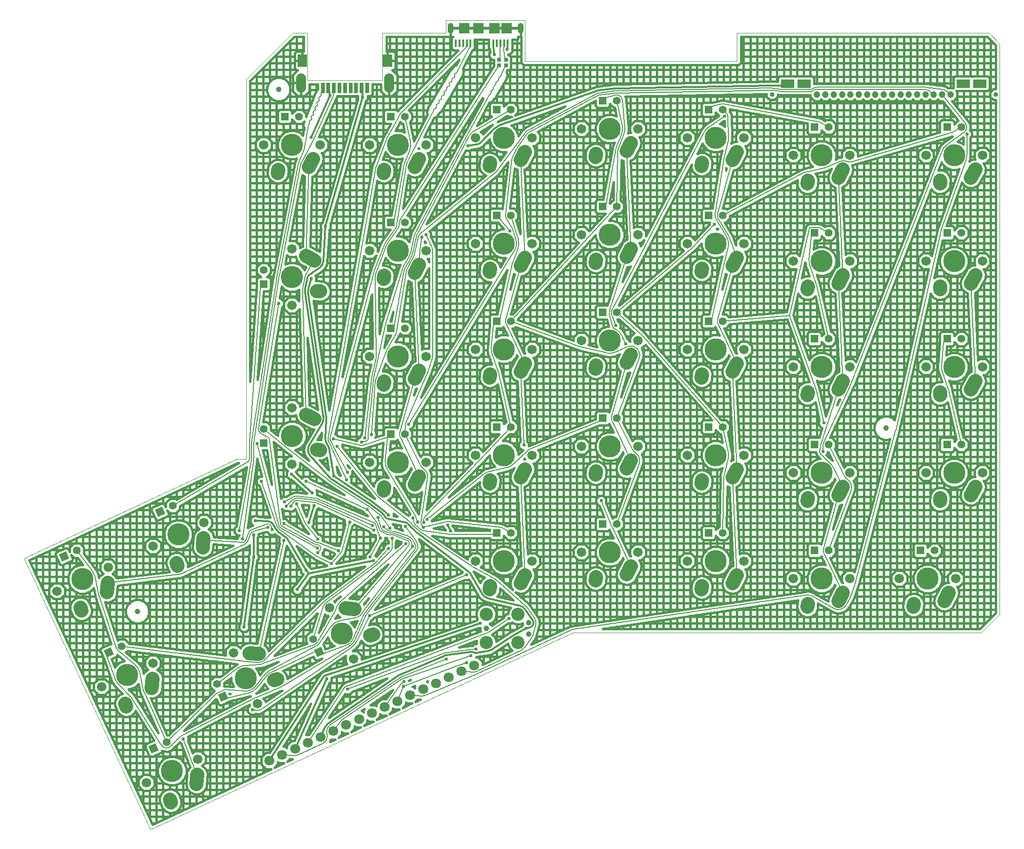
<source format=gtl>
%FSLAX46Y46*%
%OFA0.000000B0.000000*%
%SFA1B1*%
%MOMM*%
%AMFRECTNOHOLE10*
21,1,0.6500,0.6000,0.0000,0.0000,0*
%
%AMFRECTNOHOLE11*
21,1,1.8000,1.9000,0.0000,0.0000,0*
%
%AMFRECTNOHOLE12*
21,1,0.4000,1.3500,0.0000,0.0000,0*
%
%AMFRECTNOHOLE13*
21,1,1.9000,1.9000,0.0000,0.0000,0*
%
%AMFRECTNOHOLE14*
21,1,0.7000,1.8000,0.0000,0.0000,0*
%
%AMFRECTNOHOLE15*
21,1,1.6400,2.2000,0.0000,0.0000,0*
%
%AMFRECTNOHOLE16*
21,1,2.4000,1.5000,0.0000,0.0000,0*
%
%AMFRECTNOHOLE17*
21,1,1.4000,1.4000,0.0000,0.0000,0*
%
%AMFRECTNOHOLE18*
21,1,1.4000,1.4000,0.0000,0.0000,25*
%
%AMFRECTNOHOLE19*
21,1,1.4000,1.4000,0.0000,0.0000,115*
%
%ADD10FRECTNOHOLE10*%
%ADD11FRECTNOHOLE11*%
%ADD12FRECTNOHOLE12*%
%ADD13FRECTNOHOLE13*%
%ADD14FRECTNOHOLE14*%
%ADD15FRECTNOHOLE15*%
%ADD16FRECTNOHOLE16*%
%ADD17FRECTNOHOLE17*%
%ADD18FRECTNOHOLE18*%
%ADD19FRECTNOHOLE19*%
%ADD20C,0.0000X0.0000*%
%ADD21C,0.4000X0.0000*%
%ADD22C,0.3810X0.0000*%
%ADD23C,0.3048X0.0000*%
%ADD24C,0.1524X0.0000*%
%ADD25C,0.5080X0.0000*%
%ADD26C,0.6096X0.0000*%
%ADD27C,1.8000X0.0000*%
%ADD28C,0.9906X0.0000*%
%ADD29C,2.3748X0.0000*%
%ADD30C,1.0500X0.0000*%
%ADD31C,1.2000X0.0000*%
%ADD32C,0.8500X0.0000*%
%ADD33C,1.0000X0.0000*%
%ADD34C,1.4000X0.0000*%
%ADD35C,3.9878X0.0000*%
%ADD36C,1.7018X0.0000*%
%ADD37C,2.5000X0.0000*%
%LNICEDRight-F_Cu*%
%LPD*%
G54D10*
X110871000Y-50792000D3*
X110871000Y-49792000D3*
X109601000Y-50792000D3*
X109601000Y-49792000D3*
G54D11*
X103371000Y-44122000D3*
X105871000Y-44122000D3*
G54D12*
X111171000Y-46797000D3*
X110521000Y-46797000D3*
X108571000Y-46797000D3*
X109221000Y-46797000D3*
X109871000Y-46797000D3*
X104471000Y-46797000D3*
X103821000Y-46797000D3*
X101871000Y-46797000D3*
X102521000Y-46797000D3*
X103171000Y-46797000D3*
G54D13*
X108796000Y-44122000D3*
X110946000Y-44122000D3*
G54D14*
X85915000Y-54858000D3*
X84915000Y-54858000D3*
X83915000Y-54858000D3*
X82915000Y-54858000D3*
X77915000Y-54858000D3*
X78915000Y-54858000D3*
X79915000Y-54858000D3*
X80915000Y-54858000D3*
X81915000Y-54858000D3*
G54D15*
X89585000Y-49958000D3*
X74245000Y-49958000D3*
G54D16*
X196100000Y-54064000D3*
X193100000Y-54064000D3*
X164500000Y-54064000D3*
X161500000Y-54064000D3*
G54D17*
X90170000Y-79067700D3*
X90170000Y-117168000D3*
X67310000Y-90180200D3*
X67310000Y-118755000D3*
X190182000Y-61925200D3*
X185420000Y-138123000D3*
X166370000Y-61925200D3*
X166370000Y-138123000D3*
X71120000Y-60020200D3*
X147320000Y-134948000D3*
X190182000Y-100023000D3*
X128270000Y-57150000D3*
X128270000Y-133350000D3*
X166370000Y-100023000D3*
X109220000Y-58747700D3*
X109220000Y-134948000D3*
X147320000Y-96848000D3*
X90170000Y-60020200D3*
X128270000Y-95250000D3*
X147320000Y-58747700D3*
X109220000Y-96848000D3*
X109220000Y-115898000D3*
X90170000Y-98118000D3*
X190182000Y-80972700D3*
X190182000Y-119073000D3*
X109220000Y-77797700D3*
X128270000Y-114300000D3*
X128270000Y-76200000D3*
X147320000Y-115898000D3*
X147320000Y-77797700D3*
X166370000Y-119073000D3*
X166370000Y-80972700D3*
G54D18*
X48666000Y-131153700D3*
X31401600Y-139203700D3*
X39450900Y-156467700D3*
X47502700Y-173734700D3*
G54D19*
X77234500Y-156361000D3*
X59972700Y-164417000D3*
G54D20*
X62484000Y-121666000D2*
X24384000Y-139446000D1*
X64135000Y-121666000D2*
X62484000Y-121666000D1*
X64135000Y-53340000D2*
X64135000Y-121666000D1*
X72517000Y-44958000D2*
X64135000Y-53340000D1*
X75184000Y-44958000D2*
X72517000Y-44958000D1*
X75184000Y-53467000D2*
X75184000Y-44958000D1*
X88646000Y-53467000D2*
X75184000Y-53467000D1*
X88646000Y-44958000D2*
X88646000Y-53467000D1*
X100076000Y-44958000D2*
X88646000Y-44958000D1*
X100076000Y-42672000D2*
X100076000Y-44958000D1*
X114300000Y-42672000D2*
X100076000Y-42672000D1*
X114300000Y-50038000D2*
X114300000Y-42672000D1*
X152400000Y-50038000D2*
X114300000Y-50038000D1*
X152400000Y-44958000D2*
X152400000Y-50038000D1*
X197739000Y-44958000D2*
X152400000Y-44958000D1*
X199644000Y-46863000D2*
X197739000Y-44958000D1*
X199644000Y-149606000D2*
X199644000Y-46863000D1*
X196342000Y-152908000D2*
X199644000Y-149606000D1*
X127127000Y-152908000D2*
X196342000Y-152908000D1*
X122936000Y-152908000D2*
X127127000Y-152908000D1*
X47244000Y-188214000D2*
X122936000Y-152908000D1*
X46863000Y-188214000D2*
X47244000Y-188214000D1*
X24257000Y-139700000D2*
X46863000Y-188214000D1*
X24384000Y-139446000D2*
X24257000Y-139700000D1*
G54D21*
X111224400Y-48839700D2*
X111230700Y-48911000D1*
X111465000Y-48839700D2*
X111224400Y-48839700D1*
X111983900Y-48320800D2*
X111465000Y-48839700D1*
X111983900Y-47587000D2*
X111983900Y-48320800D1*
X111952000Y-47555100D2*
X111983900Y-47587000D1*
X111952000Y-47472000D2*
X111952000Y-47555100D1*
X111952000Y-47231300D2*
X111952000Y-47472000D1*
X111952000Y-46175000D2*
X111952000Y-47231300D1*
X112776000Y-46175000D2*
X111952000Y-46175000D1*
X112859300Y-46175000D2*
X112776000Y-46175000D1*
X112977000Y-46057300D2*
X112859300Y-46175000D1*
X112977000Y-45974000D2*
X112977000Y-46057300D1*
X112977000Y-45617100D2*
X112977000Y-45974000D1*
X113012900Y-45653000D2*
X112977000Y-45617100D1*
X113591000Y-45653000D2*
X113012900Y-45653000D1*
X113591000Y-49744300D2*
X113591000Y-45653000D1*
X113591000Y-50331700D2*
X113591000Y-49744300D1*
X114006300Y-50747000D2*
X113591000Y-50331700D1*
X114593700Y-50747000D2*
X114006300Y-50747000D1*
X152106300Y-50747000D2*
X114593700Y-50747000D1*
X152693700Y-50747000D2*
X152106300Y-50747000D1*
X153109000Y-50331700D2*
X152693700Y-50747000D1*
X153109000Y-49744300D2*
X153109000Y-50331700D1*
X153109000Y-45667000D2*
X153109000Y-49744300D1*
X197445300Y-45667000D2*
X153109000Y-45667000D1*
X198935000Y-47156700D2*
X197445300Y-45667000D1*
X198935000Y-55008000D2*
X198935000Y-47156700D1*
X198483300Y-55008000D2*
X198935000Y-55008000D1*
X197894000Y-55597300D2*
X198483300Y-55008000D1*
X197894000Y-56430700D2*
X197894000Y-55597300D1*
X198483300Y-57020000D2*
X197894000Y-56430700D1*
X198935000Y-57020000D2*
X198483300Y-57020000D1*
X198935000Y-149312300D2*
X198935000Y-57020000D1*
X196048300Y-152199000D2*
X198935000Y-149312300D1*
X128274600Y-152199000D2*
X196048300Y-152199000D1*
X163420900Y-147048500D2*
X128274600Y-152199000D1*
X163339000Y-147212800D2*
X163420900Y-147048500D1*
X163247900Y-148518100D2*
X163339000Y-147212800D1*
X163479100Y-149208800D2*
X163247900Y-148518100D1*
X163957000Y-149758500D2*
X163479100Y-149208800D1*
X164608900Y-150083500D2*
X163957000Y-149758500D1*
X165335600Y-150134200D2*
X164608900Y-150083500D1*
X166026300Y-149903000D2*
X165335600Y-150134200D1*
X166576000Y-149425100D2*
X166026300Y-149903000D1*
X166901000Y-148773200D2*
X166576000Y-149425100D1*
X166976100Y-147697300D2*
X166901000Y-148773200D1*
X169565300Y-149136600D2*
X166976100Y-147697300D1*
X169743400Y-149235700D2*
X169565300Y-149136600D1*
X169781600Y-149256900D2*
X169743400Y-149235700D1*
X169861700Y-149288500D2*
X169781600Y-149256900D1*
X169903400Y-149298900D2*
X169861700Y-149288500D1*
X170303100Y-149398900D2*
X169903400Y-149298900D1*
X170345400Y-149409500D2*
X170303100Y-149398900D1*
X170431000Y-149419200D2*
X170345400Y-149409500D1*
X170474000Y-149418500D2*
X170431000Y-149419200D1*
X170883300Y-149411400D2*
X170474000Y-149418500D1*
X170926900Y-149410600D2*
X170883300Y-149411400D1*
X171012100Y-149397800D2*
X170926900Y-149410600D1*
X171053100Y-149386000D2*
X171012100Y-149397800D1*
X171446700Y-149273100D2*
X171053100Y-149386000D1*
X171487600Y-149261400D2*
X171446700Y-149273100D1*
X171566600Y-149227100D2*
X171487600Y-149261400D1*
X171603900Y-149204800D2*
X171566600Y-149227100D1*
X171954800Y-148994000D2*
X171603900Y-149204800D1*
X171992200Y-148971500D2*
X171954800Y-148994000D1*
X172059600Y-148917800D2*
X171992200Y-148971500D1*
X172089100Y-148887100D2*
X172059600Y-148917800D1*
X172373500Y-148592600D2*
X172089100Y-148887100D1*
X172403800Y-148561200D2*
X172373500Y-148592600D1*
X172455000Y-148491900D2*
X172403800Y-148561200D1*
X172475600Y-148454700D2*
X172455000Y-148491900D1*
X172574800Y-148275700D2*
X172475600Y-148454700D1*
X173256100Y-147046700D2*
X172574800Y-148275700D1*
X173391800Y-146843200D2*
X173256100Y-147046700D1*
X173385700Y-146812800D2*
X173391800Y-146843200D1*
X173418800Y-146753100D2*
X173385700Y-146812800D1*
X173426000Y-146740100D2*
X173418800Y-146753100D1*
X173439300Y-146713300D2*
X173426000Y-146740100D1*
X173445600Y-146699000D2*
X173439300Y-146713300D1*
X173503500Y-146567300D2*
X173445600Y-146699000D1*
X173509500Y-146553600D2*
X173503500Y-146567300D1*
X173520300Y-146525800D2*
X173509500Y-146553600D1*
X173525200Y-146511200D2*
X173520300Y-146525800D1*
X173547600Y-146444200D2*
X173525200Y-146511200D1*
X174439300Y-143778000D2*
X173547600Y-146444200D1*
X174445800Y-143757400D2*
X174439300Y-143778000D1*
X174467300Y-143685300D2*
X174445800Y-143757400D1*
X174473000Y-143665000D2*
X174467300Y-143685300D1*
X181577700Y-116705400D2*
X174473000Y-143665000D1*
X181580500Y-116694600D2*
X181577700Y-116705400D1*
X181595400Y-116633900D2*
X181580500Y-116694600D1*
X181598000Y-116622600D2*
X181595400Y-116633900D1*
X187218900Y-91842700D2*
X181598000Y-116622600D1*
X187291100Y-92058500D2*
X187218900Y-91842700D1*
X187769000Y-92608200D2*
X187291100Y-92058500D1*
X188420900Y-92933200D2*
X187769000Y-92608200D1*
X189147600Y-92983900D2*
X188420900Y-92933200D1*
X189838300Y-92752700D2*
X189147600Y-92983900D1*
X190388000Y-92274800D2*
X189838300Y-92752700D1*
X190713000Y-91622900D2*
X190388000Y-92274800D1*
X190804100Y-90317600D2*
X190713000Y-91622900D1*
X190572900Y-89626900D2*
X190804100Y-90317600D1*
X190095000Y-89077200D2*
X190572900Y-89626900D1*
X189443100Y-88752200D2*
X190095000Y-89077200D1*
X188716400Y-88701500D2*
X189443100Y-88752200D1*
X188025700Y-88932700D2*
X188716400Y-88701500D1*
X187842900Y-89091600D2*
X188025700Y-88932700D1*
X189394000Y-82253700D2*
X187842900Y-89091600D1*
X189482000Y-82253700D2*
X189394000Y-82253700D1*
X190882000Y-82253700D2*
X189482000Y-82253700D1*
X191122700Y-82253700D2*
X190882000Y-82253700D1*
X191463000Y-81913400D2*
X191122700Y-82253700D1*
X191463000Y-81672700D2*
X191463000Y-81913400D1*
X191463000Y-81525300D2*
X191463000Y-81672700D1*
X192191400Y-82253700D2*
X191463000Y-81525300D1*
X193252600Y-82253700D2*
X192191400Y-82253700D1*
X194003000Y-81503300D2*
X193252600Y-82253700D1*
X194003000Y-80442100D2*
X194003000Y-81503300D1*
X193252600Y-79691700D2*
X194003000Y-80442100D1*
X192191400Y-79691700D2*
X193252600Y-79691700D1*
X191463000Y-80420100D2*
X192191400Y-79691700D1*
X191463000Y-80272700D2*
X191463000Y-80420100D1*
X191463000Y-80032000D2*
X191463000Y-80272700D1*
X191122700Y-79691700D2*
X191463000Y-80032000D1*
X190882000Y-79691700D2*
X191122700Y-79691700D1*
X190063500Y-79691700D2*
X190882000Y-79691700D1*
X192837700Y-71917100D2*
X190063500Y-79691700D1*
X193246000Y-72430400D2*
X192837700Y-71917100D1*
X193883100Y-72783500D2*
X193246000Y-72430400D1*
X194606800Y-72866000D2*
X193883100Y-72783500D1*
X195307000Y-72665200D2*
X194606800Y-72866000D1*
X195877100Y-72211700D2*
X195307000Y-72665200D1*
X197039800Y-70114000D2*
X195877100Y-72211700D1*
X197122300Y-69390300D2*
X197039800Y-70114000D1*
X196921500Y-68690100D2*
X197122300Y-69390300D1*
X196720200Y-68437100D2*
X196921500Y-68690100D1*
X197125100Y-68437100D2*
X196720200Y-68437100D1*
X197963900Y-67598300D2*
X197125100Y-68437100D1*
X197963900Y-66412100D2*
X197963900Y-67598300D1*
X197125100Y-65573300D2*
X197963900Y-66412100D1*
X195938900Y-65573300D2*
X197125100Y-65573300D1*
X195100100Y-66412100D2*
X195938900Y-65573300D1*
X195100100Y-67598300D2*
X195100100Y-66412100D1*
X195196400Y-67694600D2*
X195100100Y-67598300D1*
X195107200Y-67684400D2*
X195196400Y-67694600D1*
X194407000Y-67885200D2*
X195107200Y-67684400D1*
X194224700Y-68030200D2*
X194407000Y-67885200D1*
X194236000Y-67998600D2*
X194224700Y-68030200D1*
X194302900Y-67811100D2*
X194236000Y-67998600D1*
X194312500Y-67784100D2*
X194302900Y-67811100D1*
X194326800Y-67729700D2*
X194312500Y-67784100D1*
X194331600Y-67701300D2*
X194326800Y-67729700D1*
X194398900Y-67308900D2*
X194331600Y-67701300D1*
X194403700Y-67280600D2*
X194398900Y-67308900D1*
X194408400Y-67224600D2*
X194403700Y-67280600D1*
X194408400Y-67196100D2*
X194408400Y-67224600D1*
X194407900Y-66999400D2*
X194408400Y-67196100D1*
X194401700Y-63791400D2*
X194407900Y-66999400D1*
X194629100Y-63564000D2*
X194401700Y-63791400D1*
X194629100Y-62830200D2*
X194629100Y-63564000D1*
X194302400Y-62503500D2*
X194629100Y-62830200D1*
X194336200Y-62404000D2*
X194302400Y-62503500D1*
X194344500Y-62339000D2*
X194336200Y-62404000D1*
X194396400Y-61935200D2*
X194344500Y-62339000D1*
X194404800Y-61870100D2*
X194396400Y-61935200D1*
X194395300Y-61738100D2*
X194404800Y-61870100D1*
X194377700Y-61674900D2*
X194395300Y-61738100D1*
X194268400Y-61282800D2*
X194377700Y-61674900D1*
X194250800Y-61219600D2*
X194268400Y-61282800D1*
X194190700Y-61101700D2*
X194250800Y-61219600D1*
X194149700Y-61050300D2*
X194190700Y-61101700D1*
X194022500Y-60890300D2*
X194149700Y-61050300D1*
X191080400Y-57195000D2*
X194022500Y-60890300D1*
X191289200Y-57195000D2*
X191080400Y-57195000D1*
X191981000Y-56503200D2*
X191289200Y-57195000D1*
X191981000Y-55524800D2*
X191981000Y-56503200D1*
X191851200Y-55395000D2*
X191981000Y-55524800D1*
X191900000Y-55395000D2*
X191851200Y-55395000D1*
X192140700Y-55395000D2*
X191900000Y-55395000D1*
X194300000Y-55395000D2*
X192140700Y-55395000D1*
X194540700Y-55395000D2*
X194300000Y-55395000D1*
X194600000Y-55335700D2*
X194540700Y-55395000D1*
X194659300Y-55395000D2*
X194600000Y-55335700D1*
X194900000Y-55395000D2*
X194659300Y-55395000D1*
X195140700Y-55395000D2*
X194900000Y-55395000D1*
X197300000Y-55395000D2*
X195140700Y-55395000D1*
X197540700Y-55395000D2*
X197300000Y-55395000D1*
X197881000Y-55054700D2*
X197540700Y-55395000D1*
X197881000Y-54814000D2*
X197881000Y-55054700D1*
X197881000Y-53314000D2*
X197881000Y-54814000D1*
X197881000Y-53073300D2*
X197881000Y-53314000D1*
X197540700Y-52733000D2*
X197881000Y-53073300D1*
X197300000Y-52733000D2*
X197540700Y-52733000D1*
X194900000Y-52733000D2*
X197300000Y-52733000D1*
X194659300Y-52733000D2*
X194900000Y-52733000D1*
X194600000Y-52792300D2*
X194659300Y-52733000D1*
X194540700Y-52733000D2*
X194600000Y-52792300D1*
X194300000Y-52733000D2*
X194540700Y-52733000D1*
X191900000Y-52733000D2*
X194300000Y-52733000D1*
X191659300Y-52733000D2*
X191900000Y-52733000D1*
X191319000Y-53073300D2*
X191659300Y-52733000D1*
X191319000Y-53314000D2*
X191319000Y-53073300D1*
X191319000Y-54573300D2*
X191319000Y-53314000D1*
X191319000Y-54814000D2*
X191319000Y-54573300D1*
X191319000Y-54862800D2*
X191319000Y-54814000D1*
X191289200Y-54833000D2*
X191319000Y-54862800D1*
X190328000Y-54833000D2*
X191289200Y-54833000D1*
X190241800Y-54767800D2*
X190328000Y-54833000D1*
X190146700Y-54696000D2*
X190241800Y-54767800D1*
X190112800Y-54670400D2*
X190146700Y-54696000D1*
X190037900Y-54627800D2*
X190112800Y-54670400D1*
X189998500Y-54611800D2*
X190037900Y-54627800D1*
X189779400Y-54522600D2*
X189998500Y-54611800D1*
X189740000Y-54506600D2*
X189779400Y-54522600D1*
X189656700Y-54484700D2*
X189740000Y-54506600D1*
X189614300Y-54479300D2*
X189656700Y-54484700D1*
X189497600Y-54464500D2*
X189614300Y-54479300D1*
X186640200Y-54098700D2*
X189497600Y-54464500D1*
X186612500Y-54071000D2*
X186640200Y-54098700D1*
X186340300Y-54071000D2*
X186612500Y-54071000D1*
X186300000Y-54071000D2*
X186340300Y-54071000D1*
X186027800Y-54071000D2*
X186300000Y-54071000D1*
X166799600Y-54071000D2*
X186027800Y-54071000D1*
X166628100Y-54071100D2*
X166799600Y-54071000D1*
X166584400Y-54071100D2*
X166628100Y-54071100D1*
X166499100Y-54082500D2*
X166584400Y-54071100D1*
X166456700Y-54094000D2*
X166499100Y-54082500D1*
X166281000Y-54141600D2*
X166456700Y-54094000D1*
X166281000Y-53314000D2*
X166281000Y-54141600D1*
X166281000Y-53073300D2*
X166281000Y-53314000D1*
X165940700Y-52733000D2*
X166281000Y-53073300D1*
X165700000Y-52733000D2*
X165940700Y-52733000D1*
X163300000Y-52733000D2*
X165700000Y-52733000D1*
X163059300Y-52733000D2*
X163300000Y-52733000D1*
X163000000Y-52792300D2*
X163059300Y-52733000D1*
X162940700Y-52733000D2*
X163000000Y-52792300D1*
X162700000Y-52733000D2*
X162940700Y-52733000D1*
X160300000Y-52733000D2*
X162700000Y-52733000D1*
X160059300Y-52733000D2*
X160300000Y-52733000D1*
X159719000Y-53073300D2*
X160059300Y-52733000D1*
X159719000Y-53314000D2*
X159719000Y-53073300D1*
X159719000Y-53712600D2*
X159719000Y-53314000D1*
X158700000Y-53712600D2*
X159719000Y-53712600D1*
X158694600Y-53712600D2*
X158700000Y-53712600D1*
X158667600Y-53712800D2*
X158694600Y-53712600D1*
X158660400Y-53712900D2*
X158667600Y-53712800D1*
X130759100Y-54193000D2*
X158660400Y-53712900D1*
X130700900Y-54194000D2*
X130759100Y-54193000D1*
X130662700Y-54195700D2*
X130700900Y-54194000D1*
X130550300Y-54203500D2*
X130662700Y-54195700D1*
X130514000Y-54206900D2*
X130550300Y-54203500D1*
X130457700Y-54213600D2*
X130514000Y-54206900D1*
X127346400Y-54586900D2*
X130457700Y-54213600D1*
X127283100Y-54594500D2*
X127346400Y-54586900D1*
X127262800Y-54596900D2*
X127283100Y-54594500D1*
X127222400Y-54604100D2*
X127262800Y-54596900D1*
X127202600Y-54608800D2*
X127222400Y-54604100D1*
X127080100Y-54637600D2*
X127202600Y-54608800D1*
X127060200Y-54642300D2*
X127080100Y-54637600D1*
X127022100Y-54653500D2*
X127060200Y-54642300D1*
X127003000Y-54660200D2*
X127022100Y-54653500D1*
X126941600Y-54681900D2*
X127003000Y-54660200D1*
X112507400Y-59811900D2*
X126941600Y-54681900D1*
X113041000Y-59278300D2*
X112507400Y-59811900D1*
X113041000Y-58217100D2*
X113041000Y-59278300D1*
X112290600Y-57466700D2*
X113041000Y-58217100D1*
X111229400Y-57466700D2*
X112290600Y-57466700D1*
X110501000Y-58195100D2*
X111229400Y-57466700D1*
X110501000Y-58047700D2*
X110501000Y-58195100D1*
X110501000Y-57807000D2*
X110501000Y-58047700D1*
X110160700Y-57466700D2*
X110501000Y-57807000D1*
X109920000Y-57466700D2*
X110160700Y-57466700D1*
X108760700Y-57466700D2*
X109920000Y-57466700D1*
X108520000Y-57466700D2*
X108760700Y-57466700D1*
X108279300Y-57466700D2*
X108520000Y-57466700D1*
X107939000Y-57807000D2*
X108279300Y-57466700D1*
X107939000Y-58047700D2*
X107939000Y-57807000D1*
X107939000Y-58288400D2*
X107939000Y-58047700D1*
X107939000Y-59447700D2*
X107939000Y-58288400D1*
X107939000Y-59688400D2*
X107939000Y-59447700D1*
X108279300Y-60028700D2*
X107939000Y-59688400D1*
X108289100Y-60028700D2*
X108279300Y-60028700D1*
X105626700Y-61596300D2*
X108289100Y-60028700D1*
X107857400Y-57512500D2*
X105626700Y-61596300D1*
X108359900Y-57375900D2*
X107857400Y-57512500D1*
X108495000Y-57139600D2*
X108359900Y-57375900D1*
X108676300Y-56823000D2*
X108495000Y-57139600D1*
X108747200Y-56803800D2*
X108676300Y-56823000D1*
X108954200Y-56644000D2*
X108747200Y-56803800D1*
X109019500Y-56530200D2*
X108954200Y-56644000D1*
X109133200Y-56331600D2*
X109019500Y-56530200D1*
X110950000Y-53157100D2*
X109133200Y-56331600D1*
X111014700Y-53044200D2*
X110950000Y-53157100D1*
X111048100Y-52784900D2*
X111014700Y-53044200D1*
X111028600Y-52712900D2*
X111048100Y-52784900D1*
X111123200Y-52547400D2*
X111028600Y-52712900D1*
X110980200Y-52022100D2*
X111123200Y-52547400D1*
X110936700Y-51997200D2*
X110980200Y-52022100D1*
X111085900Y-51673000D2*
X110936700Y-51997200D1*
X111196000Y-51673000D2*
X111085900Y-51673000D1*
X111436700Y-51673000D2*
X111196000Y-51673000D1*
X111777000Y-51332700D2*
X111436700Y-51673000D1*
X111777000Y-51092000D2*
X111777000Y-51332700D1*
X111777000Y-50492000D2*
X111777000Y-51092000D1*
X111777000Y-50332700D2*
X111777000Y-50492000D1*
X111777000Y-50251300D2*
X111777000Y-50332700D1*
X111777000Y-50092000D2*
X111777000Y-50251300D1*
X111777000Y-49492000D2*
X111777000Y-50092000D1*
X111777000Y-49251300D2*
X111777000Y-49492000D1*
X111436700Y-48911000D2*
X111777000Y-49251300D1*
X111230700Y-48911000D2*
X111436700Y-48911000D1*
X111230700Y-48911000D2*
X111436700Y-48911000D1*
X111436700Y-48911000D2*
X111777000Y-49251300D1*
X111777000Y-49251300D2*
X111777000Y-49492000D1*
X111777000Y-49492000D2*
X111777000Y-50092000D1*
X111777000Y-50092000D2*
X111777000Y-50251300D1*
X111777000Y-50251300D2*
X111777000Y-50332700D1*
X111777000Y-50332700D2*
X111777000Y-50492000D1*
X111777000Y-50492000D2*
X111777000Y-51092000D1*
X111777000Y-51092000D2*
X111777000Y-51332700D1*
X111777000Y-51332700D2*
X111436700Y-51673000D1*
X111436700Y-51673000D2*
X111196000Y-51673000D1*
X111196000Y-51673000D2*
X111085900Y-51673000D1*
X111085900Y-51673000D2*
X110936700Y-51997200D1*
X110936700Y-51997200D2*
X110980200Y-52022100D1*
X110980200Y-52022100D2*
X111123200Y-52547400D1*
X111123200Y-52547400D2*
X111028600Y-52712900D1*
X111028600Y-52712900D2*
X111048100Y-52784900D1*
X111048100Y-52784900D2*
X111014700Y-53044200D1*
X111014700Y-53044200D2*
X110950000Y-53157100D1*
X110950000Y-53157100D2*
X109133200Y-56331600D1*
X109133200Y-56331600D2*
X109019500Y-56530200D1*
X109019500Y-56530200D2*
X108954200Y-56644000D1*
X108954200Y-56644000D2*
X108747200Y-56803800D1*
X108747200Y-56803800D2*
X108676300Y-56823000D1*
X108676300Y-56823000D2*
X108495000Y-57139600D1*
X108495000Y-57139600D2*
X108359900Y-57375900D1*
X108359900Y-57375900D2*
X107857400Y-57512500D1*
X107857400Y-57512500D2*
X105626700Y-61596300D1*
X105626700Y-61596300D2*
X108289100Y-60028700D1*
X108289100Y-60028700D2*
X108279300Y-60028700D1*
X108279300Y-60028700D2*
X107939000Y-59688400D1*
X107939000Y-59688400D2*
X107939000Y-59447700D1*
X107939000Y-59447700D2*
X107939000Y-58288400D1*
X107939000Y-58288400D2*
X107939000Y-58047700D1*
X107939000Y-58047700D2*
X107939000Y-57807000D1*
X107939000Y-57807000D2*
X108279300Y-57466700D1*
X108279300Y-57466700D2*
X108520000Y-57466700D1*
X108520000Y-57466700D2*
X108760700Y-57466700D1*
X108760700Y-57466700D2*
X109920000Y-57466700D1*
X109920000Y-57466700D2*
X110160700Y-57466700D1*
X110160700Y-57466700D2*
X110501000Y-57807000D1*
X110501000Y-57807000D2*
X110501000Y-58047700D1*
X110501000Y-58047700D2*
X110501000Y-58195100D1*
X110501000Y-58195100D2*
X111229400Y-57466700D1*
X111229400Y-57466700D2*
X112290600Y-57466700D1*
X112290600Y-57466700D2*
X113041000Y-58217100D1*
X113041000Y-58217100D2*
X113041000Y-59278300D1*
X113041000Y-59278300D2*
X112507400Y-59811900D1*
X112507400Y-59811900D2*
X126941600Y-54681900D1*
X126941600Y-54681900D2*
X127003000Y-54660200D1*
X127003000Y-54660200D2*
X127022100Y-54653500D1*
X127022100Y-54653500D2*
X127060200Y-54642300D1*
X127060200Y-54642300D2*
X127080100Y-54637600D1*
X127080100Y-54637600D2*
X127202600Y-54608800D1*
X127202600Y-54608800D2*
X127222400Y-54604100D1*
X127222400Y-54604100D2*
X127262800Y-54596900D1*
X127262800Y-54596900D2*
X127283100Y-54594500D1*
X127283100Y-54594500D2*
X127346400Y-54586900D1*
X127346400Y-54586900D2*
X130457700Y-54213600D1*
X130457700Y-54213600D2*
X130514000Y-54206900D1*
X130514000Y-54206900D2*
X130550300Y-54203500D1*
X130550300Y-54203500D2*
X130662700Y-54195700D1*
X130662700Y-54195700D2*
X130700900Y-54194000D1*
X130700900Y-54194000D2*
X130759100Y-54193000D1*
X130759100Y-54193000D2*
X158660400Y-53712900D1*
X158660400Y-53712900D2*
X158667600Y-53712800D1*
X158667600Y-53712800D2*
X158694600Y-53712600D1*
X158694600Y-53712600D2*
X158700000Y-53712600D1*
X158700000Y-53712600D2*
X159719000Y-53712600D1*
X159719000Y-53712600D2*
X159719000Y-53314000D1*
X159719000Y-53314000D2*
X159719000Y-53073300D1*
X159719000Y-53073300D2*
X160059300Y-52733000D1*
X160059300Y-52733000D2*
X160300000Y-52733000D1*
X160300000Y-52733000D2*
X162700000Y-52733000D1*
X162700000Y-52733000D2*
X162940700Y-52733000D1*
X162940700Y-52733000D2*
X163000000Y-52792300D1*
X163000000Y-52792300D2*
X163059300Y-52733000D1*
X163059300Y-52733000D2*
X163300000Y-52733000D1*
X163300000Y-52733000D2*
X165700000Y-52733000D1*
X165700000Y-52733000D2*
X165940700Y-52733000D1*
X165940700Y-52733000D2*
X166281000Y-53073300D1*
X166281000Y-53073300D2*
X166281000Y-53314000D1*
X166281000Y-53314000D2*
X166281000Y-54141600D1*
X166281000Y-54141600D2*
X166456700Y-54094000D1*
X166456700Y-54094000D2*
X166499100Y-54082500D1*
X166499100Y-54082500D2*
X166584400Y-54071100D1*
X166584400Y-54071100D2*
X166628100Y-54071100D1*
X166628100Y-54071100D2*
X166799600Y-54071000D1*
X166799600Y-54071000D2*
X186027800Y-54071000D1*
X186027800Y-54071000D2*
X186300000Y-54071000D1*
X186300000Y-54071000D2*
X186340300Y-54071000D1*
X186340300Y-54071000D2*
X186612500Y-54071000D1*
X186612500Y-54071000D2*
X186640200Y-54098700D1*
X186640200Y-54098700D2*
X189497600Y-54464500D1*
X189497600Y-54464500D2*
X189614300Y-54479300D1*
X189614300Y-54479300D2*
X189656700Y-54484700D1*
X189656700Y-54484700D2*
X189740000Y-54506600D1*
X189740000Y-54506600D2*
X189779400Y-54522600D1*
X189779400Y-54522600D2*
X189998500Y-54611800D1*
X189998500Y-54611800D2*
X190037900Y-54627800D1*
X190037900Y-54627800D2*
X190112800Y-54670400D1*
X190112800Y-54670400D2*
X190146700Y-54696000D1*
X190146700Y-54696000D2*
X190241800Y-54767800D1*
X190241800Y-54767800D2*
X190328000Y-54833000D1*
X190328000Y-54833000D2*
X191289200Y-54833000D1*
X191289200Y-54833000D2*
X191319000Y-54862800D1*
X191319000Y-54862800D2*
X191319000Y-54814000D1*
X191319000Y-54814000D2*
X191319000Y-54573300D1*
X191319000Y-54573300D2*
X191319000Y-53314000D1*
X191319000Y-53314000D2*
X191319000Y-53073300D1*
X191319000Y-53073300D2*
X191659300Y-52733000D1*
X191659300Y-52733000D2*
X191900000Y-52733000D1*
X191900000Y-52733000D2*
X194300000Y-52733000D1*
X194300000Y-52733000D2*
X194540700Y-52733000D1*
X194540700Y-52733000D2*
X194600000Y-52792300D1*
X194600000Y-52792300D2*
X194659300Y-52733000D1*
X194659300Y-52733000D2*
X194900000Y-52733000D1*
X194900000Y-52733000D2*
X197300000Y-52733000D1*
X197300000Y-52733000D2*
X197540700Y-52733000D1*
X197540700Y-52733000D2*
X197881000Y-53073300D1*
X197881000Y-53073300D2*
X197881000Y-53314000D1*
X197881000Y-53314000D2*
X197881000Y-54814000D1*
X197881000Y-54814000D2*
X197881000Y-55054700D1*
X197881000Y-55054700D2*
X197540700Y-55395000D1*
X197540700Y-55395000D2*
X197300000Y-55395000D1*
X197300000Y-55395000D2*
X195140700Y-55395000D1*
X195140700Y-55395000D2*
X194900000Y-55395000D1*
X194900000Y-55395000D2*
X194659300Y-55395000D1*
X194659300Y-55395000D2*
X194600000Y-55335700D1*
X194600000Y-55335700D2*
X194540700Y-55395000D1*
X194540700Y-55395000D2*
X194300000Y-55395000D1*
X194300000Y-55395000D2*
X192140700Y-55395000D1*
X192140700Y-55395000D2*
X191900000Y-55395000D1*
X191900000Y-55395000D2*
X191851200Y-55395000D1*
X191851200Y-55395000D2*
X191981000Y-55524800D1*
X191981000Y-55524800D2*
X191981000Y-56503200D1*
X191981000Y-56503200D2*
X191289200Y-57195000D1*
X191289200Y-57195000D2*
X191080400Y-57195000D1*
X191080400Y-57195000D2*
X194022500Y-60890300D1*
X194022500Y-60890300D2*
X194149700Y-61050300D1*
X194149700Y-61050300D2*
X194190700Y-61101700D1*
X194190700Y-61101700D2*
X194250800Y-61219600D1*
X194250800Y-61219600D2*
X194268400Y-61282800D1*
X194268400Y-61282800D2*
X194377700Y-61674900D1*
X194377700Y-61674900D2*
X194395300Y-61738100D1*
X194395300Y-61738100D2*
X194404800Y-61870100D1*
X194404800Y-61870100D2*
X194396400Y-61935200D1*
X194396400Y-61935200D2*
X194344500Y-62339000D1*
X194344500Y-62339000D2*
X194336200Y-62404000D1*
X194336200Y-62404000D2*
X194302400Y-62503500D1*
X194302400Y-62503500D2*
X194629100Y-62830200D1*
X194629100Y-62830200D2*
X194629100Y-63564000D1*
X194629100Y-63564000D2*
X194401700Y-63791400D1*
X194401700Y-63791400D2*
X194407900Y-66999400D1*
X194407900Y-66999400D2*
X194408400Y-67196100D1*
X194408400Y-67196100D2*
X194408400Y-67224600D1*
X194408400Y-67224600D2*
X194403700Y-67280600D1*
X194403700Y-67280600D2*
X194398900Y-67308900D1*
X194398900Y-67308900D2*
X194331600Y-67701300D1*
X194331600Y-67701300D2*
X194326800Y-67729700D1*
X194326800Y-67729700D2*
X194312500Y-67784100D1*
X194312500Y-67784100D2*
X194302900Y-67811100D1*
X194302900Y-67811100D2*
X194236000Y-67998600D1*
X194236000Y-67998600D2*
X194224700Y-68030200D1*
X194224700Y-68030200D2*
X194407000Y-67885200D1*
X194407000Y-67885200D2*
X195107200Y-67684400D1*
X195107200Y-67684400D2*
X195196400Y-67694600D1*
X195196400Y-67694600D2*
X195100100Y-67598300D1*
X195100100Y-67598300D2*
X195100100Y-66412100D1*
X195100100Y-66412100D2*
X195938900Y-65573300D1*
X195938900Y-65573300D2*
X197125100Y-65573300D1*
X197125100Y-65573300D2*
X197963900Y-66412100D1*
X197963900Y-66412100D2*
X197963900Y-67598300D1*
X197963900Y-67598300D2*
X197125100Y-68437100D1*
X197125100Y-68437100D2*
X196720200Y-68437100D1*
X196720200Y-68437100D2*
X196921500Y-68690100D1*
X196921500Y-68690100D2*
X197122300Y-69390300D1*
X197122300Y-69390300D2*
X197039800Y-70114000D1*
X197039800Y-70114000D2*
X195877100Y-72211700D1*
X195877100Y-72211700D2*
X195307000Y-72665200D1*
X195307000Y-72665200D2*
X194606800Y-72866000D1*
X194606800Y-72866000D2*
X193883100Y-72783500D1*
X193883100Y-72783500D2*
X193246000Y-72430400D1*
X193246000Y-72430400D2*
X192837700Y-71917100D1*
X192837700Y-71917100D2*
X190063500Y-79691700D1*
X190063500Y-79691700D2*
X190882000Y-79691700D1*
X190882000Y-79691700D2*
X191122700Y-79691700D1*
X191122700Y-79691700D2*
X191463000Y-80032000D1*
X191463000Y-80032000D2*
X191463000Y-80272700D1*
X191463000Y-80272700D2*
X191463000Y-80420100D1*
X191463000Y-80420100D2*
X192191400Y-79691700D1*
X192191400Y-79691700D2*
X193252600Y-79691700D1*
X193252600Y-79691700D2*
X194003000Y-80442100D1*
X194003000Y-80442100D2*
X194003000Y-81503300D1*
X194003000Y-81503300D2*
X193252600Y-82253700D1*
X193252600Y-82253700D2*
X192191400Y-82253700D1*
X192191400Y-82253700D2*
X191463000Y-81525300D1*
X191463000Y-81525300D2*
X191463000Y-81672700D1*
X191463000Y-81672700D2*
X191463000Y-81913400D1*
X191463000Y-81913400D2*
X191122700Y-82253700D1*
X191122700Y-82253700D2*
X190882000Y-82253700D1*
X190882000Y-82253700D2*
X189482000Y-82253700D1*
X189482000Y-82253700D2*
X189394000Y-82253700D1*
X189394000Y-82253700D2*
X187842900Y-89091600D1*
X187842900Y-89091600D2*
X188025700Y-88932700D1*
X188025700Y-88932700D2*
X188716400Y-88701500D1*
X188716400Y-88701500D2*
X189443100Y-88752200D1*
X189443100Y-88752200D2*
X190095000Y-89077200D1*
X190095000Y-89077200D2*
X190572900Y-89626900D1*
X190572900Y-89626900D2*
X190804100Y-90317600D1*
X190804100Y-90317600D2*
X190713000Y-91622900D1*
X190713000Y-91622900D2*
X190388000Y-92274800D1*
X190388000Y-92274800D2*
X189838300Y-92752700D1*
X189838300Y-92752700D2*
X189147600Y-92983900D1*
X189147600Y-92983900D2*
X188420900Y-92933200D1*
X188420900Y-92933200D2*
X187769000Y-92608200D1*
X187769000Y-92608200D2*
X187291100Y-92058500D1*
X187291100Y-92058500D2*
X187218900Y-91842700D1*
X187218900Y-91842700D2*
X181598000Y-116622600D1*
X181598000Y-116622600D2*
X181595400Y-116633900D1*
X181595400Y-116633900D2*
X181580500Y-116694600D1*
X181580500Y-116694600D2*
X181577700Y-116705400D1*
X181577700Y-116705400D2*
X174473000Y-143665000D1*
X174473000Y-143665000D2*
X174467300Y-143685300D1*
X174467300Y-143685300D2*
X174445800Y-143757400D1*
X174445800Y-143757400D2*
X174439300Y-143778000D1*
X174439300Y-143778000D2*
X173547600Y-146444200D1*
X173547600Y-146444200D2*
X173525200Y-146511200D1*
X173525200Y-146511200D2*
X173520300Y-146525800D1*
X173520300Y-146525800D2*
X173509500Y-146553600D1*
X173509500Y-146553600D2*
X173503500Y-146567300D1*
X173503500Y-146567300D2*
X173445600Y-146699000D1*
X173445600Y-146699000D2*
X173439300Y-146713300D1*
X173439300Y-146713300D2*
X173426000Y-146740100D1*
X173426000Y-146740100D2*
X173418800Y-146753100D1*
X173418800Y-146753100D2*
X173385700Y-146812800D1*
X173385700Y-146812800D2*
X173391800Y-146843200D1*
X173391800Y-146843200D2*
X173256100Y-147046700D1*
X173256100Y-147046700D2*
X172574800Y-148275700D1*
X172574800Y-148275700D2*
X172475600Y-148454700D1*
X172475600Y-148454700D2*
X172455000Y-148491900D1*
X172455000Y-148491900D2*
X172403800Y-148561200D1*
X172403800Y-148561200D2*
X172373500Y-148592600D1*
X172373500Y-148592600D2*
X172089100Y-148887100D1*
X172089100Y-148887100D2*
X172059600Y-148917800D1*
X172059600Y-148917800D2*
X171992200Y-148971500D1*
X171992200Y-148971500D2*
X171954800Y-148994000D1*
X171954800Y-148994000D2*
X171603900Y-149204800D1*
X171603900Y-149204800D2*
X171566600Y-149227100D1*
X171566600Y-149227100D2*
X171487600Y-149261400D1*
X171487600Y-149261400D2*
X171446700Y-149273100D1*
X171446700Y-149273100D2*
X171053100Y-149386000D1*
X171053100Y-149386000D2*
X171012100Y-149397800D1*
X171012100Y-149397800D2*
X170926900Y-149410600D1*
X170926900Y-149410600D2*
X170883300Y-149411400D1*
X170883300Y-149411400D2*
X170474000Y-149418500D1*
X170474000Y-149418500D2*
X170431000Y-149419200D1*
X170431000Y-149419200D2*
X170345400Y-149409500D1*
X170345400Y-149409500D2*
X170303100Y-149398900D1*
X170303100Y-149398900D2*
X169903400Y-149298900D1*
X169903400Y-149298900D2*
X169861700Y-149288500D1*
X169861700Y-149288500D2*
X169781600Y-149256900D1*
X169781600Y-149256900D2*
X169743400Y-149235700D1*
X169743400Y-149235700D2*
X169565300Y-149136600D1*
X169565300Y-149136600D2*
X166976100Y-147697300D1*
X166976100Y-147697300D2*
X166901000Y-148773200D1*
X166901000Y-148773200D2*
X166576000Y-149425100D1*
X166576000Y-149425100D2*
X166026300Y-149903000D1*
X166026300Y-149903000D2*
X165335600Y-150134200D1*
X165335600Y-150134200D2*
X164608900Y-150083500D1*
X164608900Y-150083500D2*
X163957000Y-149758500D1*
X163957000Y-149758500D2*
X163479100Y-149208800D1*
X163479100Y-149208800D2*
X163247900Y-148518100D1*
X163247900Y-148518100D2*
X163339000Y-147212800D1*
X163339000Y-147212800D2*
X163420900Y-147048500D1*
X163420900Y-147048500D2*
X128274600Y-152199000D1*
X128274600Y-152199000D2*
X196048300Y-152199000D1*
X196048300Y-152199000D2*
X198935000Y-149312300D1*
X198935000Y-149312300D2*
X198935000Y-57020000D1*
X198935000Y-57020000D2*
X198483300Y-57020000D1*
X198483300Y-57020000D2*
X197894000Y-56430700D1*
X197894000Y-56430700D2*
X197894000Y-55597300D1*
X197894000Y-55597300D2*
X198483300Y-55008000D1*
X198483300Y-55008000D2*
X198935000Y-55008000D1*
X198935000Y-55008000D2*
X198935000Y-47156700D1*
X198935000Y-47156700D2*
X197445300Y-45667000D1*
X197445300Y-45667000D2*
X153109000Y-45667000D1*
X153109000Y-45667000D2*
X153109000Y-49744300D1*
X153109000Y-49744300D2*
X153109000Y-50331700D1*
X153109000Y-50331700D2*
X152693700Y-50747000D1*
X152693700Y-50747000D2*
X152106300Y-50747000D1*
X152106300Y-50747000D2*
X114593700Y-50747000D1*
X114593700Y-50747000D2*
X114006300Y-50747000D1*
X114006300Y-50747000D2*
X113591000Y-50331700D1*
X113591000Y-50331700D2*
X113591000Y-49744300D1*
X113591000Y-49744300D2*
X113591000Y-45653000D1*
X113591000Y-45653000D2*
X113012900Y-45653000D1*
X113012900Y-45653000D2*
X112977000Y-45617100D1*
X112977000Y-45617100D2*
X112977000Y-45974000D1*
X112977000Y-45974000D2*
X112977000Y-46057300D1*
X112977000Y-46057300D2*
X112859300Y-46175000D1*
X112859300Y-46175000D2*
X112776000Y-46175000D1*
X112776000Y-46175000D2*
X111952000Y-46175000D1*
X111952000Y-46175000D2*
X111952000Y-47231300D1*
X111952000Y-47231300D2*
X111952000Y-47472000D1*
X111952000Y-47472000D2*
X111952000Y-47555100D1*
X111952000Y-47555100D2*
X111983900Y-47587000D1*
X111983900Y-47587000D2*
X111983900Y-48320800D1*
X111983900Y-48320800D2*
X111465000Y-48839700D1*
X111465000Y-48839700D2*
X111224400Y-48839700D1*
X111224400Y-48839700D2*
X111230700Y-48911000D1*
X194026900Y-124665200D2*
X193634900Y-125611600D1*
X193634900Y-125611600D2*
X192910600Y-126335900D1*
X192910600Y-126335900D2*
X191964200Y-126727900D1*
X191964200Y-126727900D2*
X190939800Y-126727900D1*
X190939800Y-126727900D2*
X189993400Y-126335900D1*
X189993400Y-126335900D2*
X189269100Y-125611600D1*
X189269100Y-125611600D2*
X188877100Y-124665200D1*
X188877100Y-124665200D2*
X188877100Y-123640800D1*
X188877100Y-123640800D2*
X189269100Y-122694400D1*
X189269100Y-122694400D2*
X189993400Y-121970100D1*
X189993400Y-121970100D2*
X190939800Y-121578100D1*
X190939800Y-121578100D2*
X191964200Y-121578100D1*
X191964200Y-121578100D2*
X192910600Y-121970100D1*
X192910600Y-121970100D2*
X193634900Y-122694400D1*
X193634900Y-122694400D2*
X194026900Y-123640800D1*
X194026900Y-123640800D2*
X194026900Y-124665200D1*
X195745800Y-103864200D2*
X195938900Y-103671100D1*
X195938900Y-103671100D2*
X197125100Y-103671100D1*
X197125100Y-103671100D2*
X197963900Y-104509900D1*
X197963900Y-104509900D2*
X197963900Y-105696100D1*
X197963900Y-105696100D2*
X197125100Y-106534900D1*
X197125100Y-106534900D2*
X196720200Y-106534900D1*
X196720200Y-106534900D2*
X196921500Y-106787900D1*
X196921500Y-106787900D2*
X197122300Y-107488100D1*
X197122300Y-107488100D2*
X197039800Y-108211800D1*
X197039800Y-108211800D2*
X195877100Y-110309500D1*
X195877100Y-110309500D2*
X195307000Y-110763000D1*
X195307000Y-110763000D2*
X194606800Y-110963800D1*
X194606800Y-110963800D2*
X193883100Y-110881300D1*
X193883100Y-110881300D2*
X193246000Y-110528200D1*
X193246000Y-110528200D2*
X192792500Y-109958100D1*
X192792500Y-109958100D2*
X192591700Y-109257900D1*
X192591700Y-109257900D2*
X192674200Y-108534200D1*
X192674200Y-108534200D2*
X193836900Y-106436500D1*
X193836900Y-106436500D2*
X194407000Y-105983000D1*
X194407000Y-105983000D2*
X194525900Y-105948900D1*
X194525900Y-105948900D2*
X193876000Y-91827000D1*
X193876000Y-91827000D2*
X193246000Y-91477900D1*
X193246000Y-91477900D2*
X192792500Y-90907800D1*
X192792500Y-90907800D2*
X192591700Y-90207600D1*
X192591700Y-90207600D2*
X192674200Y-89483900D1*
X192674200Y-89483900D2*
X193836900Y-87386200D1*
X193836900Y-87386200D2*
X194407000Y-86932700D1*
X194407000Y-86932700D2*
X195107200Y-86731900D1*
X195107200Y-86731900D2*
X195196400Y-86742100D1*
X195196400Y-86742100D2*
X195100100Y-86645800D1*
X195100100Y-86645800D2*
X195100100Y-85459600D1*
X195100100Y-85459600D2*
X195938900Y-84620800D1*
X195938900Y-84620800D2*
X197125100Y-84620800D1*
X197125100Y-84620800D2*
X197963900Y-85459600D1*
X197963900Y-85459600D2*
X197963900Y-86645800D1*
X197963900Y-86645800D2*
X197125100Y-87484600D1*
X197125100Y-87484600D2*
X196720200Y-87484600D1*
X196720200Y-87484600D2*
X196921500Y-87737600D1*
X196921500Y-87737600D2*
X197122300Y-88437800D1*
X197122300Y-88437800D2*
X197039800Y-89161500D1*
X197039800Y-89161500D2*
X195877100Y-91259200D1*
X195877100Y-91259200D2*
X195307000Y-91712700D1*
X195307000Y-91712700D2*
X195188100Y-91746800D1*
X195188100Y-91746800D2*
X195745800Y-103864200D1*
X191958200Y-144634900D2*
X192159500Y-144887900D1*
X192159500Y-144887900D2*
X192360300Y-145588100D1*
X192360300Y-145588100D2*
X192277800Y-146311800D1*
X192277800Y-146311800D2*
X191115100Y-148409500D1*
X191115100Y-148409500D2*
X190545000Y-148863000D1*
X190545000Y-148863000D2*
X189844800Y-149063800D1*
X189844800Y-149063800D2*
X189121100Y-148981300D1*
X189121100Y-148981300D2*
X188484000Y-148628200D1*
X188484000Y-148628200D2*
X188030500Y-148058100D1*
X188030500Y-148058100D2*
X187829700Y-147357900D1*
X187829700Y-147357900D2*
X187912200Y-146634200D1*
X187912200Y-146634200D2*
X189074900Y-144536500D1*
X189074900Y-144536500D2*
X189645000Y-144083000D1*
X189645000Y-144083000D2*
X190345200Y-143882200D1*
X190345200Y-143882200D2*
X190434400Y-143892400D1*
X190434400Y-143892400D2*
X190338100Y-143796100D1*
X190338100Y-143796100D2*
X190338100Y-142609900D1*
X190338100Y-142609900D2*
X191176900Y-141771100D1*
X191176900Y-141771100D2*
X192363100Y-141771100D1*
X192363100Y-141771100D2*
X193201900Y-142609900D1*
X193201900Y-142609900D2*
X193201900Y-143796100D1*
X193201900Y-143796100D2*
X192363100Y-144634900D1*
X192363100Y-144634900D2*
X191958200Y-144634900D1*
X187803900Y-105696100D2*
X186965100Y-106534900D1*
X186965100Y-106534900D2*
X185778900Y-106534900D1*
X185778900Y-106534900D2*
X184940100Y-105696100D1*
X184940100Y-105696100D2*
X184940100Y-104509900D1*
X184940100Y-104509900D2*
X185778900Y-103671100D1*
X185778900Y-103671100D2*
X186965100Y-103671100D1*
X186965100Y-103671100D2*
X187803900Y-104509900D1*
X187803900Y-104509900D2*
X187803900Y-105696100D1*
X190713000Y-129723200D2*
X190388000Y-130375100D1*
X190388000Y-130375100D2*
X189838300Y-130853000D1*
X189838300Y-130853000D2*
X189147600Y-131084200D1*
X189147600Y-131084200D2*
X188420900Y-131033500D1*
X188420900Y-131033500D2*
X187769000Y-130708500D1*
X187769000Y-130708500D2*
X187291100Y-130158800D1*
X187291100Y-130158800D2*
X187059900Y-129468100D1*
X187059900Y-129468100D2*
X187151000Y-128162800D1*
X187151000Y-128162800D2*
X187476000Y-127510900D1*
X187476000Y-127510900D2*
X188025700Y-127033000D1*
X188025700Y-127033000D2*
X188716400Y-126801800D1*
X188716400Y-126801800D2*
X189443100Y-126852500D1*
X189443100Y-126852500D2*
X190095000Y-127177500D1*
X190095000Y-127177500D2*
X190572900Y-127727200D1*
X190572900Y-127727200D2*
X190804100Y-128417900D1*
X190804100Y-128417900D2*
X190713000Y-129723200D1*
X188901000Y-100516700D2*
X188901000Y-99563700D1*
X188901000Y-99563700D2*
X188901000Y-99323000D1*
X188901000Y-99323000D2*
X188901000Y-99082300D1*
X188901000Y-99082300D2*
X189241300Y-98742000D1*
X189241300Y-98742000D2*
X189482000Y-98742000D1*
X189482000Y-98742000D2*
X189722700Y-98742000D1*
X189722700Y-98742000D2*
X190882000Y-98742000D1*
X190882000Y-98742000D2*
X191122700Y-98742000D1*
X191122700Y-98742000D2*
X191463000Y-99082300D1*
X191463000Y-99082300D2*
X191463000Y-99323000D1*
X191463000Y-99323000D2*
X191463000Y-99470400D1*
X191463000Y-99470400D2*
X192191400Y-98742000D1*
X192191400Y-98742000D2*
X193252600Y-98742000D1*
X193252600Y-98742000D2*
X194003000Y-99492400D1*
X194003000Y-99492400D2*
X194003000Y-100553600D1*
X194003000Y-100553600D2*
X193252600Y-101304000D1*
X193252600Y-101304000D2*
X192191400Y-101304000D1*
X192191400Y-101304000D2*
X191463000Y-100575600D1*
X191463000Y-100575600D2*
X191463000Y-100723000D1*
X191463000Y-100723000D2*
X191463000Y-100963700D1*
X191463000Y-100963700D2*
X191122700Y-101304000D1*
X191122700Y-101304000D2*
X190882000Y-101304000D1*
X190882000Y-101304000D2*
X190163600Y-101304000D1*
X190163600Y-101304000D2*
X190011000Y-102912800D1*
X190011000Y-102912800D2*
X190939800Y-102528100D1*
X190939800Y-102528100D2*
X191964200Y-102528100D1*
X191964200Y-102528100D2*
X192910600Y-102920100D1*
X192910600Y-102920100D2*
X193634900Y-103644400D1*
X193634900Y-103644400D2*
X194026900Y-104590800D1*
X194026900Y-104590800D2*
X194026900Y-105615200D1*
X194026900Y-105615200D2*
X193634900Y-106561600D1*
X193634900Y-106561600D2*
X192910600Y-107285900D1*
X192910600Y-107285900D2*
X191964200Y-107677900D1*
X191964200Y-107677900D2*
X190939800Y-107677900D1*
X190939800Y-107677900D2*
X190564100Y-107522300D1*
X190564100Y-107522300D2*
X191038000Y-108867200D1*
X191038000Y-108867200D2*
X191038500Y-108868600D1*
X191038500Y-108868600D2*
X191052300Y-108907500D1*
X191052300Y-108907500D2*
X191064000Y-108944000D1*
X191064000Y-108944000D2*
X191089000Y-109030100D1*
X191089000Y-109030100D2*
X191098500Y-109066500D1*
X191098500Y-109066500D2*
X191108100Y-109108600D1*
X191108100Y-109108600D2*
X193102100Y-117792000D1*
X193102100Y-117792000D2*
X193252600Y-117792000D1*
X193252600Y-117792000D2*
X194003000Y-118542400D1*
X194003000Y-118542400D2*
X194003000Y-119603600D1*
X194003000Y-119603600D2*
X193252600Y-120354000D1*
X193252600Y-120354000D2*
X192191400Y-120354000D1*
X192191400Y-120354000D2*
X191463000Y-119625600D1*
X191463000Y-119625600D2*
X191463000Y-119773000D1*
X191463000Y-119773000D2*
X191463000Y-120013700D1*
X191463000Y-120013700D2*
X191122700Y-120354000D1*
X191122700Y-120354000D2*
X190882000Y-120354000D1*
X190882000Y-120354000D2*
X189482000Y-120354000D1*
X189482000Y-120354000D2*
X189241300Y-120354000D1*
X189241300Y-120354000D2*
X188901000Y-120013700D1*
X188901000Y-120013700D2*
X188901000Y-119773000D1*
X188901000Y-119773000D2*
X188901000Y-118613700D1*
X188901000Y-118613700D2*
X188901000Y-118373000D1*
X188901000Y-118373000D2*
X188901000Y-118132300D1*
X188901000Y-118132300D2*
X189241300Y-117792000D1*
X189241300Y-117792000D2*
X189482000Y-117792000D1*
X189482000Y-117792000D2*
X189722700Y-117792000D1*
X189722700Y-117792000D2*
X190882000Y-117792000D1*
X190882000Y-117792000D2*
X191122700Y-117792000D1*
X191122700Y-117792000D2*
X191463000Y-118132300D1*
X191463000Y-118132300D2*
X191463000Y-118373000D1*
X191463000Y-118373000D2*
X191463000Y-118520400D1*
X191463000Y-118520400D2*
X191835300Y-118148100D1*
X191835300Y-118148100D2*
X190288400Y-111411700D1*
X190288400Y-111411700D2*
X189838300Y-111803000D1*
X189838300Y-111803000D2*
X189147600Y-112034200D1*
X189147600Y-112034200D2*
X188420900Y-111983500D1*
X188420900Y-111983500D2*
X187769000Y-111658500D1*
X187769000Y-111658500D2*
X187291100Y-111108800D1*
X187291100Y-111108800D2*
X187059900Y-110418100D1*
X187059900Y-110418100D2*
X187151000Y-109112800D1*
X187151000Y-109112800D2*
X187476000Y-108460900D1*
X187476000Y-108460900D2*
X188025700Y-107983000D1*
X188025700Y-107983000D2*
X188716400Y-107751800D1*
X188716400Y-107751800D2*
X189264900Y-107790100D1*
X189264900Y-107790100D2*
X188664200Y-106085400D1*
X188664200Y-106085400D2*
X188581200Y-105850000D1*
X188581200Y-105850000D2*
X188569300Y-105816400D1*
X188569300Y-105816400D2*
X188553000Y-105747100D1*
X188553000Y-105747100D2*
X188548700Y-105711800D1*
X188548700Y-105711800D2*
X188487700Y-105216100D1*
X188487700Y-105216100D2*
X188483400Y-105180600D1*
X188483400Y-105180600D2*
X188482400Y-105109400D1*
X188482400Y-105109400D2*
X188485700Y-105074000D1*
X188485700Y-105074000D2*
X188509300Y-104823800D1*
X188509300Y-104823800D2*
X188901000Y-100695500D1*
X188901000Y-100695500D2*
X188901000Y-100646800D1*
X188901000Y-100646800D2*
X188901000Y-100516700D1*
X187803900Y-124746100D2*
X186965100Y-125584900D1*
X186965100Y-125584900D2*
X185778900Y-125584900D1*
X185778900Y-125584900D2*
X184940100Y-124746100D1*
X184940100Y-124746100D2*
X184940100Y-123559900D1*
X184940100Y-123559900D2*
X185778900Y-122721100D1*
X185778900Y-122721100D2*
X186965100Y-122721100D1*
X186965100Y-122721100D2*
X187803900Y-123559900D1*
X187803900Y-123559900D2*
X187803900Y-124746100D1*
X183041900Y-143796100D2*
X182203100Y-144634900D1*
X182203100Y-144634900D2*
X181016900Y-144634900D1*
X181016900Y-144634900D2*
X180178100Y-143796100D1*
X180178100Y-143796100D2*
X180178100Y-142609900D1*
X180178100Y-142609900D2*
X181016900Y-141771100D1*
X181016900Y-141771100D2*
X182203100Y-141771100D1*
X182203100Y-141771100D2*
X183041900Y-142609900D1*
X183041900Y-142609900D2*
X183041900Y-143796100D1*
X189264900Y-143715200D2*
X188872900Y-144661600D1*
X188872900Y-144661600D2*
X188148600Y-145385900D1*
X188148600Y-145385900D2*
X187202200Y-145777900D1*
X187202200Y-145777900D2*
X186177800Y-145777900D1*
X186177800Y-145777900D2*
X185231400Y-145385900D1*
X185231400Y-145385900D2*
X184507100Y-144661600D1*
X184507100Y-144661600D2*
X184115100Y-143715200D1*
X184115100Y-143715200D2*
X184115100Y-142690800D1*
X184115100Y-142690800D2*
X184507100Y-141744400D1*
X184507100Y-141744400D2*
X185231400Y-141020100D1*
X185231400Y-141020100D2*
X186177800Y-140628100D1*
X186177800Y-140628100D2*
X187202200Y-140628100D1*
X187202200Y-140628100D2*
X188148600Y-141020100D1*
X188148600Y-141020100D2*
X188872900Y-141744400D1*
X188872900Y-141744400D2*
X189264900Y-142690800D1*
X189264900Y-142690800D2*
X189264900Y-143715200D1*
X196720200Y-125584900D2*
X196921500Y-125837900D1*
X196921500Y-125837900D2*
X197122300Y-126538100D1*
X197122300Y-126538100D2*
X197039800Y-127261800D1*
X197039800Y-127261800D2*
X195877100Y-129359500D1*
X195877100Y-129359500D2*
X195307000Y-129813000D1*
X195307000Y-129813000D2*
X194606800Y-130013800D1*
X194606800Y-130013800D2*
X193883100Y-129931300D1*
X193883100Y-129931300D2*
X193246000Y-129578200D1*
X193246000Y-129578200D2*
X192792500Y-129008100D1*
X192792500Y-129008100D2*
X192591700Y-128307900D1*
X192591700Y-128307900D2*
X192674200Y-127584200D1*
X192674200Y-127584200D2*
X193836900Y-125486500D1*
X193836900Y-125486500D2*
X194407000Y-125033000D1*
X194407000Y-125033000D2*
X195107200Y-124832200D1*
X195107200Y-124832200D2*
X195196400Y-124842400D1*
X195196400Y-124842400D2*
X195100100Y-124746100D1*
X195100100Y-124746100D2*
X195100100Y-123559900D1*
X195100100Y-123559900D2*
X195938900Y-122721100D1*
X195938900Y-122721100D2*
X197125100Y-122721100D1*
X197125100Y-122721100D2*
X197963900Y-123559900D1*
X197963900Y-123559900D2*
X197963900Y-124746100D1*
X197963900Y-124746100D2*
X197125100Y-125584900D1*
X197125100Y-125584900D2*
X196720200Y-125584900D1*
X186120000Y-136842000D2*
X186360700Y-136842000D1*
X186360700Y-136842000D2*
X186701000Y-137182300D1*
X186701000Y-137182300D2*
X186701000Y-137423000D1*
X186701000Y-137423000D2*
X186701000Y-137570400D1*
X186701000Y-137570400D2*
X187429400Y-136842000D1*
X187429400Y-136842000D2*
X188490600Y-136842000D1*
X188490600Y-136842000D2*
X189241000Y-137592400D1*
X189241000Y-137592400D2*
X189241000Y-138653600D1*
X189241000Y-138653600D2*
X188490600Y-139404000D1*
X188490600Y-139404000D2*
X187429400Y-139404000D1*
X187429400Y-139404000D2*
X186701000Y-138675600D1*
X186701000Y-138675600D2*
X186701000Y-138823000D1*
X186701000Y-138823000D2*
X186701000Y-139063700D1*
X186701000Y-139063700D2*
X186360700Y-139404000D1*
X186360700Y-139404000D2*
X186120000Y-139404000D1*
X186120000Y-139404000D2*
X184720000Y-139404000D1*
X184720000Y-139404000D2*
X184479300Y-139404000D1*
X184479300Y-139404000D2*
X184139000Y-139063700D1*
X184139000Y-139063700D2*
X184139000Y-138823000D1*
X184139000Y-138823000D2*
X184139000Y-137663700D1*
X184139000Y-137663700D2*
X184139000Y-137423000D1*
X184139000Y-137423000D2*
X184139000Y-137182300D1*
X184139000Y-137182300D2*
X184479300Y-136842000D1*
X184479300Y-136842000D2*
X184720000Y-136842000D1*
X184720000Y-136842000D2*
X184960700Y-136842000D1*
X184960700Y-136842000D2*
X186120000Y-136842000D1*
X185951000Y-148773200D2*
X185626000Y-149425100D1*
X185626000Y-149425100D2*
X185076300Y-149903000D1*
X185076300Y-149903000D2*
X184385600Y-150134200D1*
X184385600Y-150134200D2*
X183658900Y-150083500D1*
X183658900Y-150083500D2*
X183007000Y-149758500D1*
X183007000Y-149758500D2*
X182529100Y-149208800D1*
X182529100Y-149208800D2*
X182297900Y-148518100D1*
X182297900Y-148518100D2*
X182389000Y-147212800D1*
X182389000Y-147212800D2*
X182714000Y-146560900D1*
X182714000Y-146560900D2*
X183263700Y-146083000D1*
X183263700Y-146083000D2*
X183954400Y-145851800D1*
X183954400Y-145851800D2*
X184681100Y-145902500D1*
X184681100Y-145902500D2*
X185333000Y-146227500D1*
X185333000Y-146227500D2*
X185810900Y-146777200D1*
X185810900Y-146777200D2*
X186042100Y-147467900D1*
X186042100Y-147467900D2*
X185951000Y-148773200D1*
X194026900Y-86564900D2*
X193634900Y-87511300D1*
X193634900Y-87511300D2*
X192910600Y-88235600D1*
X192910600Y-88235600D2*
X191964200Y-88627600D1*
X191964200Y-88627600D2*
X190939800Y-88627600D1*
X190939800Y-88627600D2*
X189993400Y-88235600D1*
X189993400Y-88235600D2*
X189269100Y-87511300D1*
X189269100Y-87511300D2*
X188877100Y-86564900D1*
X188877100Y-86564900D2*
X188877100Y-85540500D1*
X188877100Y-85540500D2*
X189269100Y-84594100D1*
X189269100Y-84594100D2*
X189993400Y-83869800D1*
X189993400Y-83869800D2*
X190939800Y-83477800D1*
X190939800Y-83477800D2*
X191964200Y-83477800D1*
X191964200Y-83477800D2*
X192910600Y-83869800D1*
X192910600Y-83869800D2*
X193634900Y-84594100D1*
X193634900Y-84594100D2*
X194026900Y-85540500D1*
X194026900Y-85540500D2*
X194026900Y-86564900D1*
X111952000Y-46800000D2*
X113591000Y-46800000D1*
X153109000Y-46800000D2*
X198578300Y-46800000D1*
X111983900Y-48000000D2*
X113591000Y-48000000D1*
X153109000Y-48000000D2*
X198935000Y-48000000D1*
X111725700Y-49200000D2*
X113591000Y-49200000D1*
X153109000Y-49200000D2*
X198935000Y-49200000D1*
X111777000Y-50400000D2*
X113659300Y-50400000D1*
X153040700Y-50400000D2*
X198935000Y-50400000D1*
X111509700Y-51600000D2*
X198935000Y-51600000D1*
X111046200Y-52800000D2*
X159992300Y-52800000D1*
X166007700Y-52800000D2*
X191592300Y-52800000D1*
X197607700Y-52800000D2*
X198935000Y-52800000D1*
X110467600Y-54000000D2*
X141975400Y-54000000D1*
X166281000Y-54000000D2*
X191319000Y-54000000D1*
X197881000Y-54000000D2*
X198935000Y-54000000D1*
X109780800Y-55200000D2*
X125483800Y-55200000D1*
X197735700Y-55200000D2*
X198291300Y-55200000D1*
X109094000Y-56400000D2*
X122107400Y-56400000D1*
X191981000Y-56400000D2*
X197894000Y-56400000D1*
X107809600Y-57600000D2*
X108146000Y-57600000D1*
X110294000Y-57600000D2*
X111096100Y-57600000D1*
X112423900Y-57600000D2*
X118731000Y-57600000D1*
X191402900Y-57600000D2*
X198935000Y-57600000D1*
X107154100Y-58800000D2*
X107939000Y-58800000D1*
X113041000Y-58800000D2*
X115354600Y-58800000D1*
X192358300Y-58800000D2*
X198935000Y-58800000D1*
X106498600Y-60000000D2*
X108250600Y-60000000D1*
X193313700Y-60000000D2*
X198935000Y-60000000D1*
X105843200Y-61200000D2*
X106299800Y-61200000D1*
X194240800Y-61200000D2*
X198935000Y-61200000D1*
X194336700Y-62400000D2*
X198935000Y-62400000D1*
X194593100Y-63600000D2*
X198935000Y-63600000D1*
X194403600Y-64800000D2*
X198935000Y-64800000D1*
X194406000Y-66000000D2*
X195512200Y-66000000D1*
X197551800Y-66000000D2*
X198935000Y-66000000D1*
X194408400Y-67200000D2*
X195100100Y-67200000D1*
X197963900Y-67200000D2*
X198935000Y-67200000D1*
X197162200Y-68400000D2*
X198935000Y-68400000D1*
X197098400Y-69600000D2*
X198935000Y-69600000D1*
X196659600Y-70800000D2*
X198935000Y-70800000D1*
X192808100Y-72000000D2*
X192903600Y-72000000D1*
X195994400Y-72000000D2*
X198935000Y-72000000D1*
X192379900Y-73200000D2*
X198935000Y-73200000D1*
X191951700Y-74400000D2*
X198935000Y-74400000D1*
X191523500Y-75600000D2*
X198935000Y-75600000D1*
X191095300Y-76800000D2*
X198935000Y-76800000D1*
X190667100Y-78000000D2*
X198935000Y-78000000D1*
X190239000Y-79200000D2*
X198935000Y-79200000D1*
X191463000Y-80400000D2*
X191483100Y-80400000D1*
X193960900Y-80400000D2*
X198935000Y-80400000D1*
X191463000Y-81600000D2*
X191537700Y-81600000D1*
X193906300Y-81600000D2*
X198935000Y-81600000D1*
X189270100Y-82800000D2*
X198935000Y-82800000D1*
X188997900Y-84000000D2*
X189863200Y-84000000D1*
X193040800Y-84000000D2*
X198935000Y-84000000D1*
X188725700Y-85200000D2*
X189018100Y-85200000D1*
X193885900Y-85200000D2*
X195359700Y-85200000D1*
X197704300Y-85200000D2*
X198935000Y-85200000D1*
X188453500Y-86400000D2*
X188877100Y-86400000D1*
X194026900Y-86400000D2*
X195100100Y-86400000D1*
X197963900Y-86400000D2*
X198935000Y-86400000D1*
X188181300Y-87600000D2*
X189357800Y-87600000D1*
X193546200Y-87600000D2*
X193718400Y-87600000D1*
X196812000Y-87600000D2*
X198935000Y-87600000D1*
X187909000Y-88800000D2*
X188422100Y-88800000D1*
X189539000Y-88800000D2*
X193053300Y-88800000D1*
X197081000Y-88800000D2*
X198935000Y-88800000D1*
X190697800Y-90000000D2*
X192615400Y-90000000D1*
X196575000Y-90000000D2*
X198935000Y-90000000D1*
X190742500Y-91200000D2*
X193024900Y-91200000D1*
X195909900Y-91200000D2*
X198935000Y-91200000D1*
X187092500Y-92400000D2*
X187588000Y-92400000D1*
X190244000Y-92400000D2*
X193902400Y-92400000D1*
X195218200Y-92400000D2*
X198935000Y-92400000D1*
X186820300Y-93600000D2*
X193957600Y-93600000D1*
X186548100Y-94800000D2*
X194012800Y-94800000D1*
X186275900Y-96000000D2*
X194068000Y-96000000D1*
X186003700Y-97200000D2*
X194123300Y-97200000D1*
X185731500Y-98400000D2*
X194178500Y-98400000D1*
X195273400Y-93600000D2*
X198935000Y-93600000D1*
X195328600Y-94800000D2*
X198935000Y-94800000D1*
X195383900Y-96000000D2*
X198935000Y-96000000D1*
X195439100Y-97200000D2*
X198935000Y-97200000D1*
X195494300Y-98400000D2*
X198935000Y-98400000D1*
X185459300Y-99600000D2*
X188901000Y-99600000D1*
X194003000Y-99600000D2*
X194233700Y-99600000D1*
X195549500Y-99600000D2*
X198935000Y-99600000D1*
X185187100Y-100800000D2*
X188891100Y-100800000D1*
X191463000Y-100800000D2*
X191687400Y-100800000D1*
X193756600Y-100800000D2*
X194288900Y-100800000D1*
X195604800Y-100800000D2*
X198935000Y-100800000D1*
X184914900Y-102000000D2*
X188777200Y-102000000D1*
X190097600Y-102000000D2*
X194344200Y-102000000D1*
X195660000Y-102000000D2*
X198935000Y-102000000D1*
X184642700Y-103200000D2*
X188663400Y-103200000D1*
X193190500Y-103200000D2*
X194399400Y-103200000D1*
X195715200Y-103200000D2*
X198935000Y-103200000D1*
X184370500Y-104400000D2*
X185050000Y-104400000D1*
X187694000Y-104400000D2*
X188549500Y-104400000D1*
X193947900Y-104400000D2*
X194454600Y-104400000D1*
X197854000Y-104400000D2*
X198935000Y-104400000D1*
X184098300Y-105600000D2*
X184940100Y-105600000D1*
X187803900Y-105600000D2*
X188534900Y-105600000D1*
X194026900Y-105600000D2*
X194509800Y-105600000D1*
X197963900Y-105600000D2*
X198935000Y-105600000D1*
X183826100Y-106800000D2*
X188916000Y-106800000D1*
X193396500Y-106800000D2*
X193635400Y-106800000D1*
X196925000Y-106800000D2*
X198935000Y-106800000D1*
X183553900Y-108000000D2*
X188006100Y-108000000D1*
X190732400Y-108000000D2*
X192970300Y-108000000D1*
X197063900Y-108000000D2*
X198935000Y-108000000D1*
X183281700Y-109200000D2*
X187144900Y-109200000D1*
X191129100Y-109200000D2*
X192598300Y-109200000D1*
X196492100Y-109200000D2*
X198935000Y-109200000D1*
X183009500Y-110400000D2*
X187061200Y-110400000D1*
X191404600Y-110400000D2*
X193144000Y-110400000D1*
X195763300Y-110400000D2*
X198935000Y-110400000D1*
X182737300Y-111600000D2*
X187718100Y-111600000D1*
X190071800Y-111600000D2*
X190331600Y-111600000D1*
X191680200Y-111600000D2*
X198935000Y-111600000D1*
X182465100Y-112800000D2*
X190607200Y-112800000D1*
X182192900Y-114000000D2*
X190882800Y-114000000D1*
X181920700Y-115200000D2*
X191158300Y-115200000D1*
X181648500Y-116400000D2*
X191433900Y-116400000D1*
X191955800Y-112800000D2*
X198935000Y-112800000D1*
X192231300Y-114000000D2*
X198935000Y-114000000D1*
X192506900Y-115200000D2*
X198935000Y-115200000D1*
X192782500Y-116400000D2*
X198935000Y-116400000D1*
X181341900Y-117600000D2*
X191709400Y-117600000D1*
X193058000Y-117600000D2*
X198935000Y-117600000D1*
X181025700Y-118800000D2*
X188901000Y-118800000D1*
X194003000Y-118800000D2*
X198935000Y-118800000D1*
X180709500Y-120000000D2*
X188901000Y-120000000D1*
X191463000Y-120000000D2*
X191837400Y-120000000D1*
X193606600Y-120000000D2*
X198935000Y-120000000D1*
X180393200Y-121200000D2*
X198935000Y-121200000D1*
X180077000Y-122400000D2*
X189563500Y-122400000D1*
X193340500Y-122400000D2*
X198935000Y-122400000D1*
X179760800Y-123600000D2*
X184940100Y-123600000D1*
X187803900Y-123600000D2*
X188894000Y-123600000D1*
X194010000Y-123600000D2*
X195100100Y-123600000D1*
X197963900Y-123600000D2*
X198935000Y-123600000D1*
X179444500Y-124800000D2*
X184994000Y-124800000D1*
X187750000Y-124800000D2*
X188932900Y-124800000D1*
X193971100Y-124800000D2*
X195154000Y-124800000D1*
X197910000Y-124800000D2*
X198935000Y-124800000D1*
X179128300Y-126000000D2*
X189657500Y-126000000D1*
X193246500Y-126000000D2*
X193552300Y-126000000D1*
X196968000Y-126000000D2*
X198935000Y-126000000D1*
X178812000Y-127200000D2*
X187833600Y-127200000D1*
X190114600Y-127200000D2*
X192887200Y-127200000D1*
X197046800Y-127200000D2*
X198935000Y-127200000D1*
X178495800Y-128400000D2*
X187134400Y-128400000D1*
X190798100Y-128400000D2*
X192618100Y-128400000D1*
X196408900Y-128400000D2*
X198935000Y-128400000D1*
X178179600Y-129600000D2*
X187104100Y-129600000D1*
X190721600Y-129600000D2*
X193285300Y-129600000D1*
X195574800Y-129600000D2*
X198935000Y-129600000D1*
X177863300Y-130800000D2*
X187952500Y-130800000D1*
X189899300Y-130800000D2*
X198935000Y-130800000D1*
X177547100Y-132000000D2*
X198935000Y-132000000D1*
X177230900Y-133200000D2*
X198935000Y-133200000D1*
X176914600Y-134400000D2*
X198935000Y-134400000D1*
X176598400Y-135600000D2*
X198935000Y-135600000D1*
X176282100Y-136800000D2*
X198935000Y-136800000D1*
X175965900Y-138000000D2*
X184139000Y-138000000D1*
X189241000Y-138000000D2*
X198935000Y-138000000D1*
X175649700Y-139200000D2*
X184275300Y-139200000D1*
X186564700Y-139200000D2*
X187225400Y-139200000D1*
X188694600Y-139200000D2*
X198935000Y-139200000D1*
X175333400Y-140400000D2*
X198935000Y-140400000D1*
X175017200Y-141600000D2*
X184651500Y-141600000D1*
X188728500Y-141600000D2*
X198935000Y-141600000D1*
X174701000Y-142800000D2*
X180178100Y-142800000D1*
X183041900Y-142800000D2*
X184115100Y-142800000D1*
X189264900Y-142800000D2*
X190338100Y-142800000D1*
X193201900Y-142800000D2*
X198935000Y-142800000D1*
X174365100Y-144000000D2*
X180382000Y-144000000D1*
X182838000Y-144000000D2*
X184233100Y-144000000D1*
X189146900Y-144000000D2*
X189934400Y-144000000D1*
X192998000Y-144000000D2*
X198935000Y-144000000D1*
X173963700Y-145200000D2*
X185045500Y-145200000D1*
X188334500Y-145200000D2*
X188707100Y-145200000D1*
X192249000Y-145200000D2*
X198935000Y-145200000D1*
X173562400Y-146400000D2*
X182899100Y-146400000D1*
X185483000Y-146400000D2*
X188042000Y-146400000D1*
X192228900Y-146400000D2*
X198935000Y-146400000D1*
X159657500Y-147600000D2*
X163312000Y-147600000D1*
X172949400Y-147600000D2*
X182362000Y-147600000D1*
X186032900Y-147600000D2*
X187899100Y-147600000D1*
X191563800Y-147600000D2*
X198935000Y-147600000D1*
X151468900Y-148800000D2*
X163342300Y-148800000D1*
X166887600Y-148800000D2*
X168959800Y-148800000D1*
X172173200Y-148800000D2*
X182392300Y-148800000D1*
X185937600Y-148800000D2*
X188794000Y-148800000D1*
X190624200Y-148800000D2*
X198935000Y-148800000D1*
X143280300Y-150000000D2*
X164441400Y-150000000D1*
X165736500Y-150000000D2*
X183491400Y-150000000D1*
X184786500Y-150000000D2*
X198247300Y-150000000D1*
X135091600Y-151200000D2*
X197047300Y-151200000D1*
X198000000Y-46221700D2*
X198000000Y-55491300D1*
X198000000Y-56536700D2*
X198000000Y-150247300D1*
X196800000Y-45667000D2*
X196800000Y-52733000D1*
X196800000Y-55395000D2*
X196800000Y-65573300D1*
X196800000Y-68437100D2*
X196800000Y-68537400D1*
X196800000Y-70546600D2*
X196800000Y-84620800D1*
X196800000Y-87484600D2*
X196800000Y-87584900D1*
X196800000Y-89594100D2*
X196800000Y-103671100D1*
X196800000Y-106534900D2*
X196800000Y-106635200D1*
X196800000Y-108644400D2*
X196800000Y-122721100D1*
X196800000Y-125584900D2*
X196800000Y-125685200D1*
X196800000Y-127694400D2*
X196800000Y-151447300D1*
X195600000Y-45667000D2*
X195600000Y-52733000D1*
X195600000Y-55395000D2*
X195600000Y-65912200D1*
X195600000Y-72432100D2*
X195600000Y-84959700D1*
X195600000Y-91479600D2*
X195600000Y-100696300D1*
X195600000Y-110529900D2*
X195600000Y-123060000D1*
X195600000Y-129579900D2*
X195600000Y-152199000D1*
X194400000Y-45667000D2*
X194400000Y-52733000D1*
X194400000Y-55395000D2*
X194400000Y-61803400D1*
X194400000Y-61907300D2*
X194400000Y-62601100D1*
X194400000Y-67302400D2*
X194400000Y-67890800D1*
X194400000Y-72842400D2*
X194400000Y-86938300D1*
X194400000Y-103213200D2*
X194400000Y-105988600D1*
X194400000Y-110940200D2*
X194400000Y-125038600D1*
X194400000Y-129990200D2*
X194400000Y-152199000D1*
X193200000Y-45667000D2*
X193200000Y-52733000D1*
X193200000Y-55395000D2*
X193200000Y-59857200D1*
X193200000Y-72372600D2*
X193200000Y-79691700D1*
X193200000Y-82253700D2*
X193200000Y-84159200D1*
X193200000Y-87946200D2*
X193200000Y-88535300D1*
X193200000Y-91420100D2*
X193200000Y-98742000D1*
X193200000Y-101304000D2*
X193200000Y-103209500D1*
X193200000Y-106996500D2*
X193200000Y-107585600D1*
X193200000Y-110470400D2*
X193200000Y-117792000D1*
X193200000Y-120354000D2*
X193200000Y-122259500D1*
X193200000Y-126046500D2*
X193200000Y-126635600D1*
X193200000Y-129520400D2*
X193200000Y-142608000D1*
X193200000Y-143798000D2*
X193200000Y-152199000D1*
X192000000Y-45667000D2*
X192000000Y-52733000D1*
X192000000Y-55395000D2*
X192000000Y-58350000D1*
X192000000Y-74264700D2*
X192000000Y-79883100D1*
X192000000Y-82062300D2*
X192000000Y-83492600D1*
X192000000Y-88612800D2*
X192000000Y-98933400D1*
X192000000Y-101112600D2*
X192000000Y-102542900D1*
X192000000Y-107663100D2*
X192000000Y-112992600D1*
X192000000Y-120162600D2*
X192000000Y-121592900D1*
X192000000Y-126713100D2*
X192000000Y-141771100D1*
X192000000Y-144634900D2*
X192000000Y-144687400D1*
X192000000Y-146813000D2*
X192000000Y-152199000D1*
X190800000Y-45667000D2*
X190800000Y-54833000D1*
X190800000Y-77627700D2*
X190800000Y-79691700D1*
X190800000Y-82253700D2*
X190800000Y-83535700D1*
X190800000Y-88569700D2*
X190800000Y-90305400D1*
X190800000Y-90376300D2*
X190800000Y-98742000D1*
X190800000Y-101304000D2*
X190800000Y-102586000D1*
X190800000Y-107620000D2*
X190800000Y-108191800D1*
X190800000Y-113639600D2*
X190800000Y-117792000D1*
X190800000Y-120354000D2*
X190800000Y-121636000D1*
X190800000Y-126670000D2*
X190800000Y-128405700D1*
X190800000Y-128476600D2*
X190800000Y-142148000D1*
X190800000Y-148660200D2*
X190800000Y-152199000D1*
X189600000Y-45667000D2*
X189600000Y-54477500D1*
X189600000Y-82253700D2*
X189600000Y-84263200D1*
X189600000Y-87842200D2*
X189600000Y-88830400D1*
X189600000Y-92832500D2*
X189600000Y-98742000D1*
X189600000Y-111882800D2*
X189600000Y-117792000D1*
X189600000Y-120354000D2*
X189600000Y-122363500D1*
X189600000Y-125942500D2*
X189600000Y-126930700D1*
X189600000Y-130932800D2*
X189600000Y-144118800D1*
X189600000Y-149035900D2*
X189600000Y-152199000D1*
X188400000Y-45667000D2*
X188400000Y-54324000D1*
X188400000Y-86635700D2*
X188400000Y-88807400D1*
X188400000Y-92922800D2*
X188400000Y-107857700D1*
X188400000Y-111973100D2*
X188400000Y-126907700D1*
X188400000Y-131023100D2*
X188400000Y-136842000D1*
X188400000Y-139404000D2*
X188400000Y-141271500D1*
X188400000Y-145134500D2*
X188400000Y-145754100D1*
X188400000Y-148522600D2*
X188400000Y-152199000D1*
X187200000Y-45667000D2*
X187200000Y-54170400D1*
X187200000Y-91926000D2*
X187200000Y-103906000D1*
X187200000Y-106300000D2*
X187200000Y-109014500D1*
X187200000Y-110836600D2*
X187200000Y-122956000D1*
X187200000Y-125350000D2*
X187200000Y-128064500D1*
X187200000Y-129886600D2*
X187200000Y-137071400D1*
X187200000Y-139174600D2*
X187200000Y-140628100D1*
X187200000Y-145777900D2*
X187200000Y-152199000D1*
X186000000Y-45667000D2*
X186000000Y-54071000D1*
X186000000Y-97216300D2*
X186000000Y-103671100D1*
X186000000Y-106534900D2*
X186000000Y-122721100D1*
X186000000Y-125584900D2*
X186000000Y-136842000D1*
X186000000Y-139404000D2*
X186000000Y-140701700D1*
X186000000Y-145704300D2*
X186000000Y-147342100D1*
X186000000Y-148071100D2*
X186000000Y-152199000D1*
X184800000Y-45667000D2*
X184800000Y-54071000D1*
X184800000Y-102506500D2*
X184800000Y-136842000D1*
X184800000Y-139404000D2*
X184800000Y-141451500D1*
X184800000Y-144954500D2*
X184800000Y-145961800D1*
X184800000Y-149995500D2*
X184800000Y-152199000D1*
X183600000Y-45667000D2*
X183600000Y-54071000D1*
X183600000Y-107796700D2*
X183600000Y-145970400D1*
X183600000Y-150054100D2*
X183600000Y-152199000D1*
X182400000Y-45667000D2*
X182400000Y-54071000D1*
X182400000Y-113087000D2*
X182400000Y-141968000D1*
X182400000Y-144438000D2*
X182400000Y-147190700D1*
X182400000Y-148823100D2*
X182400000Y-152199000D1*
X181200000Y-45667000D2*
X181200000Y-54071000D1*
X181200000Y-118138600D2*
X181200000Y-141771100D1*
X181200000Y-144634900D2*
X181200000Y-152199000D1*
X180000000Y-45667000D2*
X180000000Y-54071000D1*
X178800000Y-45667000D2*
X178800000Y-54071000D1*
X177600000Y-45667000D2*
X177600000Y-54071000D1*
X176400000Y-45667000D2*
X176400000Y-54071000D1*
X175200000Y-45667000D2*
X175200000Y-54071000D1*
X180000000Y-122692200D2*
X180000000Y-152199000D1*
X178800000Y-127245700D2*
X178800000Y-152199000D1*
X177600000Y-131799200D2*
X177600000Y-152199000D1*
X176400000Y-136352800D2*
X176400000Y-152199000D1*
X175200000Y-140906300D2*
X175200000Y-152199000D1*
X174000000Y-45667000D2*
X174000000Y-54071000D1*
X174000000Y-145091500D2*
X174000000Y-152199000D1*
X172800000Y-45667000D2*
X172800000Y-54071000D1*
X172800000Y-147869500D2*
X172800000Y-152199000D1*
X171600000Y-45667000D2*
X171600000Y-54071000D1*
X171600000Y-149207100D2*
X171600000Y-152199000D1*
X170400000Y-45667000D2*
X170400000Y-54071000D1*
X170400000Y-149415700D2*
X170400000Y-152199000D1*
X169200000Y-45667000D2*
X169200000Y-54071000D1*
X168000000Y-45667000D2*
X168000000Y-54071000D1*
X169200000Y-148933500D2*
X169200000Y-152199000D1*
X168000000Y-148266500D2*
X168000000Y-152199000D1*
X166800000Y-45667000D2*
X166800000Y-54071000D1*
X166800000Y-148975800D2*
X166800000Y-152199000D1*
X165600000Y-45667000D2*
X165600000Y-52733000D1*
X165600000Y-150045700D2*
X165600000Y-152199000D1*
X164400000Y-45667000D2*
X164400000Y-52733000D1*
X164400000Y-149979400D2*
X164400000Y-152199000D1*
X163200000Y-45667000D2*
X163200000Y-52733000D1*
X163200000Y-147080900D2*
X163200000Y-152199000D1*
X162000000Y-45667000D2*
X162000000Y-52733000D1*
X160800000Y-45667000D2*
X160800000Y-52733000D1*
X162000000Y-147256700D2*
X162000000Y-152199000D1*
X160800000Y-147432600D2*
X160800000Y-152199000D1*
X159600000Y-45667000D2*
X159600000Y-53712600D1*
X159600000Y-147608400D2*
X159600000Y-152199000D1*
X158400000Y-45667000D2*
X158400000Y-53717400D1*
X157200000Y-45667000D2*
X157200000Y-53738000D1*
X156000000Y-45667000D2*
X156000000Y-53758700D1*
X154800000Y-45667000D2*
X154800000Y-53779300D1*
X153600000Y-45667000D2*
X153600000Y-53800000D1*
X158400000Y-147784300D2*
X158400000Y-152199000D1*
X157200000Y-147960100D2*
X157200000Y-152199000D1*
X156000000Y-148136000D2*
X156000000Y-152199000D1*
X154800000Y-148311800D2*
X154800000Y-152199000D1*
X153600000Y-148487700D2*
X153600000Y-152199000D1*
X152400000Y-50747000D2*
X152400000Y-53820600D1*
X152400000Y-148663600D2*
X152400000Y-152199000D1*
X151200000Y-50747000D2*
X151200000Y-53841300D1*
X150000000Y-50747000D2*
X150000000Y-53861900D1*
X148800000Y-50747000D2*
X148800000Y-53882600D1*
X147600000Y-50747000D2*
X147600000Y-53903200D1*
X146400000Y-50747000D2*
X146400000Y-53923900D1*
X145200000Y-50747000D2*
X145200000Y-53944500D1*
X144000000Y-50747000D2*
X144000000Y-53965200D1*
X142800000Y-50747000D2*
X142800000Y-53985800D1*
X141600000Y-50747000D2*
X141600000Y-54006500D1*
X140400000Y-50747000D2*
X140400000Y-54027100D1*
X139200000Y-50747000D2*
X139200000Y-54047800D1*
X138000000Y-50747000D2*
X138000000Y-54068400D1*
X136800000Y-50747000D2*
X136800000Y-54089100D1*
X135600000Y-50747000D2*
X135600000Y-54109700D1*
X134400000Y-50747000D2*
X134400000Y-54130400D1*
X133200000Y-50747000D2*
X133200000Y-54151000D1*
X132000000Y-50747000D2*
X132000000Y-54171600D1*
X130800000Y-50747000D2*
X130800000Y-54192300D1*
X151200000Y-148839400D2*
X151200000Y-152199000D1*
X150000000Y-149015300D2*
X150000000Y-152199000D1*
X148800000Y-149191100D2*
X148800000Y-152199000D1*
X147600000Y-149367000D2*
X147600000Y-152199000D1*
X146400000Y-149542800D2*
X146400000Y-152199000D1*
X145200000Y-149718700D2*
X145200000Y-152199000D1*
X144000000Y-149894500D2*
X144000000Y-152199000D1*
X142800000Y-150070400D2*
X142800000Y-152199000D1*
X141600000Y-150246200D2*
X141600000Y-152199000D1*
X140400000Y-150422100D2*
X140400000Y-152199000D1*
X139200000Y-150597900D2*
X139200000Y-152199000D1*
X138000000Y-150773800D2*
X138000000Y-152199000D1*
X136800000Y-150949600D2*
X136800000Y-152199000D1*
X135600000Y-151125500D2*
X135600000Y-152199000D1*
X134400000Y-151301400D2*
X134400000Y-152199000D1*
X133200000Y-151477200D2*
X133200000Y-152199000D1*
X132000000Y-151653100D2*
X132000000Y-152199000D1*
X130800000Y-151828900D2*
X130800000Y-152199000D1*
X129600000Y-50747000D2*
X129600000Y-54316500D1*
X128400000Y-50747000D2*
X128400000Y-54460500D1*
X129600000Y-152004800D2*
X129600000Y-152199000D1*
X128400000Y-152180600D2*
X128400000Y-152199000D1*
X127200000Y-50747000D2*
X127200000Y-54609400D1*
X126000000Y-50747000D2*
X126000000Y-55016600D1*
X124800000Y-50747000D2*
X124800000Y-55443000D1*
X123600000Y-50747000D2*
X123600000Y-55869500D1*
X122400000Y-50747000D2*
X122400000Y-56296000D1*
X121200000Y-50747000D2*
X121200000Y-56722500D1*
X120000000Y-50747000D2*
X120000000Y-57149000D1*
X118800000Y-50747000D2*
X118800000Y-57575500D1*
X117600000Y-50747000D2*
X117600000Y-58002000D1*
X116400000Y-50747000D2*
X116400000Y-58428400D1*
X115200000Y-50747000D2*
X115200000Y-58854900D1*
X114000000Y-50740700D2*
X114000000Y-59281400D1*
X112800000Y-46175000D2*
X112800000Y-57976100D1*
X112800000Y-59519300D2*
X112800000Y-59707900D1*
X111600000Y-48704700D2*
X111600000Y-49074300D1*
X111600000Y-51509700D2*
X111600000Y-57466700D1*
X110400000Y-54118100D2*
X110400000Y-57706000D1*
X109200000Y-56214900D2*
X109200000Y-57466700D1*
X108000000Y-57473700D2*
X108000000Y-57746000D1*
X108000000Y-59749400D2*
X108000000Y-60198900D1*
X106800000Y-59448300D2*
X106800000Y-60905500D1*
X112921100Y-145806300D2*
X112541000Y-145595700D1*
X113644800Y-145888800D2*
X112921100Y-145806300D1*
X114345000Y-145688000D2*
X113644800Y-145888800D1*
X114915100Y-145234500D2*
X114345000Y-145688000D1*
X116077800Y-143136800D2*
X114915100Y-145234500D1*
X116160300Y-142413100D2*
X116077800Y-143136800D1*
X115959500Y-141712900D2*
X116160300Y-142413100D1*
X115758200Y-141459900D2*
X115959500Y-141712900D1*
X116163100Y-141459900D2*
X115758200Y-141459900D1*
X117001900Y-140621100D2*
X116163100Y-141459900D1*
X117001900Y-139434900D2*
X117001900Y-140621100D1*
X116163100Y-138596100D2*
X117001900Y-139434900D1*
X114976900Y-138596100D2*
X116163100Y-138596100D1*
X114783800Y-138789200D2*
X114976900Y-138596100D1*
X114226100Y-126672100D2*
X114783800Y-138789200D1*
X114345000Y-126638000D2*
X114226100Y-126672100D1*
X114915100Y-126184500D2*
X114345000Y-126638000D1*
X116077800Y-124086800D2*
X114915100Y-126184500D1*
X116160300Y-123363100D2*
X116077800Y-124086800D1*
X115959500Y-122662900D2*
X116160300Y-123363100D1*
X115758200Y-122409900D2*
X115959500Y-122662900D1*
X116163100Y-122409900D2*
X115758200Y-122409900D1*
X117001900Y-121571100D2*
X116163100Y-122409900D1*
X117001900Y-120384900D2*
X117001900Y-121571100D1*
X116631800Y-120014800D2*
X117001900Y-120384900D1*
X127682100Y-115581000D2*
X116631800Y-120014800D1*
X127777500Y-115581000D2*
X127682100Y-115581000D1*
X127918400Y-115581000D2*
X127777500Y-115581000D1*
X128970000Y-115581000D2*
X127918400Y-115581000D1*
X129210700Y-115581000D2*
X128970000Y-115581000D1*
X129461000Y-115330700D2*
X129210700Y-115581000D1*
X130196800Y-116865000D2*
X129461000Y-115330700D1*
X130052200Y-116805100D2*
X130196800Y-116865000D1*
X129027800Y-116805100D2*
X130052200Y-116805100D1*
X128081400Y-117197100D2*
X129027800Y-116805100D1*
X127357100Y-117921400D2*
X128081400Y-117197100D1*
X126965100Y-118867800D2*
X127357100Y-117921400D1*
X126965100Y-119892200D2*
X126965100Y-118867800D1*
X127357100Y-120838600D2*
X126965100Y-119892200D1*
X128081400Y-121562900D2*
X127357100Y-120838600D1*
X129027800Y-121954900D2*
X128081400Y-121562900D1*
X130052200Y-121954900D2*
X129027800Y-121954900D1*
X130998600Y-121562900D2*
X130052200Y-121954900D1*
X131722900Y-120838600D2*
X130998600Y-121562900D1*
X131898800Y-120413900D2*
X131722900Y-120838600D1*
X132010000Y-120645800D2*
X131898800Y-120413900D1*
X131924900Y-120713500D2*
X132010000Y-120645800D1*
X130762200Y-122811200D2*
X131924900Y-120713500D1*
X130679700Y-123534900D2*
X130762200Y-122811200D1*
X130880500Y-124235100D2*
X130679700Y-123534900D1*
X131334000Y-124805200D2*
X130880500Y-124235100D1*
X131971100Y-125158300D2*
X131334000Y-124805200D1*
X132694800Y-125240800D2*
X131971100Y-125158300D1*
X133133000Y-125115100D2*
X132694800Y-125240800D1*
X130580200Y-132069000D2*
X133133000Y-125115100D1*
X130279400Y-132069000D2*
X130580200Y-132069000D1*
X130010400Y-132338000D2*
X130279400Y-132069000D1*
X128837300Y-129530500D2*
X130010400Y-132338000D1*
X128851600Y-129516200D2*
X128837300Y-129530500D1*
X128851600Y-128782400D2*
X128851600Y-129516200D1*
X128332700Y-128263500D2*
X128851600Y-128782400D1*
X127598900Y-128263500D2*
X128332700Y-128263500D1*
X127080000Y-128782400D2*
X127598900Y-128263500D1*
X127080000Y-129516200D2*
X127080000Y-128782400D1*
X127598900Y-130035100D2*
X127080000Y-129516200D1*
X127623600Y-130035100D2*
X127598900Y-130035100D1*
X128473500Y-132069000D2*
X127623600Y-130035100D1*
X127810700Y-132069000D2*
X128473500Y-132069000D1*
X127570000Y-132069000D2*
X127810700Y-132069000D1*
X127329300Y-132069000D2*
X127570000Y-132069000D1*
X126989000Y-132409300D2*
X127329300Y-132069000D1*
X126989000Y-132650000D2*
X126989000Y-132409300D1*
X126989000Y-132890700D2*
X126989000Y-132650000D1*
X126989000Y-134050000D2*
X126989000Y-132890700D1*
X126989000Y-134290700D2*
X126989000Y-134050000D1*
X127329300Y-134631000D2*
X126989000Y-134290700D1*
X127570000Y-134631000D2*
X127329300Y-134631000D1*
X128970000Y-134631000D2*
X127570000Y-134631000D1*
X129210700Y-134631000D2*
X128970000Y-134631000D1*
X129461000Y-134380700D2*
X129210700Y-134631000D1*
X130196800Y-135915000D2*
X129461000Y-134380700D1*
X130052200Y-135855100D2*
X130196800Y-135915000D1*
X129027800Y-135855100D2*
X130052200Y-135855100D1*
X128081400Y-136247100D2*
X129027800Y-135855100D1*
X127357100Y-136971400D2*
X128081400Y-136247100D1*
X126965100Y-137917800D2*
X127357100Y-136971400D1*
X126965100Y-138942200D2*
X126965100Y-137917800D1*
X127357100Y-139888600D2*
X126965100Y-138942200D1*
X128081400Y-140612900D2*
X127357100Y-139888600D1*
X129027800Y-141004900D2*
X128081400Y-140612900D1*
X130052200Y-141004900D2*
X129027800Y-141004900D1*
X130998600Y-140612900D2*
X130052200Y-141004900D1*
X131722900Y-139888600D2*
X130998600Y-140612900D1*
X131898800Y-139463900D2*
X131722900Y-139888600D1*
X132010000Y-139695800D2*
X131898800Y-139463900D1*
X131924900Y-139763500D2*
X132010000Y-139695800D1*
X130762200Y-141861200D2*
X131924900Y-139763500D1*
X130679700Y-142584900D2*
X130762200Y-141861200D1*
X130880500Y-143285100D2*
X130679700Y-142584900D1*
X131334000Y-143855200D2*
X130880500Y-143285100D1*
X131971100Y-144208300D2*
X131334000Y-143855200D1*
X132694800Y-144290800D2*
X131971100Y-144208300D1*
X133395000Y-144090000D2*
X132694800Y-144290800D1*
X133965100Y-143636500D2*
X133395000Y-144090000D1*
X135127800Y-141538800D2*
X133965100Y-143636500D1*
X135210300Y-140815100D2*
X135127800Y-141538800D1*
X135009500Y-140114900D2*
X135210300Y-140815100D1*
X134808200Y-139861900D2*
X135009500Y-140114900D1*
X135213100Y-139861900D2*
X134808200Y-139861900D1*
X136051900Y-139023100D2*
X135213100Y-139861900D1*
X136051900Y-137836900D2*
X136051900Y-139023100D1*
X135213100Y-136998100D2*
X136051900Y-137836900D1*
X134026900Y-136998100D2*
X135213100Y-136998100D1*
X133188100Y-137836900D2*
X134026900Y-136998100D1*
X133188100Y-139023100D2*
X133188100Y-137836900D1*
X133284400Y-139119400D2*
X133188100Y-139023100D1*
X133195200Y-139109200D2*
X133284400Y-139119400D1*
X133187500Y-139111400D2*
X133195200Y-139109200D1*
X131038800Y-134631000D2*
X133187500Y-139111400D1*
X131340600Y-134631000D2*
X131038800Y-134631000D1*
X132091000Y-133880600D2*
X131340600Y-134631000D1*
X132091000Y-132819400D2*
X132091000Y-133880600D1*
X131808500Y-132536900D2*
X132091000Y-132819400D1*
X135426300Y-122682200D2*
X131808500Y-132536900D1*
X135504000Y-122470800D2*
X135426300Y-122682200D1*
X135520300Y-122426600D2*
X135504000Y-122470800D1*
X135540000Y-122333300D2*
X135520300Y-122426600D1*
X135543000Y-122285500D2*
X135540000Y-122333300D1*
X135571600Y-121832800D2*
X135543000Y-122285500D1*
X135574600Y-121785800D2*
X135571600Y-121832800D1*
X135566900Y-121690700D2*
X135574600Y-121785800D1*
X135556100Y-121643800D2*
X135566900Y-121690700D1*
X135454200Y-121201800D2*
X135556100Y-121643800D1*
X135443700Y-121155900D2*
X135454200Y-121201800D1*
X135409100Y-121067000D2*
X135443700Y-121155900D1*
X135385600Y-121025400D2*
X135409100Y-121067000D1*
X135246000Y-120779000D2*
X135385600Y-121025400D1*
X136051900Y-119973100D2*
X135246000Y-120779000D1*
X136051900Y-118786900D2*
X136051900Y-119973100D1*
X135213100Y-117948100D2*
X136051900Y-118786900D1*
X134026900Y-117948100D2*
X135213100Y-117948100D1*
X133576600Y-118398400D2*
X134026900Y-117948100D1*
X131901000Y-115020600D2*
X133576600Y-118398400D1*
X132091000Y-114830600D2*
X131901000Y-115020600D1*
X132091000Y-113769400D2*
X132091000Y-114830600D1*
X131808500Y-113486900D2*
X132091000Y-113769400D1*
X135426300Y-103632000D2*
X131808500Y-113486900D1*
X135532200Y-103343100D2*
X135426300Y-103632000D1*
X135554300Y-103282600D2*
X135532200Y-103343100D1*
X135574300Y-103156400D2*
X135554300Y-103282600D1*
X135571800Y-103092000D2*
X135574300Y-103156400D1*
X135548500Y-102479600D2*
X135571800Y-103092000D1*
X135546000Y-102415200D2*
X135548500Y-102479600D1*
X135516600Y-102290900D2*
X135546000Y-102415200D1*
X135490000Y-102232400D2*
X135516600Y-102290900D1*
X135256200Y-101718800D2*
X135490000Y-102232400D1*
X135921100Y-101053900D2*
X135256200Y-101718800D1*
X147857200Y-114617000D2*
X135921100Y-101053900D1*
X146860700Y-114617000D2*
X147857200Y-114617000D1*
X146620000Y-114617000D2*
X146860700Y-114617000D1*
X146379300Y-114617000D2*
X146620000Y-114617000D1*
X146039000Y-114957300D2*
X146379300Y-114617000D1*
X146039000Y-115198000D2*
X146039000Y-114957300D1*
X146039000Y-115438700D2*
X146039000Y-115198000D1*
X146039000Y-116598000D2*
X146039000Y-115438700D1*
X146039000Y-116838700D2*
X146039000Y-116598000D1*
X146379300Y-117179000D2*
X146039000Y-116838700D1*
X146620000Y-117179000D2*
X146379300Y-117179000D1*
X148020000Y-117179000D2*
X146620000Y-117179000D1*
X148260700Y-117179000D2*
X148020000Y-117179000D1*
X148601000Y-116838700D2*
X148260700Y-117179000D1*
X148601000Y-116598000D2*
X148601000Y-116838700D1*
X148601000Y-116450600D2*
X148601000Y-116598000D1*
X149329400Y-117179000D2*
X148601000Y-116450600D1*
X149460500Y-117179000D2*
X149329400Y-117179000D1*
X149780500Y-118684000D2*
X149460500Y-117179000D1*
X149102200Y-118403100D2*
X149780500Y-118684000D1*
X148077800Y-118403100D2*
X149102200Y-118403100D1*
X147131400Y-118795100D2*
X148077800Y-118403100D1*
X146407100Y-119519400D2*
X147131400Y-118795100D1*
X146015100Y-120465800D2*
X146407100Y-119519400D1*
X146015100Y-121490200D2*
X146015100Y-120465800D1*
X146407100Y-122436600D2*
X146015100Y-121490200D1*
X147131400Y-123160900D2*
X146407100Y-122436600D1*
X148077800Y-123552900D2*
X147131400Y-123160900D1*
X149102200Y-123552900D2*
X148077800Y-123552900D1*
X149719900Y-123297000D2*
X149102200Y-123552900D1*
X149439800Y-124459900D2*
X149719900Y-123297000D1*
X149419800Y-124542700D2*
X149439800Y-124459900D1*
X149415500Y-124560500D2*
X149419800Y-124542700D1*
X149409100Y-124595500D2*
X149415500Y-124560500D1*
X149406700Y-124614100D2*
X149409100Y-124595500D1*
X149385100Y-124783900D2*
X149406700Y-124614100D1*
X149382800Y-124802100D2*
X149385100Y-124783900D1*
X149380300Y-124837600D2*
X149382800Y-124802100D1*
X149379900Y-124855900D2*
X149380300Y-124837600D1*
X149378500Y-124939500D2*
X149379900Y-124855900D1*
X149223300Y-133773100D2*
X149378500Y-124939500D1*
X148601000Y-134395400D2*
X149223300Y-133773100D1*
X148601000Y-134248000D2*
X148601000Y-134395400D1*
X148601000Y-134007300D2*
X148601000Y-134248000D1*
X148260700Y-133667000D2*
X148601000Y-134007300D1*
X148020000Y-133667000D2*
X148260700Y-133667000D1*
X146860700Y-133667000D2*
X148020000Y-133667000D1*
X146620000Y-133667000D2*
X146860700Y-133667000D1*
X146379300Y-133667000D2*
X146620000Y-133667000D1*
X146039000Y-134007300D2*
X146379300Y-133667000D1*
X146039000Y-134248000D2*
X146039000Y-134007300D1*
X146039000Y-134488700D2*
X146039000Y-134248000D1*
X146039000Y-135648000D2*
X146039000Y-134488700D1*
X146039000Y-135888700D2*
X146039000Y-135648000D1*
X146379300Y-136229000D2*
X146039000Y-135888700D1*
X146620000Y-136229000D2*
X146379300Y-136229000D1*
X148020000Y-136229000D2*
X146620000Y-136229000D1*
X148260700Y-136229000D2*
X148020000Y-136229000D1*
X148601000Y-135888700D2*
X148260700Y-136229000D1*
X148601000Y-135648000D2*
X148601000Y-135888700D1*
X148601000Y-135500600D2*
X148601000Y-135648000D1*
X149329400Y-136229000D2*
X148601000Y-135500600D1*
X150390600Y-136229000D2*
X149329400Y-136229000D1*
X151141000Y-135478600D2*
X150390600Y-136229000D1*
X151141000Y-134417400D2*
X151141000Y-135478600D1*
X150537200Y-133813600D2*
X151141000Y-134417400D1*
X150664700Y-126558700D2*
X150537200Y-133813600D1*
X151014000Y-126752300D2*
X150664700Y-126558700D1*
X151663900Y-140873900D2*
X151014000Y-126752300D1*
X151545000Y-140908000D2*
X151663900Y-140873900D1*
X150974900Y-141361500D2*
X151545000Y-140908000D1*
X149812200Y-143459200D2*
X150974900Y-141361500D1*
X149729700Y-144182900D2*
X149812200Y-143459200D1*
X149930500Y-144883100D2*
X149729700Y-144182900D1*
X150384000Y-145453200D2*
X149930500Y-144883100D1*
X151021100Y-145806300D2*
X150384000Y-145453200D1*
X151744800Y-145888800D2*
X151021100Y-145806300D1*
X152445000Y-145688000D2*
X151744800Y-145888800D1*
X153015100Y-145234500D2*
X152445000Y-145688000D1*
X154177800Y-143136800D2*
X153015100Y-145234500D1*
X154260300Y-142413100D2*
X154177800Y-143136800D1*
X154059500Y-141712900D2*
X154260300Y-142413100D1*
X153858200Y-141459900D2*
X154059500Y-141712900D1*
X154263100Y-141459900D2*
X153858200Y-141459900D1*
X155101900Y-140621100D2*
X154263100Y-141459900D1*
X155101900Y-139434900D2*
X155101900Y-140621100D1*
X154263100Y-138596100D2*
X155101900Y-139434900D1*
X153076900Y-138596100D2*
X154263100Y-138596100D1*
X152883800Y-138789200D2*
X153076900Y-138596100D1*
X152326100Y-126672100D2*
X152883800Y-138789200D1*
X152445000Y-126638000D2*
X152326100Y-126672100D1*
X153015100Y-126184500D2*
X152445000Y-126638000D1*
X154177800Y-124086800D2*
X153015100Y-126184500D1*
X154260300Y-123363100D2*
X154177800Y-124086800D1*
X154059500Y-122662900D2*
X154260300Y-123363100D1*
X153858200Y-122409900D2*
X154059500Y-122662900D1*
X154263100Y-122409900D2*
X153858200Y-122409900D1*
X155101900Y-121571100D2*
X154263100Y-122409900D1*
X155101900Y-120384900D2*
X155101900Y-121571100D1*
X154263100Y-119546100D2*
X155101900Y-120384900D1*
X153076900Y-119546100D2*
X154263100Y-119546100D1*
X152883800Y-119739200D2*
X153076900Y-119546100D1*
X152326100Y-107622100D2*
X152883800Y-119739200D1*
X152445000Y-107588000D2*
X152326100Y-107622100D1*
X153015100Y-107134500D2*
X152445000Y-107588000D1*
X154177800Y-105036800D2*
X153015100Y-107134500D1*
X154260300Y-104313100D2*
X154177800Y-105036800D1*
X154059500Y-103612900D2*
X154260300Y-104313100D1*
X153858200Y-103359900D2*
X154059500Y-103612900D1*
X154263100Y-103359900D2*
X153858200Y-103359900D1*
X155101900Y-102521100D2*
X154263100Y-103359900D1*
X155101900Y-101334900D2*
X155101900Y-102521100D1*
X154263100Y-100496100D2*
X155101900Y-101334900D1*
X153076900Y-100496100D2*
X154263100Y-100496100D1*
X152238100Y-101334900D2*
X153076900Y-100496100D1*
X152238100Y-102521100D2*
X152238100Y-101334900D1*
X152334400Y-102617400D2*
X152238100Y-102521100D1*
X152245200Y-102607200D2*
X152334400Y-102617400D1*
X152237500Y-102609400D2*
X152245200Y-102607200D1*
X150088800Y-98129000D2*
X152237500Y-102609400D1*
X150390600Y-98129000D2*
X150088800Y-98129000D1*
X151120900Y-97398700D2*
X150390600Y-98129000D1*
X161410200Y-96509900D2*
X151120900Y-97398700D1*
X165444600Y-107789500D2*
X161410200Y-96509900D1*
X164904400Y-107751800D2*
X165444600Y-107789500D1*
X164213700Y-107983000D2*
X164904400Y-107751800D1*
X163664000Y-108460900D2*
X164213700Y-107983000D1*
X163339000Y-109112800D2*
X163664000Y-108460900D1*
X163247900Y-110418100D2*
X163339000Y-109112800D1*
X163479100Y-111108800D2*
X163247900Y-110418100D1*
X163957000Y-111658500D2*
X163479100Y-111108800D1*
X164608900Y-111983500D2*
X163957000Y-111658500D1*
X165335600Y-112034200D2*
X164608900Y-111983500D1*
X166026300Y-111803000D2*
X165335600Y-112034200D1*
X166477000Y-111411200D2*
X166026300Y-111803000D1*
X167229700Y-114683400D2*
X166477000Y-111411200D1*
X167126400Y-114786700D2*
X167229700Y-114683400D1*
X167126400Y-115520500D2*
X167126400Y-114786700D1*
X167645300Y-116039400D2*
X167126400Y-115520500D1*
X167734400Y-116039400D2*
X167645300Y-116039400D1*
X167174500Y-117792000D2*
X167734400Y-116039400D1*
X167070000Y-117792000D2*
X167174500Y-117792000D1*
X165910700Y-117792000D2*
X167070000Y-117792000D1*
X165670000Y-117792000D2*
X165910700Y-117792000D1*
X165429300Y-117792000D2*
X165670000Y-117792000D1*
X165089000Y-118132300D2*
X165429300Y-117792000D1*
X165089000Y-118373000D2*
X165089000Y-118132300D1*
X165089000Y-118613700D2*
X165089000Y-118373000D1*
X165089000Y-119773000D2*
X165089000Y-118613700D1*
X165089000Y-120013700D2*
X165089000Y-119773000D1*
X165429300Y-120354000D2*
X165089000Y-120013700D1*
X165670000Y-120354000D2*
X165429300Y-120354000D1*
X166567700Y-120354000D2*
X165670000Y-120354000D1*
X166585200Y-120517000D2*
X166567700Y-120354000D1*
X166591200Y-120573000D2*
X166585200Y-120517000D1*
X166622500Y-120682500D2*
X166591200Y-120573000D1*
X166647600Y-120734100D2*
X166622500Y-120682500D1*
X166740600Y-120925500D2*
X166647600Y-120734100D1*
X166765800Y-120977200D2*
X166740600Y-120925500D1*
X166832500Y-121069500D2*
X166765800Y-120977200D1*
X166873200Y-121109200D2*
X166832500Y-121069500D1*
X166948200Y-121182200D2*
X166873200Y-121109200D1*
X166949000Y-121183000D2*
X166948200Y-121182200D1*
X167353400Y-121578100D2*
X166949000Y-121183000D1*
X167127800Y-121578100D2*
X167353400Y-121578100D1*
X166181400Y-121970100D2*
X167127800Y-121578100D1*
X165457100Y-122694400D2*
X166181400Y-121970100D1*
X165065100Y-123640800D2*
X165457100Y-122694400D1*
X165065100Y-124665200D2*
X165065100Y-123640800D1*
X165457100Y-125611600D2*
X165065100Y-124665200D1*
X166181400Y-126335900D2*
X165457100Y-125611600D1*
X167127800Y-126727900D2*
X166181400Y-126335900D1*
X168152200Y-126727900D2*
X167127800Y-126727900D1*
X169098600Y-126335900D2*
X168152200Y-126727900D1*
X169822900Y-125611600D2*
X169098600Y-126335900D1*
X169989000Y-125210700D2*
X169822900Y-125611600D1*
X170096500Y-125429500D2*
X169989000Y-125210700D1*
X170024900Y-125486500D2*
X170096500Y-125429500D1*
X168862200Y-127584200D2*
X170024900Y-125486500D1*
X168779700Y-128307900D2*
X168862200Y-127584200D1*
X168980500Y-129008100D2*
X168779700Y-128307900D1*
X169434000Y-129578200D2*
X168980500Y-129008100D1*
X169544600Y-129639500D2*
X169434000Y-129578200D1*
X167491100Y-137022400D2*
X169544600Y-129639500D1*
X167310700Y-136842000D2*
X167491100Y-137022400D1*
X167070000Y-136842000D2*
X167310700Y-136842000D1*
X165910700Y-136842000D2*
X167070000Y-136842000D1*
X165670000Y-136842000D2*
X165910700Y-136842000D1*
X165429300Y-136842000D2*
X165670000Y-136842000D1*
X165089000Y-137182300D2*
X165429300Y-136842000D1*
X165089000Y-137423000D2*
X165089000Y-137182300D1*
X165089000Y-137663700D2*
X165089000Y-137423000D1*
X165089000Y-138823000D2*
X165089000Y-137663700D1*
X165089000Y-139063700D2*
X165089000Y-138823000D1*
X165429300Y-139404000D2*
X165089000Y-139063700D1*
X165670000Y-139404000D2*
X165429300Y-139404000D1*
X167070000Y-139404000D2*
X165670000Y-139404000D1*
X167310700Y-139404000D2*
X167070000Y-139404000D1*
X167561100Y-139153600D2*
X167310700Y-139404000D1*
X168296900Y-140688000D2*
X167561100Y-139153600D1*
X168152200Y-140628100D2*
X168296900Y-140688000D1*
X167127800Y-140628100D2*
X168152200Y-140628100D1*
X166181400Y-141020100D2*
X167127800Y-140628100D1*
X165457100Y-141744400D2*
X166181400Y-141020100D1*
X165065100Y-142690800D2*
X165457100Y-141744400D1*
X165065100Y-143715200D2*
X165065100Y-142690800D1*
X165457100Y-144661600D2*
X165065100Y-143715200D1*
X166181400Y-145385900D2*
X165457100Y-144661600D1*
X167127800Y-145777900D2*
X166181400Y-145385900D1*
X168152200Y-145777900D2*
X167127800Y-145777900D1*
X169098600Y-145385900D2*
X168152200Y-145777900D1*
X169822900Y-144661600D2*
X169098600Y-145385900D1*
X169998800Y-144236900D2*
X169822900Y-144661600D1*
X170110000Y-144468800D2*
X169998800Y-144236900D1*
X170024900Y-144536500D2*
X170110000Y-144468800D1*
X168862200Y-146634200D2*
X170024900Y-144536500D1*
X168797100Y-147205700D2*
X168862200Y-146634200D1*
X166214300Y-145769900D2*
X168797100Y-147205700D1*
X165989200Y-145645100D2*
X166214300Y-145769900D1*
X165941900Y-145618900D2*
X165989200Y-145645100D1*
X165841200Y-145583000D2*
X165941900Y-145618900D1*
X165788200Y-145573300D2*
X165841200Y-145583000D1*
X165284500Y-145481600D2*
X165788200Y-145573300D1*
X165231300Y-145471900D2*
X165284500Y-145481600D1*
X165124400Y-145470100D2*
X165231300Y-145471900D1*
X165071100Y-145478000D2*
X165124400Y-145470100D1*
X164819100Y-145515100D2*
X165071100Y-145478000D1*
X122755900Y-151679200D2*
X164819100Y-145515100D1*
X122754800Y-151679400D2*
X122755900Y-151679200D1*
X122712300Y-151685700D2*
X122754800Y-151679400D1*
X122688500Y-151689300D2*
X122712300Y-151685700D1*
X122663100Y-151694900D2*
X122688500Y-151689300D1*
X122615600Y-151679100D2*
X122663100Y-151694900D1*
X122388600Y-151792900D2*
X122615600Y-151679100D1*
X122372100Y-151800900D2*
X122388600Y-151792900D1*
X115394200Y-155052400D2*
X122372100Y-151800900D1*
X116130800Y-153994800D2*
X115394200Y-155052400D1*
X116170000Y-153938500D2*
X116130800Y-153994800D1*
X116185800Y-153915900D2*
X116170000Y-153938500D1*
X116213900Y-153867200D2*
X116185800Y-153915900D1*
X116226000Y-153841500D2*
X116213900Y-153867200D1*
X116284100Y-153717300D2*
X116226000Y-153841500D1*
X116296200Y-153691300D2*
X116284100Y-153717300D1*
X116315600Y-153638500D2*
X116296200Y-153691300D1*
X116322900Y-153611600D2*
X116315600Y-153638500D1*
X116341200Y-153544500D2*
X116322900Y-153611600D1*
X116856000Y-151651900D2*
X116341200Y-153544500D1*
X116894500Y-151509800D2*
X116856000Y-151651900D1*
X116903800Y-151475500D2*
X116894500Y-151509800D1*
X116915000Y-151404000D2*
X116903800Y-151475500D1*
X116916700Y-151368500D2*
X116915000Y-151404000D1*
X116930300Y-151076800D2*
X116916700Y-151368500D1*
X116932000Y-151041200D2*
X116930300Y-151076800D1*
X116927500Y-150969100D2*
X116932000Y-151041200D1*
X116921300Y-150933900D2*
X116927500Y-150969100D1*
X116871400Y-150646100D2*
X116921300Y-150933900D1*
X116865300Y-150611000D2*
X116871400Y-150646100D1*
X116845300Y-150541500D2*
X116865300Y-150611000D1*
X116831900Y-150508900D2*
X116845300Y-150541500D1*
X116721000Y-150238700D2*
X116831900Y-150508900D1*
X116707500Y-150205800D2*
X116721000Y-150238700D1*
X116672900Y-150142200D2*
X116707500Y-150205800D1*
X116652400Y-150112800D2*
X116672900Y-150142200D1*
X116568500Y-149992200D2*
X116652400Y-150112800D1*
X115231400Y-148072600D2*
X116568500Y-149992200D1*
X115163000Y-147974200D2*
X115231400Y-148072600D1*
X115151900Y-147958200D2*
X115163000Y-147974200D1*
X115127000Y-147926600D2*
X115151900Y-147958200D1*
X115114000Y-147912100D2*
X115127000Y-147926600D1*
X114951500Y-147729800D2*
X115114000Y-147912100D1*
X114938500Y-147715200D2*
X114951500Y-147729800D1*
X114910100Y-147686900D2*
X114938500Y-147715200D1*
X114895500Y-147674100D2*
X114910100Y-147686900D1*
X114805200Y-147594500D2*
X114895500Y-147674100D1*
X112541000Y-145595700D2*
X114805200Y-147594500D1*
X112541000Y-145595700D2*
X114805200Y-147594500D1*
X114805200Y-147594500D2*
X114895500Y-147674100D1*
X114895500Y-147674100D2*
X114910100Y-147686900D1*
X114910100Y-147686900D2*
X114938500Y-147715200D1*
X114938500Y-147715200D2*
X114951500Y-147729800D1*
X114951500Y-147729800D2*
X115114000Y-147912100D1*
X115114000Y-147912100D2*
X115127000Y-147926600D1*
X115127000Y-147926600D2*
X115151900Y-147958200D1*
X115151900Y-147958200D2*
X115163000Y-147974200D1*
X115163000Y-147974200D2*
X115231400Y-148072600D1*
X115231400Y-148072600D2*
X116568500Y-149992200D1*
X116568500Y-149992200D2*
X116652400Y-150112800D1*
X116652400Y-150112800D2*
X116672900Y-150142200D1*
X116672900Y-150142200D2*
X116707500Y-150205800D1*
X116707500Y-150205800D2*
X116721000Y-150238700D1*
X116721000Y-150238700D2*
X116831900Y-150508900D1*
X116831900Y-150508900D2*
X116845300Y-150541500D1*
X116845300Y-150541500D2*
X116865300Y-150611000D1*
X116865300Y-150611000D2*
X116871400Y-150646100D1*
X116871400Y-150646100D2*
X116921300Y-150933900D1*
X116921300Y-150933900D2*
X116927500Y-150969100D1*
X116927500Y-150969100D2*
X116932000Y-151041200D1*
X116932000Y-151041200D2*
X116930300Y-151076800D1*
X116930300Y-151076800D2*
X116916700Y-151368500D1*
X116916700Y-151368500D2*
X116915000Y-151404000D1*
X116915000Y-151404000D2*
X116903800Y-151475500D1*
X116903800Y-151475500D2*
X116894500Y-151509800D1*
X116894500Y-151509800D2*
X116856000Y-151651900D1*
X116856000Y-151651900D2*
X116341200Y-153544500D1*
X116341200Y-153544500D2*
X116322900Y-153611600D1*
X116322900Y-153611600D2*
X116315600Y-153638500D1*
X116315600Y-153638500D2*
X116296200Y-153691300D1*
X116296200Y-153691300D2*
X116284100Y-153717300D1*
X116284100Y-153717300D2*
X116226000Y-153841500D1*
X116226000Y-153841500D2*
X116213900Y-153867200D1*
X116213900Y-153867200D2*
X116185800Y-153915900D1*
X116185800Y-153915900D2*
X116170000Y-153938500D1*
X116170000Y-153938500D2*
X116130800Y-153994800D1*
X116130800Y-153994800D2*
X115394200Y-155052400D1*
X115394200Y-155052400D2*
X122372100Y-151800900D1*
X122372100Y-151800900D2*
X122388600Y-151792900D1*
X122388600Y-151792900D2*
X122615600Y-151679100D1*
X122615600Y-151679100D2*
X122663100Y-151694900D1*
X122663100Y-151694900D2*
X122688500Y-151689300D1*
X122688500Y-151689300D2*
X122712300Y-151685700D1*
X122712300Y-151685700D2*
X122754800Y-151679400D1*
X122754800Y-151679400D2*
X122755900Y-151679200D1*
X122755900Y-151679200D2*
X164819100Y-145515100D1*
X164819100Y-145515100D2*
X165071100Y-145478000D1*
X165071100Y-145478000D2*
X165124400Y-145470100D1*
X165124400Y-145470100D2*
X165231300Y-145471900D1*
X165231300Y-145471900D2*
X165284500Y-145481600D1*
X165284500Y-145481600D2*
X165788200Y-145573300D1*
X165788200Y-145573300D2*
X165841200Y-145583000D1*
X165841200Y-145583000D2*
X165941900Y-145618900D1*
X165941900Y-145618900D2*
X165989200Y-145645100D1*
X165989200Y-145645100D2*
X166214300Y-145769900D1*
X166214300Y-145769900D2*
X168797100Y-147205700D1*
X168797100Y-147205700D2*
X168862200Y-146634200D1*
X168862200Y-146634200D2*
X170024900Y-144536500D1*
X170024900Y-144536500D2*
X170110000Y-144468800D1*
X170110000Y-144468800D2*
X169998800Y-144236900D1*
X169998800Y-144236900D2*
X169822900Y-144661600D1*
X169822900Y-144661600D2*
X169098600Y-145385900D1*
X169098600Y-145385900D2*
X168152200Y-145777900D1*
X168152200Y-145777900D2*
X167127800Y-145777900D1*
X167127800Y-145777900D2*
X166181400Y-145385900D1*
X166181400Y-145385900D2*
X165457100Y-144661600D1*
X165457100Y-144661600D2*
X165065100Y-143715200D1*
X165065100Y-143715200D2*
X165065100Y-142690800D1*
X165065100Y-142690800D2*
X165457100Y-141744400D1*
X165457100Y-141744400D2*
X166181400Y-141020100D1*
X166181400Y-141020100D2*
X167127800Y-140628100D1*
X167127800Y-140628100D2*
X168152200Y-140628100D1*
X168152200Y-140628100D2*
X168296900Y-140688000D1*
X168296900Y-140688000D2*
X167561100Y-139153600D1*
X167561100Y-139153600D2*
X167310700Y-139404000D1*
X167310700Y-139404000D2*
X167070000Y-139404000D1*
X167070000Y-139404000D2*
X165670000Y-139404000D1*
X165670000Y-139404000D2*
X165429300Y-139404000D1*
X165429300Y-139404000D2*
X165089000Y-139063700D1*
X165089000Y-139063700D2*
X165089000Y-138823000D1*
X165089000Y-138823000D2*
X165089000Y-137663700D1*
X165089000Y-137663700D2*
X165089000Y-137423000D1*
X165089000Y-137423000D2*
X165089000Y-137182300D1*
X165089000Y-137182300D2*
X165429300Y-136842000D1*
X165429300Y-136842000D2*
X165670000Y-136842000D1*
X165670000Y-136842000D2*
X165910700Y-136842000D1*
X165910700Y-136842000D2*
X167070000Y-136842000D1*
X167070000Y-136842000D2*
X167310700Y-136842000D1*
X167310700Y-136842000D2*
X167491100Y-137022400D1*
X167491100Y-137022400D2*
X169544600Y-129639500D1*
X169544600Y-129639500D2*
X169434000Y-129578200D1*
X169434000Y-129578200D2*
X168980500Y-129008100D1*
X168980500Y-129008100D2*
X168779700Y-128307900D1*
X168779700Y-128307900D2*
X168862200Y-127584200D1*
X168862200Y-127584200D2*
X170024900Y-125486500D1*
X170024900Y-125486500D2*
X170096500Y-125429500D1*
X170096500Y-125429500D2*
X169989000Y-125210700D1*
X169989000Y-125210700D2*
X169822900Y-125611600D1*
X169822900Y-125611600D2*
X169098600Y-126335900D1*
X169098600Y-126335900D2*
X168152200Y-126727900D1*
X168152200Y-126727900D2*
X167127800Y-126727900D1*
X167127800Y-126727900D2*
X166181400Y-126335900D1*
X166181400Y-126335900D2*
X165457100Y-125611600D1*
X165457100Y-125611600D2*
X165065100Y-124665200D1*
X165065100Y-124665200D2*
X165065100Y-123640800D1*
X165065100Y-123640800D2*
X165457100Y-122694400D1*
X165457100Y-122694400D2*
X166181400Y-121970100D1*
X166181400Y-121970100D2*
X167127800Y-121578100D1*
X167127800Y-121578100D2*
X167353400Y-121578100D1*
X167353400Y-121578100D2*
X166949000Y-121183000D1*
X166949000Y-121183000D2*
X166948200Y-121182200D1*
X166948200Y-121182200D2*
X166873200Y-121109200D1*
X166873200Y-121109200D2*
X166832500Y-121069500D1*
X166832500Y-121069500D2*
X166765800Y-120977200D1*
X166765800Y-120977200D2*
X166740600Y-120925500D1*
X166740600Y-120925500D2*
X166647600Y-120734100D1*
X166647600Y-120734100D2*
X166622500Y-120682500D1*
X166622500Y-120682500D2*
X166591200Y-120573000D1*
X166591200Y-120573000D2*
X166585200Y-120517000D1*
X166585200Y-120517000D2*
X166567700Y-120354000D1*
X166567700Y-120354000D2*
X165670000Y-120354000D1*
X165670000Y-120354000D2*
X165429300Y-120354000D1*
X165429300Y-120354000D2*
X165089000Y-120013700D1*
X165089000Y-120013700D2*
X165089000Y-119773000D1*
X165089000Y-119773000D2*
X165089000Y-118613700D1*
X165089000Y-118613700D2*
X165089000Y-118373000D1*
X165089000Y-118373000D2*
X165089000Y-118132300D1*
X165089000Y-118132300D2*
X165429300Y-117792000D1*
X165429300Y-117792000D2*
X165670000Y-117792000D1*
X165670000Y-117792000D2*
X165910700Y-117792000D1*
X165910700Y-117792000D2*
X167070000Y-117792000D1*
X167070000Y-117792000D2*
X167174500Y-117792000D1*
X167174500Y-117792000D2*
X167734400Y-116039400D1*
X167734400Y-116039400D2*
X167645300Y-116039400D1*
X167645300Y-116039400D2*
X167126400Y-115520500D1*
X167126400Y-115520500D2*
X167126400Y-114786700D1*
X167126400Y-114786700D2*
X167229700Y-114683400D1*
X167229700Y-114683400D2*
X166477000Y-111411200D1*
X166477000Y-111411200D2*
X166026300Y-111803000D1*
X166026300Y-111803000D2*
X165335600Y-112034200D1*
X165335600Y-112034200D2*
X164608900Y-111983500D1*
X164608900Y-111983500D2*
X163957000Y-111658500D1*
X163957000Y-111658500D2*
X163479100Y-111108800D1*
X163479100Y-111108800D2*
X163247900Y-110418100D1*
X163247900Y-110418100D2*
X163339000Y-109112800D1*
X163339000Y-109112800D2*
X163664000Y-108460900D1*
X163664000Y-108460900D2*
X164213700Y-107983000D1*
X164213700Y-107983000D2*
X164904400Y-107751800D1*
X164904400Y-107751800D2*
X165444600Y-107789500D1*
X165444600Y-107789500D2*
X161410200Y-96509900D1*
X161410200Y-96509900D2*
X151120900Y-97398700D1*
X151120900Y-97398700D2*
X150390600Y-98129000D1*
X150390600Y-98129000D2*
X150088800Y-98129000D1*
X150088800Y-98129000D2*
X152237500Y-102609400D1*
X152237500Y-102609400D2*
X152245200Y-102607200D1*
X152245200Y-102607200D2*
X152334400Y-102617400D1*
X152334400Y-102617400D2*
X152238100Y-102521100D1*
X152238100Y-102521100D2*
X152238100Y-101334900D1*
X152238100Y-101334900D2*
X153076900Y-100496100D1*
X153076900Y-100496100D2*
X154263100Y-100496100D1*
X154263100Y-100496100D2*
X155101900Y-101334900D1*
X155101900Y-101334900D2*
X155101900Y-102521100D1*
X155101900Y-102521100D2*
X154263100Y-103359900D1*
X154263100Y-103359900D2*
X153858200Y-103359900D1*
X153858200Y-103359900D2*
X154059500Y-103612900D1*
X154059500Y-103612900D2*
X154260300Y-104313100D1*
X154260300Y-104313100D2*
X154177800Y-105036800D1*
X154177800Y-105036800D2*
X153015100Y-107134500D1*
X153015100Y-107134500D2*
X152445000Y-107588000D1*
X152445000Y-107588000D2*
X152326100Y-107622100D1*
X152326100Y-107622100D2*
X152883800Y-119739200D1*
X152883800Y-119739200D2*
X153076900Y-119546100D1*
X153076900Y-119546100D2*
X154263100Y-119546100D1*
X154263100Y-119546100D2*
X155101900Y-120384900D1*
X155101900Y-120384900D2*
X155101900Y-121571100D1*
X155101900Y-121571100D2*
X154263100Y-122409900D1*
X154263100Y-122409900D2*
X153858200Y-122409900D1*
X153858200Y-122409900D2*
X154059500Y-122662900D1*
X154059500Y-122662900D2*
X154260300Y-123363100D1*
X154260300Y-123363100D2*
X154177800Y-124086800D1*
X154177800Y-124086800D2*
X153015100Y-126184500D1*
X153015100Y-126184500D2*
X152445000Y-126638000D1*
X152445000Y-126638000D2*
X152326100Y-126672100D1*
X152326100Y-126672100D2*
X152883800Y-138789200D1*
X152883800Y-138789200D2*
X153076900Y-138596100D1*
X153076900Y-138596100D2*
X154263100Y-138596100D1*
X154263100Y-138596100D2*
X155101900Y-139434900D1*
X155101900Y-139434900D2*
X155101900Y-140621100D1*
X155101900Y-140621100D2*
X154263100Y-141459900D1*
X154263100Y-141459900D2*
X153858200Y-141459900D1*
X153858200Y-141459900D2*
X154059500Y-141712900D1*
X154059500Y-141712900D2*
X154260300Y-142413100D1*
X154260300Y-142413100D2*
X154177800Y-143136800D1*
X154177800Y-143136800D2*
X153015100Y-145234500D1*
X153015100Y-145234500D2*
X152445000Y-145688000D1*
X152445000Y-145688000D2*
X151744800Y-145888800D1*
X151744800Y-145888800D2*
X151021100Y-145806300D1*
X151021100Y-145806300D2*
X150384000Y-145453200D1*
X150384000Y-145453200D2*
X149930500Y-144883100D1*
X149930500Y-144883100D2*
X149729700Y-144182900D1*
X149729700Y-144182900D2*
X149812200Y-143459200D1*
X149812200Y-143459200D2*
X150974900Y-141361500D1*
X150974900Y-141361500D2*
X151545000Y-140908000D1*
X151545000Y-140908000D2*
X151663900Y-140873900D1*
X151663900Y-140873900D2*
X151014000Y-126752300D1*
X151014000Y-126752300D2*
X150664700Y-126558700D1*
X150664700Y-126558700D2*
X150537200Y-133813600D1*
X150537200Y-133813600D2*
X151141000Y-134417400D1*
X151141000Y-134417400D2*
X151141000Y-135478600D1*
X151141000Y-135478600D2*
X150390600Y-136229000D1*
X150390600Y-136229000D2*
X149329400Y-136229000D1*
X149329400Y-136229000D2*
X148601000Y-135500600D1*
X148601000Y-135500600D2*
X148601000Y-135648000D1*
X148601000Y-135648000D2*
X148601000Y-135888700D1*
X148601000Y-135888700D2*
X148260700Y-136229000D1*
X148260700Y-136229000D2*
X148020000Y-136229000D1*
X148020000Y-136229000D2*
X146620000Y-136229000D1*
X146620000Y-136229000D2*
X146379300Y-136229000D1*
X146379300Y-136229000D2*
X146039000Y-135888700D1*
X146039000Y-135888700D2*
X146039000Y-135648000D1*
X146039000Y-135648000D2*
X146039000Y-134488700D1*
X146039000Y-134488700D2*
X146039000Y-134248000D1*
X146039000Y-134248000D2*
X146039000Y-134007300D1*
X146039000Y-134007300D2*
X146379300Y-133667000D1*
X146379300Y-133667000D2*
X146620000Y-133667000D1*
X146620000Y-133667000D2*
X146860700Y-133667000D1*
X146860700Y-133667000D2*
X148020000Y-133667000D1*
X148020000Y-133667000D2*
X148260700Y-133667000D1*
X148260700Y-133667000D2*
X148601000Y-134007300D1*
X148601000Y-134007300D2*
X148601000Y-134248000D1*
X148601000Y-134248000D2*
X148601000Y-134395400D1*
X148601000Y-134395400D2*
X149223300Y-133773100D1*
X149223300Y-133773100D2*
X149378500Y-124939500D1*
X149378500Y-124939500D2*
X149379900Y-124855900D1*
X149379900Y-124855900D2*
X149380300Y-124837600D1*
X149380300Y-124837600D2*
X149382800Y-124802100D1*
X149382800Y-124802100D2*
X149385100Y-124783900D1*
X149385100Y-124783900D2*
X149406700Y-124614100D1*
X149406700Y-124614100D2*
X149409100Y-124595500D1*
X149409100Y-124595500D2*
X149415500Y-124560500D1*
X149415500Y-124560500D2*
X149419800Y-124542700D1*
X149419800Y-124542700D2*
X149439800Y-124459900D1*
X149439800Y-124459900D2*
X149719900Y-123297000D1*
X149719900Y-123297000D2*
X149102200Y-123552900D1*
X149102200Y-123552900D2*
X148077800Y-123552900D1*
X148077800Y-123552900D2*
X147131400Y-123160900D1*
X147131400Y-123160900D2*
X146407100Y-122436600D1*
X146407100Y-122436600D2*
X146015100Y-121490200D1*
X146015100Y-121490200D2*
X146015100Y-120465800D1*
X146015100Y-120465800D2*
X146407100Y-119519400D1*
X146407100Y-119519400D2*
X147131400Y-118795100D1*
X147131400Y-118795100D2*
X148077800Y-118403100D1*
X148077800Y-118403100D2*
X149102200Y-118403100D1*
X149102200Y-118403100D2*
X149780500Y-118684000D1*
X149780500Y-118684000D2*
X149460500Y-117179000D1*
X149460500Y-117179000D2*
X149329400Y-117179000D1*
X149329400Y-117179000D2*
X148601000Y-116450600D1*
X148601000Y-116450600D2*
X148601000Y-116598000D1*
X148601000Y-116598000D2*
X148601000Y-116838700D1*
X148601000Y-116838700D2*
X148260700Y-117179000D1*
X148260700Y-117179000D2*
X148020000Y-117179000D1*
X148020000Y-117179000D2*
X146620000Y-117179000D1*
X146620000Y-117179000D2*
X146379300Y-117179000D1*
X146379300Y-117179000D2*
X146039000Y-116838700D1*
X146039000Y-116838700D2*
X146039000Y-116598000D1*
X146039000Y-116598000D2*
X146039000Y-115438700D1*
X146039000Y-115438700D2*
X146039000Y-115198000D1*
X146039000Y-115198000D2*
X146039000Y-114957300D1*
X146039000Y-114957300D2*
X146379300Y-114617000D1*
X146379300Y-114617000D2*
X146620000Y-114617000D1*
X146620000Y-114617000D2*
X146860700Y-114617000D1*
X146860700Y-114617000D2*
X147857200Y-114617000D1*
X147857200Y-114617000D2*
X135921100Y-101053900D1*
X135921100Y-101053900D2*
X135256200Y-101718800D1*
X135256200Y-101718800D2*
X135490000Y-102232400D1*
X135490000Y-102232400D2*
X135516600Y-102290900D1*
X135516600Y-102290900D2*
X135546000Y-102415200D1*
X135546000Y-102415200D2*
X135548500Y-102479600D1*
X135548500Y-102479600D2*
X135571800Y-103092000D1*
X135571800Y-103092000D2*
X135574300Y-103156400D1*
X135574300Y-103156400D2*
X135554300Y-103282600D1*
X135554300Y-103282600D2*
X135532200Y-103343100D1*
X135532200Y-103343100D2*
X135426300Y-103632000D1*
X135426300Y-103632000D2*
X131808500Y-113486900D1*
X131808500Y-113486900D2*
X132091000Y-113769400D1*
X132091000Y-113769400D2*
X132091000Y-114830600D1*
X132091000Y-114830600D2*
X131901000Y-115020600D1*
X131901000Y-115020600D2*
X133576600Y-118398400D1*
X133576600Y-118398400D2*
X134026900Y-117948100D1*
X134026900Y-117948100D2*
X135213100Y-117948100D1*
X135213100Y-117948100D2*
X136051900Y-118786900D1*
X136051900Y-118786900D2*
X136051900Y-119973100D1*
X136051900Y-119973100D2*
X135246000Y-120779000D1*
X135246000Y-120779000D2*
X135385600Y-121025400D1*
X135385600Y-121025400D2*
X135409100Y-121067000D1*
X135409100Y-121067000D2*
X135443700Y-121155900D1*
X135443700Y-121155900D2*
X135454200Y-121201800D1*
X135454200Y-121201800D2*
X135556100Y-121643800D1*
X135556100Y-121643800D2*
X135566900Y-121690700D1*
X135566900Y-121690700D2*
X135574600Y-121785800D1*
X135574600Y-121785800D2*
X135571600Y-121832800D1*
X135571600Y-121832800D2*
X135543000Y-122285500D1*
X135543000Y-122285500D2*
X135540000Y-122333300D1*
X135540000Y-122333300D2*
X135520300Y-122426600D1*
X135520300Y-122426600D2*
X135504000Y-122470800D1*
X135504000Y-122470800D2*
X135426300Y-122682200D1*
X135426300Y-122682200D2*
X131808500Y-132536900D1*
X131808500Y-132536900D2*
X132091000Y-132819400D1*
X132091000Y-132819400D2*
X132091000Y-133880600D1*
X132091000Y-133880600D2*
X131340600Y-134631000D1*
X131340600Y-134631000D2*
X131038800Y-134631000D1*
X131038800Y-134631000D2*
X133187500Y-139111400D1*
X133187500Y-139111400D2*
X133195200Y-139109200D1*
X133195200Y-139109200D2*
X133284400Y-139119400D1*
X133284400Y-139119400D2*
X133188100Y-139023100D1*
X133188100Y-139023100D2*
X133188100Y-137836900D1*
X133188100Y-137836900D2*
X134026900Y-136998100D1*
X134026900Y-136998100D2*
X135213100Y-136998100D1*
X135213100Y-136998100D2*
X136051900Y-137836900D1*
X136051900Y-137836900D2*
X136051900Y-139023100D1*
X136051900Y-139023100D2*
X135213100Y-139861900D1*
X135213100Y-139861900D2*
X134808200Y-139861900D1*
X134808200Y-139861900D2*
X135009500Y-140114900D1*
X135009500Y-140114900D2*
X135210300Y-140815100D1*
X135210300Y-140815100D2*
X135127800Y-141538800D1*
X135127800Y-141538800D2*
X133965100Y-143636500D1*
X133965100Y-143636500D2*
X133395000Y-144090000D1*
X133395000Y-144090000D2*
X132694800Y-144290800D1*
X132694800Y-144290800D2*
X131971100Y-144208300D1*
X131971100Y-144208300D2*
X131334000Y-143855200D1*
X131334000Y-143855200D2*
X130880500Y-143285100D1*
X130880500Y-143285100D2*
X130679700Y-142584900D1*
X130679700Y-142584900D2*
X130762200Y-141861200D1*
X130762200Y-141861200D2*
X131924900Y-139763500D1*
X131924900Y-139763500D2*
X132010000Y-139695800D1*
X132010000Y-139695800D2*
X131898800Y-139463900D1*
X131898800Y-139463900D2*
X131722900Y-139888600D1*
X131722900Y-139888600D2*
X130998600Y-140612900D1*
X130998600Y-140612900D2*
X130052200Y-141004900D1*
X130052200Y-141004900D2*
X129027800Y-141004900D1*
X129027800Y-141004900D2*
X128081400Y-140612900D1*
X128081400Y-140612900D2*
X127357100Y-139888600D1*
X127357100Y-139888600D2*
X126965100Y-138942200D1*
X126965100Y-138942200D2*
X126965100Y-137917800D1*
X126965100Y-137917800D2*
X127357100Y-136971400D1*
X127357100Y-136971400D2*
X128081400Y-136247100D1*
X128081400Y-136247100D2*
X129027800Y-135855100D1*
X129027800Y-135855100D2*
X130052200Y-135855100D1*
X130052200Y-135855100D2*
X130196800Y-135915000D1*
X130196800Y-135915000D2*
X129461000Y-134380700D1*
X129461000Y-134380700D2*
X129210700Y-134631000D1*
X129210700Y-134631000D2*
X128970000Y-134631000D1*
X128970000Y-134631000D2*
X127570000Y-134631000D1*
X127570000Y-134631000D2*
X127329300Y-134631000D1*
X127329300Y-134631000D2*
X126989000Y-134290700D1*
X126989000Y-134290700D2*
X126989000Y-134050000D1*
X126989000Y-134050000D2*
X126989000Y-132890700D1*
X126989000Y-132890700D2*
X126989000Y-132650000D1*
X126989000Y-132650000D2*
X126989000Y-132409300D1*
X126989000Y-132409300D2*
X127329300Y-132069000D1*
X127329300Y-132069000D2*
X127570000Y-132069000D1*
X127570000Y-132069000D2*
X127810700Y-132069000D1*
X127810700Y-132069000D2*
X128473500Y-132069000D1*
X128473500Y-132069000D2*
X127623600Y-130035100D1*
X127623600Y-130035100D2*
X127598900Y-130035100D1*
X127598900Y-130035100D2*
X127080000Y-129516200D1*
X127080000Y-129516200D2*
X127080000Y-128782400D1*
X127080000Y-128782400D2*
X127598900Y-128263500D1*
X127598900Y-128263500D2*
X128332700Y-128263500D1*
X128332700Y-128263500D2*
X128851600Y-128782400D1*
X128851600Y-128782400D2*
X128851600Y-129516200D1*
X128851600Y-129516200D2*
X128837300Y-129530500D1*
X128837300Y-129530500D2*
X130010400Y-132338000D1*
X130010400Y-132338000D2*
X130279400Y-132069000D1*
X130279400Y-132069000D2*
X130580200Y-132069000D1*
X130580200Y-132069000D2*
X133133000Y-125115100D1*
X133133000Y-125115100D2*
X132694800Y-125240800D1*
X132694800Y-125240800D2*
X131971100Y-125158300D1*
X131971100Y-125158300D2*
X131334000Y-124805200D1*
X131334000Y-124805200D2*
X130880500Y-124235100D1*
X130880500Y-124235100D2*
X130679700Y-123534900D1*
X130679700Y-123534900D2*
X130762200Y-122811200D1*
X130762200Y-122811200D2*
X131924900Y-120713500D1*
X131924900Y-120713500D2*
X132010000Y-120645800D1*
X132010000Y-120645800D2*
X131898800Y-120413900D1*
X131898800Y-120413900D2*
X131722900Y-120838600D1*
X131722900Y-120838600D2*
X130998600Y-121562900D1*
X130998600Y-121562900D2*
X130052200Y-121954900D1*
X130052200Y-121954900D2*
X129027800Y-121954900D1*
X129027800Y-121954900D2*
X128081400Y-121562900D1*
X128081400Y-121562900D2*
X127357100Y-120838600D1*
X127357100Y-120838600D2*
X126965100Y-119892200D1*
X126965100Y-119892200D2*
X126965100Y-118867800D1*
X126965100Y-118867800D2*
X127357100Y-117921400D1*
X127357100Y-117921400D2*
X128081400Y-117197100D1*
X128081400Y-117197100D2*
X129027800Y-116805100D1*
X129027800Y-116805100D2*
X130052200Y-116805100D1*
X130052200Y-116805100D2*
X130196800Y-116865000D1*
X130196800Y-116865000D2*
X129461000Y-115330700D1*
X129461000Y-115330700D2*
X129210700Y-115581000D1*
X129210700Y-115581000D2*
X128970000Y-115581000D1*
X128970000Y-115581000D2*
X127918400Y-115581000D1*
X127918400Y-115581000D2*
X127777500Y-115581000D1*
X127777500Y-115581000D2*
X127682100Y-115581000D1*
X127682100Y-115581000D2*
X116631800Y-120014800D1*
X116631800Y-120014800D2*
X117001900Y-120384900D1*
X117001900Y-120384900D2*
X117001900Y-121571100D1*
X117001900Y-121571100D2*
X116163100Y-122409900D1*
X116163100Y-122409900D2*
X115758200Y-122409900D1*
X115758200Y-122409900D2*
X115959500Y-122662900D1*
X115959500Y-122662900D2*
X116160300Y-123363100D1*
X116160300Y-123363100D2*
X116077800Y-124086800D1*
X116077800Y-124086800D2*
X114915100Y-126184500D1*
X114915100Y-126184500D2*
X114345000Y-126638000D1*
X114345000Y-126638000D2*
X114226100Y-126672100D1*
X114226100Y-126672100D2*
X114783800Y-138789200D1*
X114783800Y-138789200D2*
X114976900Y-138596100D1*
X114976900Y-138596100D2*
X116163100Y-138596100D1*
X116163100Y-138596100D2*
X117001900Y-139434900D1*
X117001900Y-139434900D2*
X117001900Y-140621100D1*
X117001900Y-140621100D2*
X116163100Y-141459900D1*
X116163100Y-141459900D2*
X115758200Y-141459900D1*
X115758200Y-141459900D2*
X115959500Y-141712900D1*
X115959500Y-141712900D2*
X116160300Y-142413100D1*
X116160300Y-142413100D2*
X116077800Y-143136800D1*
X116077800Y-143136800D2*
X114915100Y-145234500D1*
X114915100Y-145234500D2*
X114345000Y-145688000D1*
X114345000Y-145688000D2*
X113644800Y-145888800D1*
X113644800Y-145888800D2*
X112921100Y-145806300D1*
X112921100Y-145806300D2*
X112541000Y-145595700D1*
X151164900Y-140540200D2*
X150772900Y-141486600D1*
X150772900Y-141486600D2*
X150048600Y-142210900D1*
X150048600Y-142210900D2*
X149102200Y-142602900D1*
X149102200Y-142602900D2*
X148077800Y-142602900D1*
X148077800Y-142602900D2*
X147131400Y-142210900D1*
X147131400Y-142210900D2*
X146407100Y-141486600D1*
X146407100Y-141486600D2*
X146015100Y-140540200D1*
X146015100Y-140540200D2*
X146015100Y-139515800D1*
X146015100Y-139515800D2*
X146407100Y-138569400D1*
X146407100Y-138569400D2*
X147131400Y-137845100D1*
X147131400Y-137845100D2*
X148077800Y-137453100D1*
X148077800Y-137453100D2*
X149102200Y-137453100D1*
X149102200Y-137453100D2*
X150048600Y-137845100D1*
X150048600Y-137845100D2*
X150772900Y-138569400D1*
X150772900Y-138569400D2*
X151164900Y-139515800D1*
X151164900Y-139515800D2*
X151164900Y-140540200D1*
X163991900Y-105696100D2*
X163153100Y-106534900D1*
X163153100Y-106534900D2*
X161966900Y-106534900D1*
X161966900Y-106534900D2*
X161128100Y-105696100D1*
X161128100Y-105696100D2*
X161128100Y-104509900D1*
X161128100Y-104509900D2*
X161966900Y-103671100D1*
X161966900Y-103671100D2*
X163153100Y-103671100D1*
X163153100Y-103671100D2*
X163991900Y-104509900D1*
X163991900Y-104509900D2*
X163991900Y-105696100D1*
X166901000Y-129723200D2*
X166576000Y-130375100D1*
X166576000Y-130375100D2*
X166026300Y-130853000D1*
X166026300Y-130853000D2*
X165335600Y-131084200D1*
X165335600Y-131084200D2*
X164608900Y-131033500D1*
X164608900Y-131033500D2*
X163957000Y-130708500D1*
X163957000Y-130708500D2*
X163479100Y-130158800D1*
X163479100Y-130158800D2*
X163247900Y-129468100D1*
X163247900Y-129468100D2*
X163339000Y-128162800D1*
X163339000Y-128162800D2*
X163664000Y-127510900D1*
X163664000Y-127510900D2*
X164213700Y-127033000D1*
X164213700Y-127033000D2*
X164904400Y-126801800D1*
X164904400Y-126801800D2*
X165631100Y-126852500D1*
X165631100Y-126852500D2*
X166283000Y-127177500D1*
X166283000Y-127177500D2*
X166760900Y-127727200D1*
X166760900Y-127727200D2*
X166992100Y-128417900D1*
X166992100Y-128417900D2*
X166901000Y-129723200D1*
X163991900Y-124746100D2*
X163153100Y-125584900D1*
X163153100Y-125584900D2*
X161966900Y-125584900D1*
X161966900Y-125584900D2*
X161128100Y-124746100D1*
X161128100Y-124746100D2*
X161128100Y-123559900D1*
X161128100Y-123559900D2*
X161966900Y-122721100D1*
X161966900Y-122721100D2*
X163153100Y-122721100D1*
X163153100Y-122721100D2*
X163991900Y-123559900D1*
X163991900Y-123559900D2*
X163991900Y-124746100D1*
X147851000Y-126548200D2*
X147526000Y-127200100D1*
X147526000Y-127200100D2*
X146976300Y-127678000D1*
X146976300Y-127678000D2*
X146285600Y-127909200D1*
X146285600Y-127909200D2*
X145558900Y-127858500D1*
X145558900Y-127858500D2*
X144907000Y-127533500D1*
X144907000Y-127533500D2*
X144429100Y-126983800D1*
X144429100Y-126983800D2*
X144197900Y-126293100D1*
X144197900Y-126293100D2*
X144289000Y-124987800D1*
X144289000Y-124987800D2*
X144614000Y-124335900D1*
X144614000Y-124335900D2*
X145163700Y-123858000D1*
X145163700Y-123858000D2*
X145854400Y-123626800D1*
X145854400Y-123626800D2*
X146581100Y-123677500D1*
X146581100Y-123677500D2*
X147233000Y-124002500D1*
X147233000Y-124002500D2*
X147710900Y-124552200D1*
X147710900Y-124552200D2*
X147942100Y-125242900D1*
X147942100Y-125242900D2*
X147851000Y-126548200D1*
X144941900Y-121571100D2*
X144103100Y-122409900D1*
X144103100Y-122409900D2*
X142916900Y-122409900D1*
X142916900Y-122409900D2*
X142078100Y-121571100D1*
X142078100Y-121571100D2*
X142078100Y-120384900D1*
X142078100Y-120384900D2*
X142916900Y-119546100D1*
X142916900Y-119546100D2*
X144103100Y-119546100D1*
X144103100Y-119546100D2*
X144941900Y-120384900D1*
X144941900Y-120384900D2*
X144941900Y-121571100D1*
X128801000Y-124950200D2*
X128476000Y-125602100D1*
X128476000Y-125602100D2*
X127926300Y-126080000D1*
X127926300Y-126080000D2*
X127235600Y-126311200D1*
X127235600Y-126311200D2*
X126508900Y-126260500D1*
X126508900Y-126260500D2*
X125857000Y-125935500D1*
X125857000Y-125935500D2*
X125379100Y-125385800D1*
X125379100Y-125385800D2*
X125147900Y-124695100D1*
X125147900Y-124695100D2*
X125239000Y-123389800D1*
X125239000Y-123389800D2*
X125564000Y-122737900D1*
X125564000Y-122737900D2*
X126113700Y-122260000D1*
X126113700Y-122260000D2*
X126804400Y-122028800D1*
X126804400Y-122028800D2*
X127531100Y-122079500D1*
X127531100Y-122079500D2*
X128183000Y-122404500D1*
X128183000Y-122404500D2*
X128660900Y-122954200D1*
X128660900Y-122954200D2*
X128892100Y-123644900D1*
X128892100Y-123644900D2*
X128801000Y-124950200D1*
X125891900Y-119973100D2*
X125053100Y-120811900D1*
X125053100Y-120811900D2*
X123866900Y-120811900D1*
X123866900Y-120811900D2*
X123028100Y-119973100D1*
X123028100Y-119973100D2*
X123028100Y-118786900D1*
X123028100Y-118786900D2*
X123866900Y-117948100D1*
X123866900Y-117948100D2*
X125053100Y-117948100D1*
X125053100Y-117948100D2*
X125891900Y-118786900D1*
X125891900Y-118786900D2*
X125891900Y-119973100D1*
X163991900Y-143796100D2*
X163153100Y-144634900D1*
X163153100Y-144634900D2*
X161966900Y-144634900D1*
X161966900Y-144634900D2*
X161128100Y-143796100D1*
X161128100Y-143796100D2*
X161128100Y-142609900D1*
X161128100Y-142609900D2*
X161966900Y-141771100D1*
X161966900Y-141771100D2*
X163153100Y-141771100D1*
X163153100Y-141771100D2*
X163991900Y-142609900D1*
X163991900Y-142609900D2*
X163991900Y-143796100D1*
X128801000Y-144000200D2*
X128476000Y-144652100D1*
X128476000Y-144652100D2*
X127926300Y-145130000D1*
X127926300Y-145130000D2*
X127235600Y-145361200D1*
X127235600Y-145361200D2*
X126508900Y-145310500D1*
X126508900Y-145310500D2*
X125857000Y-144985500D1*
X125857000Y-144985500D2*
X125379100Y-144435800D1*
X125379100Y-144435800D2*
X125147900Y-143745100D1*
X125147900Y-143745100D2*
X125239000Y-142439800D1*
X125239000Y-142439800D2*
X125564000Y-141787900D1*
X125564000Y-141787900D2*
X126113700Y-141310000D1*
X126113700Y-141310000D2*
X126804400Y-141078800D1*
X126804400Y-141078800D2*
X127531100Y-141129500D1*
X127531100Y-141129500D2*
X128183000Y-141454500D1*
X128183000Y-141454500D2*
X128660900Y-142004200D1*
X128660900Y-142004200D2*
X128892100Y-142694900D1*
X128892100Y-142694900D2*
X128801000Y-144000200D1*
X125891900Y-139023100D2*
X125053100Y-139861900D1*
X125053100Y-139861900D2*
X123866900Y-139861900D1*
X123866900Y-139861900D2*
X123028100Y-139023100D1*
X123028100Y-139023100D2*
X123028100Y-137836900D1*
X123028100Y-137836900D2*
X123866900Y-136998100D1*
X123866900Y-136998100D2*
X125053100Y-136998100D1*
X125053100Y-136998100D2*
X125891900Y-137836900D1*
X125891900Y-137836900D2*
X125891900Y-139023100D1*
X147851000Y-145598200D2*
X147526000Y-146250100D1*
X147526000Y-146250100D2*
X146976300Y-146728000D1*
X146976300Y-146728000D2*
X146285600Y-146959200D1*
X146285600Y-146959200D2*
X145558900Y-146908500D1*
X145558900Y-146908500D2*
X144907000Y-146583500D1*
X144907000Y-146583500D2*
X144429100Y-146033800D1*
X144429100Y-146033800D2*
X144197900Y-145343100D1*
X144197900Y-145343100D2*
X144289000Y-144037800D1*
X144289000Y-144037800D2*
X144614000Y-143385900D1*
X144614000Y-143385900D2*
X145163700Y-142908000D1*
X145163700Y-142908000D2*
X145854400Y-142676800D1*
X145854400Y-142676800D2*
X146581100Y-142727500D1*
X146581100Y-142727500D2*
X147233000Y-143052500D1*
X147233000Y-143052500D2*
X147710900Y-143602200D1*
X147710900Y-143602200D2*
X147942100Y-144292900D1*
X147942100Y-144292900D2*
X147851000Y-145598200D1*
X144941900Y-140621100D2*
X144103100Y-141459900D1*
X144103100Y-141459900D2*
X142916900Y-141459900D1*
X142916900Y-141459900D2*
X142078100Y-140621100D1*
X142078100Y-140621100D2*
X142078100Y-139434900D1*
X142078100Y-139434900D2*
X142916900Y-138596100D1*
X142916900Y-138596100D2*
X144103100Y-138596100D1*
X144103100Y-138596100D2*
X144941900Y-139434900D1*
X144941900Y-139434900D2*
X144941900Y-140621100D1*
X153421200Y-97200000D2*
X161657000Y-97200000D1*
X150218800Y-98400000D2*
X162086200Y-98400000D1*
X150794300Y-99600000D2*
X162515400Y-99600000D1*
X151369800Y-100800000D2*
X152773000Y-100800000D1*
X154567000Y-100800000D2*
X162944600Y-100800000D1*
X135384200Y-102000000D2*
X136753700Y-102000000D1*
X151945200Y-102000000D2*
X152238100Y-102000000D1*
X155101900Y-102000000D2*
X163373900Y-102000000D1*
X135567400Y-103200000D2*
X137809800Y-103200000D1*
X154423000Y-103200000D2*
X163803100Y-103200000D1*
X135144400Y-104400000D2*
X138865800Y-104400000D1*
X154250400Y-104400000D2*
X161238000Y-104400000D1*
X163882000Y-104400000D2*
X164232300Y-104400000D1*
X134703800Y-105600000D2*
X139921900Y-105600000D1*
X153865600Y-105600000D2*
X161128100Y-105600000D1*
X163991900Y-105600000D2*
X164661500Y-105600000D1*
X134263300Y-106800000D2*
X140977900Y-106800000D1*
X153200500Y-106800000D2*
X165090700Y-106800000D1*
X133822800Y-108000000D2*
X142034000Y-108000000D1*
X152343500Y-108000000D2*
X164194100Y-108000000D1*
X133382200Y-109200000D2*
X143090000Y-109200000D1*
X132941700Y-110400000D2*
X144146100Y-110400000D1*
X152398700Y-109200000D2*
X163332900Y-109200000D1*
X152454000Y-110400000D2*
X163249200Y-110400000D1*
X132501200Y-111600000D2*
X145202100Y-111600000D1*
X152509200Y-111600000D2*
X163906100Y-111600000D1*
X166259800Y-111600000D2*
X166520400Y-111600000D1*
X132060700Y-112800000D2*
X146258200Y-112800000D1*
X152564400Y-112800000D2*
X166796500Y-112800000D1*
X132091000Y-114000000D2*
X147314200Y-114000000D1*
X152619600Y-114000000D2*
X167072500Y-114000000D1*
X131990000Y-115200000D2*
X146039000Y-115200000D1*
X152674900Y-115200000D2*
X167126400Y-115200000D1*
X125640900Y-116400000D2*
X129973800Y-116400000D1*
X132585300Y-116400000D2*
X146039000Y-116400000D1*
X152730100Y-116400000D2*
X167619200Y-116400000D1*
X122650200Y-117600000D2*
X127678500Y-117600000D1*
X133180500Y-117600000D2*
X149550000Y-117600000D1*
X152785300Y-117600000D2*
X167235800Y-117600000D1*
X119659400Y-118800000D2*
X123028100Y-118800000D1*
X125891900Y-118800000D2*
X126993200Y-118800000D1*
X136051900Y-118800000D2*
X147126500Y-118800000D1*
X152840600Y-118800000D2*
X165089000Y-118800000D1*
X116668700Y-120000000D2*
X123055000Y-120000000D1*
X125865000Y-120000000D2*
X127009800Y-120000000D1*
X136025000Y-120000000D2*
X142463000Y-120000000D1*
X144557000Y-120000000D2*
X146208000Y-120000000D1*
X154717000Y-120000000D2*
X165089000Y-120000000D1*
X117001900Y-121200000D2*
X127718500Y-121200000D1*
X131361500Y-121200000D2*
X131655200Y-121200000D1*
X135453800Y-121200000D2*
X142078100Y-121200000D1*
X144941900Y-121200000D2*
X146015100Y-121200000D1*
X155101900Y-121200000D2*
X166966400Y-121200000D1*
X116173000Y-122400000D2*
X125952700Y-122400000D1*
X128174000Y-122400000D2*
X130990100Y-122400000D1*
X135525900Y-122400000D2*
X142907000Y-122400000D1*
X144113000Y-122400000D2*
X146391900Y-122400000D1*
X154273000Y-122400000D2*
X165751500Y-122400000D1*
X116133300Y-123600000D2*
X125224300Y-123600000D1*
X128877100Y-123600000D2*
X130698400Y-123600000D1*
X135089400Y-123600000D2*
X149646900Y-123600000D1*
X154233300Y-123600000D2*
X161128100Y-123600000D1*
X163991900Y-123600000D2*
X165082000Y-123600000D1*
X115682500Y-124800000D2*
X125183000Y-124800000D1*
X128811500Y-124800000D2*
X131329900Y-124800000D1*
X134648800Y-124800000D2*
X144382600Y-124800000D1*
X147793800Y-124800000D2*
X149383100Y-124800000D1*
X153782500Y-124800000D2*
X161182000Y-124800000D1*
X163938000Y-124800000D2*
X165120900Y-124800000D1*
X115017400Y-126000000D2*
X125986400Y-126000000D1*
X128018300Y-126000000D2*
X132808200Y-126000000D1*
X134208300Y-126000000D2*
X144218400Y-126000000D1*
X147889300Y-126000000D2*
X149359900Y-126000000D1*
X153117400Y-126000000D2*
X165845500Y-126000000D1*
X169434500Y-126000000D2*
X169740300Y-126000000D1*
X114250400Y-127200000D2*
X132367600Y-127200000D1*
X133767800Y-127200000D2*
X144617100Y-127200000D1*
X147526000Y-127200000D2*
X149338800Y-127200000D1*
X150653400Y-127200000D2*
X151034600Y-127200000D1*
X152350400Y-127200000D2*
X164021600Y-127200000D1*
X166302600Y-127200000D2*
X169075200Y-127200000D1*
X114305600Y-128400000D2*
X127462400Y-128400000D1*
X128469200Y-128400000D2*
X131927100Y-128400000D1*
X133327200Y-128400000D2*
X149317700Y-128400000D1*
X150632300Y-128400000D2*
X151089800Y-128400000D1*
X152405600Y-128400000D2*
X163322400Y-128400000D1*
X166986100Y-128400000D2*
X168806100Y-128400000D1*
X114360900Y-129600000D2*
X127163800Y-129600000D1*
X128866300Y-129600000D2*
X131486600Y-129600000D1*
X132886700Y-129600000D2*
X149296600Y-129600000D1*
X150611300Y-129600000D2*
X151145100Y-129600000D1*
X152460900Y-129600000D2*
X163292100Y-129600000D1*
X166909600Y-129600000D2*
X169473300Y-129600000D1*
X114416100Y-130800000D2*
X127943200Y-130800000D1*
X129367800Y-130800000D2*
X131046100Y-130800000D1*
X132446100Y-130800000D2*
X149275500Y-130800000D1*
X150590200Y-130800000D2*
X151200300Y-130800000D1*
X152516100Y-130800000D2*
X164140500Y-130800000D1*
X166087300Y-130800000D2*
X169221800Y-130800000D1*
X114471300Y-132000000D2*
X128444700Y-132000000D1*
X129869200Y-132000000D2*
X130605500Y-132000000D1*
X132005600Y-132000000D2*
X149254500Y-132000000D1*
X150569100Y-132000000D2*
X151255500Y-132000000D1*
X152571300Y-132000000D2*
X168888000Y-132000000D1*
X114526600Y-133200000D2*
X126989000Y-133200000D1*
X132091000Y-133200000D2*
X149233400Y-133200000D1*
X150548000Y-133200000D2*
X151310700Y-133200000D1*
X152626600Y-133200000D2*
X168554300Y-133200000D1*
X114581800Y-134400000D2*
X127098300Y-134400000D1*
X129441700Y-134400000D2*
X129470300Y-134400000D1*
X131571600Y-134400000D2*
X146039000Y-134400000D1*
X151123600Y-134400000D2*
X151366000Y-134400000D1*
X152681800Y-134400000D2*
X168220500Y-134400000D1*
X114637000Y-135600000D2*
X130045700Y-135600000D1*
X131503500Y-135600000D2*
X146039000Y-135600000D1*
X148601000Y-135600000D2*
X148700400Y-135600000D1*
X151019600Y-135600000D2*
X151421200Y-135600000D1*
X152737000Y-135600000D2*
X167886700Y-135600000D1*
X114692200Y-136800000D2*
X127528500Y-136800000D1*
X132079000Y-136800000D2*
X151476400Y-136800000D1*
X152792200Y-136800000D2*
X167553000Y-136800000D1*
X114747500Y-138000000D2*
X123028100Y-138000000D1*
X125891900Y-138000000D2*
X126965100Y-138000000D1*
X132654500Y-138000000D2*
X133188100Y-138000000D1*
X136051900Y-138000000D2*
X146976500Y-138000000D1*
X150203500Y-138000000D2*
X151531600Y-138000000D1*
X152847500Y-138000000D2*
X165089000Y-138000000D1*
X116767000Y-139200000D2*
X123205000Y-139200000D1*
X125715000Y-139200000D2*
X127071900Y-139200000D1*
X135875000Y-139200000D2*
X142313000Y-139200000D1*
X144707000Y-139200000D2*
X146145900Y-139200000D1*
X151034100Y-139200000D2*
X151586900Y-139200000D1*
X154867000Y-139200000D2*
X165225300Y-139200000D1*
X167514700Y-139200000D2*
X167583400Y-139200000D1*
X117001900Y-140400000D2*
X127868500Y-140400000D1*
X131211500Y-140400000D2*
X131572100Y-140400000D1*
X135091300Y-140400000D2*
X142078100Y-140400000D1*
X144941900Y-140400000D2*
X146015100Y-140400000D1*
X151164900Y-140400000D2*
X151642100Y-140400000D1*
X155101900Y-140400000D2*
X168158800Y-140400000D1*
X115869700Y-141600000D2*
X125780100Y-141600000D1*
X128309500Y-141600000D2*
X130907000Y-141600000D1*
X135093900Y-141600000D2*
X146520500Y-141600000D1*
X150659500Y-141600000D2*
X150842700Y-141600000D1*
X153969700Y-141600000D2*
X165601500Y-141600000D1*
X116116200Y-142800000D2*
X125213900Y-142800000D1*
X128884800Y-142800000D2*
X130741400Y-142800000D1*
X134428700Y-142800000D2*
X145486300Y-142800000D1*
X146726500Y-142800000D2*
X150177600Y-142800000D1*
X154216200Y-142800000D2*
X161128100Y-142800000D1*
X163991900Y-142800000D2*
X165065100Y-142800000D1*
X115599400Y-144000000D2*
X125233200Y-144000000D1*
X128801000Y-144000000D2*
X131595300Y-144000000D1*
X133508100Y-144000000D2*
X144307800Y-144000000D1*
X147844100Y-144000000D2*
X149750600Y-144000000D1*
X153699400Y-144000000D2*
X161332000Y-144000000D1*
X163788000Y-144000000D2*
X165183100Y-144000000D1*
X114934200Y-145200000D2*
X126287300Y-145200000D1*
X127717200Y-145200000D2*
X144207900Y-145200000D1*
X147878800Y-145200000D2*
X150182600Y-145200000D1*
X153034200Y-145200000D2*
X165995500Y-145200000D1*
X169284500Y-145200000D2*
X169657100Y-145200000D1*
X113452100Y-146400000D2*
X144747500Y-146400000D1*
X147353600Y-146400000D2*
X158780600Y-146400000D1*
X167347800Y-146400000D2*
X168992000Y-146400000D1*
X114811400Y-147600000D2*
X150592000Y-147600000D1*
X115738100Y-148800000D2*
X142403300Y-148800000D1*
X116573900Y-150000000D2*
X134214600Y-150000000D1*
X116924600Y-151200000D2*
X126025900Y-151200000D1*
X116652500Y-152400000D2*
X121086400Y-152400000D1*
X116326100Y-153600000D2*
X118511100Y-153600000D1*
X115570000Y-154800000D2*
X115935900Y-154800000D1*
X169200000Y-126234500D2*
X169200000Y-126974800D1*
X169200000Y-129284000D2*
X169200000Y-130878400D1*
X169200000Y-145284500D2*
X169200000Y-146024800D1*
X168000000Y-126727900D2*
X168000000Y-135192800D1*
X168000000Y-140068900D2*
X168000000Y-140628100D1*
X168000000Y-145777900D2*
X168000000Y-146762600D1*
X166800000Y-112815400D2*
X166800000Y-117792000D1*
X166800000Y-121024500D2*
X166800000Y-121713900D1*
X166800000Y-126592100D2*
X166800000Y-127844000D1*
X166800000Y-129925800D2*
X166800000Y-136842000D1*
X166800000Y-139404000D2*
X166800000Y-140763900D1*
X166800000Y-145642100D2*
X166800000Y-146095500D1*
X165600000Y-111945700D2*
X165600000Y-117792000D1*
X165600000Y-120354000D2*
X165600000Y-122551500D1*
X165600000Y-125754500D2*
X165600000Y-126850300D1*
X165600000Y-130995700D2*
X165600000Y-136842000D1*
X165600000Y-139404000D2*
X165600000Y-141601500D1*
X165600000Y-144804500D2*
X165600000Y-145539000D1*
X164400000Y-104868900D2*
X164400000Y-107920600D1*
X164400000Y-111879400D2*
X164400000Y-126970600D1*
X164400000Y-130929400D2*
X164400000Y-145576500D1*
X163200000Y-101513900D2*
X163200000Y-103718000D1*
X163200000Y-106488000D2*
X163200000Y-122768000D1*
X163200000Y-125538000D2*
X163200000Y-141818000D1*
X163200000Y-144588000D2*
X163200000Y-145752400D1*
X162000000Y-98158900D2*
X162000000Y-103671100D1*
X162000000Y-106534900D2*
X162000000Y-122721100D1*
X162000000Y-125584900D2*
X162000000Y-141771100D1*
X162000000Y-144634900D2*
X162000000Y-145928200D1*
X160800000Y-96562600D2*
X160800000Y-146104100D1*
X159600000Y-96666300D2*
X159600000Y-146279900D1*
X158400000Y-96769900D2*
X158400000Y-146455800D1*
X157200000Y-96873600D2*
X157200000Y-146631600D1*
X156000000Y-96977200D2*
X156000000Y-146807500D1*
X154800000Y-97080900D2*
X154800000Y-101033000D1*
X154800000Y-102823000D2*
X154800000Y-120083000D1*
X154800000Y-121873000D2*
X154800000Y-139133000D1*
X154800000Y-140923000D2*
X154800000Y-146983300D1*
X153600000Y-97184600D2*
X153600000Y-100496100D1*
X153600000Y-106079200D2*
X153600000Y-119546100D1*
X153600000Y-125129200D2*
X153600000Y-138596100D1*
X153600000Y-144179200D2*
X153600000Y-147159200D1*
X152400000Y-97288200D2*
X152400000Y-101173000D1*
X152400000Y-107600900D2*
X152400000Y-109227700D1*
X152400000Y-126650900D2*
X152400000Y-128277700D1*
X152400000Y-145700900D2*
X152400000Y-147335000D1*
X151200000Y-97391900D2*
X151200000Y-100446000D1*
X151200000Y-130793900D2*
X151200000Y-141182400D1*
X151200000Y-145826700D2*
X151200000Y-147510900D1*
X150000000Y-136229000D2*
X150000000Y-137825000D1*
X150000000Y-142231000D2*
X150000000Y-143120400D1*
X150000000Y-144970500D2*
X150000000Y-147686700D1*
X148800000Y-116649600D2*
X148800000Y-118403100D1*
X148800000Y-123552900D2*
X148800000Y-134196400D1*
X148800000Y-135699600D2*
X148800000Y-137453100D1*
X148800000Y-142602900D2*
X148800000Y-147862600D1*
X147600000Y-114324700D2*
X147600000Y-114617000D1*
X147600000Y-117179000D2*
X147600000Y-118601000D1*
X147600000Y-123355000D2*
X147600000Y-124424600D1*
X147600000Y-127051700D2*
X147600000Y-133667000D1*
X147600000Y-136229000D2*
X147600000Y-137651000D1*
X147600000Y-142405000D2*
X147600000Y-143474600D1*
X147600000Y-146101700D2*
X147600000Y-148038500D1*
X146400000Y-112961200D2*
X146400000Y-114617000D1*
X146400000Y-117179000D2*
X146400000Y-119536500D1*
X146400000Y-122419500D2*
X146400000Y-123664900D1*
X146400000Y-127870900D2*
X146400000Y-133667000D1*
X146400000Y-136229000D2*
X146400000Y-138586500D1*
X146400000Y-141469500D2*
X146400000Y-142714900D1*
X146400000Y-146920900D2*
X146400000Y-148214300D1*
X145200000Y-111597600D2*
X145200000Y-123845800D1*
X145200000Y-127679600D2*
X145200000Y-142895800D1*
X145200000Y-146729600D2*
X145200000Y-148390200D1*
X144000000Y-110234000D2*
X144000000Y-119546100D1*
X144000000Y-122409900D2*
X144000000Y-138596100D1*
X144000000Y-141459900D2*
X144000000Y-148566000D1*
X142800000Y-108870500D2*
X142800000Y-119663000D1*
X142800000Y-122293000D2*
X142800000Y-138713000D1*
X142800000Y-141343000D2*
X142800000Y-148741900D1*
X141600000Y-107506900D2*
X141600000Y-148917700D1*
X140400000Y-106143300D2*
X140400000Y-149093600D1*
X139200000Y-104779700D2*
X139200000Y-149269400D1*
X138000000Y-103416200D2*
X138000000Y-149445300D1*
X136800000Y-102052600D2*
X136800000Y-149621100D1*
X135600000Y-101375000D2*
X135600000Y-118335000D1*
X135600000Y-120425000D2*
X135600000Y-137385000D1*
X135600000Y-139475000D2*
X135600000Y-149797000D1*
X134400000Y-106427600D2*
X134400000Y-117948100D1*
X134400000Y-125477800D2*
X134400000Y-136998100D1*
X134400000Y-142851900D2*
X134400000Y-149972800D1*
X133200000Y-109696400D2*
X133200000Y-117639200D1*
X133200000Y-128746500D2*
X133200000Y-137825000D1*
X133200000Y-139035000D2*
X133200000Y-139109700D1*
X133200000Y-144145900D2*
X133200000Y-150148700D1*
X132000000Y-112965300D2*
X132000000Y-113678400D1*
X132000000Y-114921600D2*
X132000000Y-115220200D1*
X132000000Y-120624900D2*
X132000000Y-120653800D1*
X132000000Y-125161600D2*
X132000000Y-128201400D1*
X132000000Y-132015300D2*
X132000000Y-132728400D1*
X132000000Y-133971600D2*
X132000000Y-136635300D1*
X132000000Y-139674900D2*
X132000000Y-139703800D1*
X132000000Y-144211600D2*
X132000000Y-150324500D1*
X130800000Y-121645200D2*
X130800000Y-122743000D1*
X130800000Y-123954400D2*
X130800000Y-131470300D1*
X130800000Y-140695200D2*
X130800000Y-141793000D1*
X130800000Y-143004400D2*
X130800000Y-150500400D1*
X129600000Y-115620500D2*
X129600000Y-116805100D1*
X129600000Y-121954900D2*
X129600000Y-131355800D1*
X129600000Y-134670500D2*
X129600000Y-135855100D1*
X129600000Y-141004900D2*
X129600000Y-150676200D1*
X128400000Y-115581000D2*
X128400000Y-117065100D1*
X128400000Y-121694900D2*
X128400000Y-122654100D1*
X128400000Y-125668200D2*
X128400000Y-128330800D1*
X128400000Y-131893100D2*
X128400000Y-132069000D1*
X128400000Y-134631000D2*
X128400000Y-136115100D1*
X128400000Y-140744900D2*
X128400000Y-141704100D1*
X128400000Y-144718200D2*
X128400000Y-150852100D1*
X127200000Y-115774400D2*
X127200000Y-118300700D1*
X127200000Y-120459300D2*
X127200000Y-122056400D1*
X127200000Y-126308700D2*
X127200000Y-128662400D1*
X127200000Y-129636200D2*
X127200000Y-132198300D1*
X127200000Y-134501700D2*
X127200000Y-137350700D1*
X127200000Y-139509300D2*
X127200000Y-141106400D1*
X127200000Y-145358700D2*
X127200000Y-151027900D1*
X126000000Y-116255900D2*
X126000000Y-122358800D1*
X126000000Y-126006800D2*
X126000000Y-141408800D1*
X126000000Y-145056800D2*
X126000000Y-151203800D1*
X124800000Y-116737400D2*
X124800000Y-117948100D1*
X124800000Y-120811900D2*
X124800000Y-136998100D1*
X124800000Y-139861900D2*
X124800000Y-151379600D1*
X123600000Y-117218900D2*
X123600000Y-118215000D1*
X123600000Y-120545000D2*
X123600000Y-137265000D1*
X123600000Y-139595000D2*
X123600000Y-151555500D1*
X122400000Y-117700400D2*
X122400000Y-151787200D1*
X121200000Y-118181900D2*
X121200000Y-152347100D1*
X120000000Y-118663400D2*
X120000000Y-152906200D1*
X118800000Y-119144800D2*
X118800000Y-153465400D1*
X117600000Y-119626300D2*
X117600000Y-154024600D1*
X116400000Y-122173000D2*
X116400000Y-138833000D1*
X116400000Y-141223000D2*
X116400000Y-149750300D1*
X116400000Y-153328300D2*
X116400000Y-154583700D1*
X115200000Y-125670500D2*
X115200000Y-138596100D1*
X115200000Y-144720500D2*
X115200000Y-148027400D1*
X114000000Y-145786900D2*
X114000000Y-146883700D1*
X112800000Y-145739200D2*
X112800000Y-145824300D1*
X68404600Y-174492600D2*
X77419800Y-160459300D1*
X67711300Y-174492600D2*
X68404600Y-174492600D1*
X66843800Y-175360100D2*
X67711300Y-174492600D1*
X66843800Y-176587100D2*
X66843800Y-175360100D1*
X67711300Y-177454600D2*
X66843800Y-176587100D1*
X68633600Y-177454600D2*
X67711300Y-177454600D1*
X47274100Y-187417600D2*
X68633600Y-177454600D1*
X25124400Y-139882900D2*
X47274100Y-187417600D1*
X62641400Y-122375000D2*
X25124400Y-139882900D1*
X62785200Y-122375000D2*
X62641400Y-122375000D1*
X51629000Y-128929700D2*
X62785200Y-122375000D1*
X51498600Y-128799300D2*
X51629000Y-128929700D1*
X50437400Y-128799300D2*
X51498600Y-128799300D1*
X49687000Y-129549700D2*
X50437400Y-128799300D1*
X49687000Y-130312100D2*
X49687000Y-129549700D1*
X49531200Y-129978000D2*
X49687000Y-130312100D1*
X49429500Y-129759900D2*
X49531200Y-129978000D1*
X48977200Y-129595200D2*
X49429500Y-129759900D1*
X48759100Y-129696900D2*
X48977200Y-129595200D1*
X47607000Y-130234100D2*
X48759100Y-129696900D1*
X47495100Y-130234100D2*
X47607000Y-130234100D1*
X47154800Y-130574400D2*
X47495100Y-130234100D1*
X47154800Y-131055800D2*
X47154800Y-130574400D1*
X47252500Y-131153500D2*
X47154800Y-131055800D1*
X47800800Y-132329400D2*
X47252500Y-131153500D1*
X47902500Y-132547500D2*
X47800800Y-132329400D1*
X48354800Y-132712200D2*
X47902500Y-132547500D1*
X48572900Y-132610500D2*
X48354800Y-132712200D1*
X49841700Y-132018900D2*
X48572900Y-132610500D1*
X50059800Y-131917200D2*
X49841700Y-132018900D1*
X50224500Y-131464900D2*
X50059800Y-131917200D1*
X50122800Y-131246800D2*
X50224500Y-131464900D1*
X49948000Y-130871900D2*
X50122800Y-131246800D1*
X50437400Y-131361300D2*
X49948000Y-130871900D1*
X51498600Y-131361300D2*
X50437400Y-131361300D1*
X52249000Y-130610900D2*
X51498600Y-131361300D1*
X52249000Y-130089900D2*
X52249000Y-130610900D1*
X64207800Y-123063600D2*
X52249000Y-130089900D1*
X62362100Y-133804300D2*
X64207800Y-123063600D1*
X62021600Y-134144800D2*
X62362100Y-133804300D1*
X62021600Y-134878600D2*
X62021600Y-134144800D1*
X62540500Y-135397500D2*
X62021600Y-134878600D1*
X62896500Y-135397500D2*
X62540500Y-135397500D1*
X62577700Y-135716300D2*
X62896500Y-135397500D1*
X62577700Y-135973600D2*
X62577700Y-135716300D1*
X58341100Y-135677600D2*
X62577700Y-135973600D1*
X58341300Y-135674900D2*
X58341100Y-135677600D1*
X58110200Y-134984100D2*
X58341300Y-135674900D1*
X57632200Y-134434400D2*
X58110200Y-134984100D1*
X57363800Y-134300600D2*
X57632200Y-134434400D1*
X57999200Y-133665200D2*
X57363800Y-134300600D1*
X57999200Y-132479000D2*
X57999200Y-133665200D1*
X57160400Y-131640200D2*
X57999200Y-132479000D1*
X55974200Y-131640200D2*
X57160400Y-131640200D1*
X55135400Y-132479000D2*
X55974200Y-131640200D1*
X55135400Y-133665200D2*
X55135400Y-132479000D1*
X55710600Y-134240400D2*
X55135400Y-133665200D1*
X55562900Y-134289800D2*
X55710600Y-134240400D1*
X55013200Y-134767800D2*
X55562900Y-134289800D1*
X54688200Y-135419700D2*
X55013200Y-134767800D1*
X54521100Y-137812300D2*
X54688200Y-135419700D1*
X54752200Y-138503100D2*
X54521100Y-137812300D1*
X55230200Y-139052800D2*
X54752200Y-138503100D1*
X55882100Y-139377800D2*
X55230200Y-139052800D1*
X56608700Y-139428500D2*
X55882100Y-139377800D1*
X57299500Y-139197400D2*
X56608700Y-139428500D1*
X57849200Y-138719400D2*
X57299500Y-139197400D1*
X58174200Y-138067500D2*
X57849200Y-138719400D1*
X58249500Y-136988800D2*
X58174200Y-138067500D1*
X61781100Y-137235500D2*
X58249500Y-136988800D1*
X53635600Y-141033900D2*
X61781100Y-137235500D1*
X53647500Y-140579800D2*
X53635600Y-141033900D1*
X53178700Y-139358400D2*
X53647500Y-140579800D1*
X52677300Y-138830000D2*
X53178700Y-139358400D1*
X52011900Y-138533700D2*
X52677300Y-138830000D1*
X51283700Y-138514600D2*
X52011900Y-138533700D1*
X50603700Y-138775600D2*
X51283700Y-138514600D1*
X50075300Y-139277000D2*
X50603700Y-138775600D1*
X49779000Y-139942400D2*
X50075300Y-139277000D1*
X49759900Y-140670600D2*
X49779000Y-139942400D1*
X50228700Y-141892000D2*
X49759900Y-140670600D1*
X50310500Y-141978200D2*
X50228700Y-141892000D1*
X40868800Y-143102900D2*
X50310500Y-141978200D1*
X40845800Y-143034100D2*
X40868800Y-143102900D1*
X40367800Y-142484400D2*
X40845800Y-143034100D1*
X40099400Y-142350600D2*
X40367800Y-142484400D1*
X40734800Y-141715200D2*
X40099400Y-142350600D1*
X40734800Y-140529000D2*
X40734800Y-141715200D1*
X39896000Y-139690200D2*
X40734800Y-140529000D1*
X38709800Y-139690200D2*
X39896000Y-139690200D1*
X37871000Y-140529000D2*
X38709800Y-139690200D1*
X37871000Y-141715200D2*
X37871000Y-140529000D1*
X38446200Y-142290400D2*
X37871000Y-141715200D1*
X38298500Y-142339800D2*
X38446200Y-142290400D1*
X37748800Y-142817800D2*
X38298500Y-142339800D1*
X37659700Y-142996500D2*
X37748800Y-142817800D1*
X37596000Y-142682300D2*
X37659700Y-142996500D1*
X37545300Y-142431300D2*
X37596000Y-142682300D1*
X37538000Y-142395300D2*
X37545300Y-142431300D1*
X37515500Y-142325300D2*
X37538000Y-142395300D1*
X37500500Y-142291900D2*
X37515500Y-142325300D1*
X37289000Y-141821600D2*
X37500500Y-142291900D1*
X37273900Y-141788100D2*
X37289000Y-141821600D1*
X37236500Y-141724800D2*
X37273900Y-141788100D1*
X37214400Y-141695500D2*
X37236500Y-141724800D1*
X37059200Y-141489600D2*
X37214400Y-141695500D1*
X34951600Y-138693900D2*
X37059200Y-141489600D1*
X34984600Y-138660900D2*
X34951600Y-138693900D1*
X34984600Y-137599700D2*
X34984600Y-138660900D1*
X34234200Y-136849300D2*
X34984600Y-137599700D1*
X33173000Y-136849300D2*
X34234200Y-136849300D1*
X32422600Y-137599700D2*
X33173000Y-136849300D1*
X32422600Y-138362100D2*
X32422600Y-137599700D1*
X32266800Y-138028000D2*
X32422600Y-138362100D1*
X32165100Y-137809900D2*
X32266800Y-138028000D1*
X31712800Y-137645200D2*
X32165100Y-137809900D1*
X31494700Y-137746900D2*
X31712800Y-137645200D1*
X30342600Y-138284100D2*
X31494700Y-137746900D1*
X30230700Y-138284100D2*
X30342600Y-138284100D1*
X29890400Y-138624400D2*
X30230700Y-138284100D1*
X29890400Y-139105800D2*
X29890400Y-138624400D1*
X29988100Y-139203500D2*
X29890400Y-139105800D1*
X30536400Y-140379400D2*
X29988100Y-139203500D1*
X30638100Y-140597500D2*
X30536400Y-140379400D1*
X31090400Y-140762200D2*
X30638100Y-140597500D1*
X31308500Y-140660500D2*
X31090400Y-140762200D1*
X32577300Y-140068900D2*
X31308500Y-140660500D1*
X32795400Y-139967200D2*
X32577300Y-140068900D1*
X32960100Y-139514900D2*
X32795400Y-139967200D1*
X32858400Y-139296800D2*
X32960100Y-139514900D1*
X32683600Y-138921900D2*
X32858400Y-139296800D1*
X33173000Y-139411300D2*
X32683600Y-138921900D1*
X33846300Y-139411300D2*
X33173000Y-139411300D1*
X34813400Y-140694100D2*
X33846300Y-139411300D1*
X34186700Y-140694100D2*
X34813400Y-140694100D1*
X33240300Y-141086100D2*
X34186700Y-140694100D1*
X32516000Y-141810400D2*
X33240300Y-141086100D1*
X32124000Y-142756800D2*
X32516000Y-141810400D1*
X32124000Y-143781200D2*
X32124000Y-142756800D1*
X32516000Y-144727600D2*
X32124000Y-143781200D1*
X33240300Y-145451900D2*
X32516000Y-144727600D1*
X34186700Y-145843900D2*
X33240300Y-145451900D1*
X35211100Y-145843900D2*
X34186700Y-145843900D1*
X36157500Y-145451900D2*
X35211100Y-145843900D1*
X36705200Y-144904200D2*
X36157500Y-145451900D1*
X36940800Y-146066600D2*
X36705200Y-144904200D1*
X36950000Y-146111800D2*
X36940800Y-146066600D1*
X36958700Y-146148800D2*
X36950000Y-146111800D1*
X36982300Y-146238000D2*
X36958700Y-146148800D1*
X36993400Y-146275600D2*
X36982300Y-146238000D1*
X37008000Y-146319900D2*
X36993400Y-146275600D1*
X39853600Y-154942500D2*
X37008000Y-146319900D1*
X39762100Y-154909200D2*
X39853600Y-154942500D1*
X39544000Y-155010900D2*
X39762100Y-154909200D1*
X38391900Y-155548100D2*
X39544000Y-155010900D1*
X38280000Y-155548100D2*
X38391900Y-155548100D1*
X37939700Y-155888400D2*
X38280000Y-155548100D1*
X37939700Y-156369800D2*
X37939700Y-155888400D1*
X38037400Y-156467500D2*
X37939700Y-156369800D1*
X38498000Y-157455400D2*
X38037400Y-156467500D1*
X38553400Y-157574200D2*
X38498000Y-157455400D1*
X38574000Y-157618300D2*
X38553400Y-157574200D1*
X39963200Y-161523700D2*
X38574000Y-157618300D1*
X40046900Y-161759000D2*
X39963200Y-161523700D1*
X40058800Y-161792500D2*
X40046900Y-161759000D1*
X40089800Y-161856600D2*
X40058800Y-161792500D1*
X40108600Y-161886800D2*
X40089800Y-161856600D1*
X40373100Y-162310400D2*
X40108600Y-161886800D1*
X40391900Y-162340600D2*
X40373100Y-162310400D1*
X40436000Y-162396600D2*
X40391900Y-162340600D1*
X40461100Y-162422100D2*
X40436000Y-162396600D1*
X40636700Y-162601500D2*
X40461100Y-162422100D1*
X41901600Y-163892700D2*
X40636700Y-162601500D1*
X41388600Y-164089600D2*
X41901600Y-163892700D1*
X40860200Y-164591000D2*
X41388600Y-164089600D1*
X40563900Y-165256400D2*
X40860200Y-164591000D1*
X40544800Y-165984600D2*
X40563900Y-165256400D1*
X41013600Y-167206000D2*
X40544800Y-165984600D1*
X41515000Y-167734400D2*
X41013600Y-167206000D1*
X42180400Y-168030700D2*
X41515000Y-167734400D1*
X42908600Y-168049800D2*
X42180400Y-168030700D1*
X43588600Y-167788800D2*
X42908600Y-168049800D1*
X44117000Y-167287400D2*
X43588600Y-167788800D1*
X44260400Y-166965400D2*
X44117000Y-167287400D1*
X47599400Y-172276200D2*
X44260400Y-166965400D1*
X47595800Y-172277900D2*
X47599400Y-172276200D1*
X46443700Y-172815100D2*
X47595800Y-172277900D1*
X46331800Y-172815100D2*
X46443700Y-172815100D1*
X45991500Y-173155400D2*
X46331800Y-172815100D1*
X45991500Y-173636800D2*
X45991500Y-173155400D1*
X46089200Y-173734500D2*
X45991500Y-173636800D1*
X46637500Y-174910400D2*
X46089200Y-173734500D1*
X46739200Y-175128500D2*
X46637500Y-174910400D1*
X47191500Y-175293200D2*
X46739200Y-175128500D1*
X47409600Y-175191500D2*
X47191500Y-175293200D1*
X48678400Y-174599900D2*
X47409600Y-175191500D1*
X48896500Y-174498200D2*
X48678400Y-174599900D1*
X49028200Y-174136700D2*
X48896500Y-174498200D1*
X49106600Y-174186400D2*
X49028200Y-174136700D1*
X49168900Y-174225800D2*
X49106600Y-174186400D1*
X49306600Y-174275000D2*
X49168900Y-174225800D1*
X49379600Y-174283800D2*
X49306600Y-174275000D1*
X49831000Y-174338400D2*
X49379600Y-174283800D1*
X49904200Y-174347200D2*
X49831000Y-174338400D1*
X50049700Y-174332300D2*
X49904200Y-174347200D1*
X50119200Y-174309000D2*
X50049700Y-174332300D1*
X50548500Y-174164800D2*
X50119200Y-174309000D1*
X50618400Y-174141300D2*
X50548500Y-174164800D1*
X50743300Y-174065200D2*
X50618400Y-174141300D1*
X50795500Y-174014800D2*
X50743300Y-174065200D1*
X50959600Y-173856500D2*
X50795500Y-174014800D1*
X52208400Y-172649700D2*
X50959600Y-173856500D1*
X52437400Y-172878700D2*
X52208400Y-172649700D1*
X53704900Y-176285300D2*
X52437400Y-172878700D1*
X53709100Y-176296300D2*
X53704900Y-176285300D1*
X53724100Y-176334500D2*
X53709100Y-176296300D1*
X53728400Y-176345200D2*
X53724100Y-176334500D1*
X54065500Y-177161300D2*
X53728400Y-176345200D1*
X53849900Y-177348800D2*
X54065500Y-177161300D1*
X53524900Y-178000700D2*
X53849900Y-177348800D1*
X53357800Y-180393300D2*
X53524900Y-178000700D1*
X53588900Y-181084100D2*
X53357800Y-180393300D1*
X54066900Y-181633800D2*
X53588900Y-181084100D1*
X54718800Y-181958800D2*
X54066900Y-181633800D1*
X55445400Y-182009500D2*
X54718800Y-181958800D1*
X56136200Y-181778400D2*
X55445400Y-182009500D1*
X56685900Y-181300400D2*
X56136200Y-181778400D1*
X57010900Y-180648500D2*
X56685900Y-181300400D1*
X57178000Y-178255900D2*
X57010900Y-180648500D1*
X56946900Y-177565100D2*
X57178000Y-178255900D1*
X56468900Y-177015400D2*
X56946900Y-177565100D1*
X56200500Y-176881600D2*
X56468900Y-177015400D1*
X56835900Y-176246200D2*
X56200500Y-176881600D1*
X56835900Y-175060000D2*
X56835900Y-176246200D1*
X55997100Y-174221200D2*
X56835900Y-175060000D1*
X54810900Y-174221200D2*
X55997100Y-174221200D1*
X54467100Y-174565000D2*
X54810900Y-174221200D1*
X53662500Y-172402400D2*
X54467100Y-174565000D1*
X53697600Y-172367300D2*
X53662500Y-172402400D1*
X53697600Y-171633500D2*
X53697600Y-172367300D1*
X53673800Y-171609700D2*
X53697600Y-171633500D1*
X64753500Y-165898300D2*
X53673800Y-171609700D1*
X64753500Y-166069600D2*
X64753500Y-165898300D1*
X64409100Y-166414000D2*
X64753500Y-166069600D1*
X64409100Y-167147800D2*
X64409100Y-166414000D1*
X64928000Y-167666700D2*
X64409100Y-167147800D1*
X65661800Y-167666700D2*
X64928000Y-167666700D1*
X65824300Y-167504200D2*
X65661800Y-167666700D1*
X65976500Y-167521900D2*
X65824300Y-167504200D1*
X66185100Y-167546000D2*
X65976500Y-167521900D1*
X66243400Y-167552800D2*
X66185100Y-167546000D1*
X66361600Y-167545200D2*
X66243400Y-167552800D1*
X66418500Y-167531000D2*
X66361600Y-167545200D1*
X66824200Y-167430500D2*
X66418500Y-167531000D1*
X66881100Y-167416400D2*
X66824200Y-167430500D1*
X66989200Y-167367900D2*
X66881100Y-167416400D1*
X67037800Y-167334700D2*
X66989200Y-167367900D1*
X67209800Y-167216800D2*
X67037800Y-167334700D1*
X82017900Y-157081100D2*
X67209800Y-167216800D1*
X82017900Y-158262100D2*
X82017900Y-157081100D1*
X82311600Y-158555800D2*
X82017900Y-158262100D1*
X78182100Y-159874500D2*
X82311600Y-158555800D1*
X78068100Y-159910800D2*
X78182100Y-159874500D1*
X78007000Y-159930400D2*
X78068100Y-159910800D1*
X77894500Y-159989300D2*
X78007000Y-159930400D1*
X77844600Y-160027800D2*
X77894500Y-159989300D1*
X77654700Y-160173600D2*
X77844600Y-160027800D1*
X77604800Y-160211900D2*
X77654700Y-160173600D1*
X77518800Y-160305300D2*
X77604800Y-160211900D1*
X77484300Y-160358900D2*
X77518800Y-160305300D1*
X77419800Y-160459300D2*
X77484300Y-160358900D1*
X77419800Y-160459300D2*
X77484300Y-160358900D1*
X77484300Y-160358900D2*
X77518800Y-160305300D1*
X77518800Y-160305300D2*
X77604800Y-160211900D1*
X77604800Y-160211900D2*
X77654700Y-160173600D1*
X77654700Y-160173600D2*
X77844600Y-160027800D1*
X77844600Y-160027800D2*
X77894500Y-159989300D1*
X77894500Y-159989300D2*
X78007000Y-159930400D1*
X78007000Y-159930400D2*
X78068100Y-159910800D1*
X78068100Y-159910800D2*
X78182100Y-159874500D1*
X78182100Y-159874500D2*
X82311600Y-158555800D1*
X82311600Y-158555800D2*
X82017900Y-158262100D1*
X82017900Y-158262100D2*
X82017900Y-157081100D1*
X82017900Y-157081100D2*
X67209800Y-167216800D1*
X67209800Y-167216800D2*
X67037800Y-167334700D1*
X67037800Y-167334700D2*
X66989200Y-167367900D1*
X66989200Y-167367900D2*
X66881100Y-167416400D1*
X66881100Y-167416400D2*
X66824200Y-167430500D1*
X66824200Y-167430500D2*
X66418500Y-167531000D1*
X66418500Y-167531000D2*
X66361600Y-167545200D1*
X66361600Y-167545200D2*
X66243400Y-167552800D1*
X66243400Y-167552800D2*
X66185100Y-167546000D1*
X66185100Y-167546000D2*
X65976500Y-167521900D1*
X65976500Y-167521900D2*
X65824300Y-167504200D1*
X65824300Y-167504200D2*
X65661800Y-167666700D1*
X65661800Y-167666700D2*
X64928000Y-167666700D1*
X64928000Y-167666700D2*
X64409100Y-167147800D1*
X64409100Y-167147800D2*
X64409100Y-166414000D1*
X64409100Y-166414000D2*
X64753500Y-166069600D1*
X64753500Y-166069600D2*
X64753500Y-165898300D1*
X64753500Y-165898300D2*
X53673800Y-171609700D1*
X53673800Y-171609700D2*
X53697600Y-171633500D1*
X53697600Y-171633500D2*
X53697600Y-172367300D1*
X53697600Y-172367300D2*
X53662500Y-172402400D1*
X53662500Y-172402400D2*
X54467100Y-174565000D1*
X54467100Y-174565000D2*
X54810900Y-174221200D1*
X54810900Y-174221200D2*
X55997100Y-174221200D1*
X55997100Y-174221200D2*
X56835900Y-175060000D1*
X56835900Y-175060000D2*
X56835900Y-176246200D1*
X56835900Y-176246200D2*
X56200500Y-176881600D1*
X56200500Y-176881600D2*
X56468900Y-177015400D1*
X56468900Y-177015400D2*
X56946900Y-177565100D1*
X56946900Y-177565100D2*
X57178000Y-178255900D1*
X57178000Y-178255900D2*
X57010900Y-180648500D1*
X57010900Y-180648500D2*
X56685900Y-181300400D1*
X56685900Y-181300400D2*
X56136200Y-181778400D1*
X56136200Y-181778400D2*
X55445400Y-182009500D1*
X55445400Y-182009500D2*
X54718800Y-181958800D1*
X54718800Y-181958800D2*
X54066900Y-181633800D1*
X54066900Y-181633800D2*
X53588900Y-181084100D1*
X53588900Y-181084100D2*
X53357800Y-180393300D1*
X53357800Y-180393300D2*
X53524900Y-178000700D1*
X53524900Y-178000700D2*
X53849900Y-177348800D1*
X53849900Y-177348800D2*
X54065500Y-177161300D1*
X54065500Y-177161300D2*
X53728400Y-176345200D1*
X53728400Y-176345200D2*
X53724100Y-176334500D1*
X53724100Y-176334500D2*
X53709100Y-176296300D1*
X53709100Y-176296300D2*
X53704900Y-176285300D1*
X53704900Y-176285300D2*
X52437400Y-172878700D1*
X52437400Y-172878700D2*
X52208400Y-172649700D1*
X52208400Y-172649700D2*
X50959600Y-173856500D1*
X50959600Y-173856500D2*
X50795500Y-174014800D1*
X50795500Y-174014800D2*
X50743300Y-174065200D1*
X50743300Y-174065200D2*
X50618400Y-174141300D1*
X50618400Y-174141300D2*
X50548500Y-174164800D1*
X50548500Y-174164800D2*
X50119200Y-174309000D1*
X50119200Y-174309000D2*
X50049700Y-174332300D1*
X50049700Y-174332300D2*
X49904200Y-174347200D1*
X49904200Y-174347200D2*
X49831000Y-174338400D1*
X49831000Y-174338400D2*
X49379600Y-174283800D1*
X49379600Y-174283800D2*
X49306600Y-174275000D1*
X49306600Y-174275000D2*
X49168900Y-174225800D1*
X49168900Y-174225800D2*
X49106600Y-174186400D1*
X49106600Y-174186400D2*
X49028200Y-174136700D1*
X49028200Y-174136700D2*
X48896500Y-174498200D1*
X48896500Y-174498200D2*
X48678400Y-174599900D1*
X48678400Y-174599900D2*
X47409600Y-175191500D1*
X47409600Y-175191500D2*
X47191500Y-175293200D1*
X47191500Y-175293200D2*
X46739200Y-175128500D1*
X46739200Y-175128500D2*
X46637500Y-174910400D1*
X46637500Y-174910400D2*
X46089200Y-173734500D1*
X46089200Y-173734500D2*
X45991500Y-173636800D1*
X45991500Y-173636800D2*
X45991500Y-173155400D1*
X45991500Y-173155400D2*
X46331800Y-172815100D1*
X46331800Y-172815100D2*
X46443700Y-172815100D1*
X46443700Y-172815100D2*
X47595800Y-172277900D1*
X47595800Y-172277900D2*
X47599400Y-172276200D1*
X47599400Y-172276200D2*
X44260400Y-166965400D1*
X44260400Y-166965400D2*
X44117000Y-167287400D1*
X44117000Y-167287400D2*
X43588600Y-167788800D1*
X43588600Y-167788800D2*
X42908600Y-168049800D1*
X42908600Y-168049800D2*
X42180400Y-168030700D1*
X42180400Y-168030700D2*
X41515000Y-167734400D1*
X41515000Y-167734400D2*
X41013600Y-167206000D1*
X41013600Y-167206000D2*
X40544800Y-165984600D1*
X40544800Y-165984600D2*
X40563900Y-165256400D1*
X40563900Y-165256400D2*
X40860200Y-164591000D1*
X40860200Y-164591000D2*
X41388600Y-164089600D1*
X41388600Y-164089600D2*
X41901600Y-163892700D1*
X41901600Y-163892700D2*
X40636700Y-162601500D1*
X40636700Y-162601500D2*
X40461100Y-162422100D1*
X40461100Y-162422100D2*
X40436000Y-162396600D1*
X40436000Y-162396600D2*
X40391900Y-162340600D1*
X40391900Y-162340600D2*
X40373100Y-162310400D1*
X40373100Y-162310400D2*
X40108600Y-161886800D1*
X40108600Y-161886800D2*
X40089800Y-161856600D1*
X40089800Y-161856600D2*
X40058800Y-161792500D1*
X40058800Y-161792500D2*
X40046900Y-161759000D1*
X40046900Y-161759000D2*
X39963200Y-161523700D1*
X39963200Y-161523700D2*
X38574000Y-157618300D1*
X38574000Y-157618300D2*
X38553400Y-157574200D1*
X38553400Y-157574200D2*
X38498000Y-157455400D1*
X38498000Y-157455400D2*
X38037400Y-156467500D1*
X38037400Y-156467500D2*
X37939700Y-156369800D1*
X37939700Y-156369800D2*
X37939700Y-155888400D1*
X37939700Y-155888400D2*
X38280000Y-155548100D1*
X38280000Y-155548100D2*
X38391900Y-155548100D1*
X38391900Y-155548100D2*
X39544000Y-155010900D1*
X39544000Y-155010900D2*
X39762100Y-154909200D1*
X39762100Y-154909200D2*
X39853600Y-154942500D1*
X39853600Y-154942500D2*
X37008000Y-146319900D1*
X37008000Y-146319900D2*
X36993400Y-146275600D1*
X36993400Y-146275600D2*
X36982300Y-146238000D1*
X36982300Y-146238000D2*
X36958700Y-146148800D1*
X36958700Y-146148800D2*
X36950000Y-146111800D1*
X36950000Y-146111800D2*
X36940800Y-146066600D1*
X36940800Y-146066600D2*
X36705200Y-144904200D1*
X36705200Y-144904200D2*
X36157500Y-145451900D1*
X36157500Y-145451900D2*
X35211100Y-145843900D1*
X35211100Y-145843900D2*
X34186700Y-145843900D1*
X34186700Y-145843900D2*
X33240300Y-145451900D1*
X33240300Y-145451900D2*
X32516000Y-144727600D1*
X32516000Y-144727600D2*
X32124000Y-143781200D1*
X32124000Y-143781200D2*
X32124000Y-142756800D1*
X32124000Y-142756800D2*
X32516000Y-141810400D1*
X32516000Y-141810400D2*
X33240300Y-141086100D1*
X33240300Y-141086100D2*
X34186700Y-140694100D1*
X34186700Y-140694100D2*
X34813400Y-140694100D1*
X34813400Y-140694100D2*
X33846300Y-139411300D1*
X33846300Y-139411300D2*
X33173000Y-139411300D1*
X33173000Y-139411300D2*
X32683600Y-138921900D1*
X32683600Y-138921900D2*
X32858400Y-139296800D1*
X32858400Y-139296800D2*
X32960100Y-139514900D1*
X32960100Y-139514900D2*
X32795400Y-139967200D1*
X32795400Y-139967200D2*
X32577300Y-140068900D1*
X32577300Y-140068900D2*
X31308500Y-140660500D1*
X31308500Y-140660500D2*
X31090400Y-140762200D1*
X31090400Y-140762200D2*
X30638100Y-140597500D1*
X30638100Y-140597500D2*
X30536400Y-140379400D1*
X30536400Y-140379400D2*
X29988100Y-139203500D1*
X29988100Y-139203500D2*
X29890400Y-139105800D1*
X29890400Y-139105800D2*
X29890400Y-138624400D1*
X29890400Y-138624400D2*
X30230700Y-138284100D1*
X30230700Y-138284100D2*
X30342600Y-138284100D1*
X30342600Y-138284100D2*
X31494700Y-137746900D1*
X31494700Y-137746900D2*
X31712800Y-137645200D1*
X31712800Y-137645200D2*
X32165100Y-137809900D1*
X32165100Y-137809900D2*
X32266800Y-138028000D1*
X32266800Y-138028000D2*
X32422600Y-138362100D1*
X32422600Y-138362100D2*
X32422600Y-137599700D1*
X32422600Y-137599700D2*
X33173000Y-136849300D1*
X33173000Y-136849300D2*
X34234200Y-136849300D1*
X34234200Y-136849300D2*
X34984600Y-137599700D1*
X34984600Y-137599700D2*
X34984600Y-138660900D1*
X34984600Y-138660900D2*
X34951600Y-138693900D1*
X34951600Y-138693900D2*
X37059200Y-141489600D1*
X37059200Y-141489600D2*
X37214400Y-141695500D1*
X37214400Y-141695500D2*
X37236500Y-141724800D1*
X37236500Y-141724800D2*
X37273900Y-141788100D1*
X37273900Y-141788100D2*
X37289000Y-141821600D1*
X37289000Y-141821600D2*
X37500500Y-142291900D1*
X37500500Y-142291900D2*
X37515500Y-142325300D1*
X37515500Y-142325300D2*
X37538000Y-142395300D1*
X37538000Y-142395300D2*
X37545300Y-142431300D1*
X37545300Y-142431300D2*
X37596000Y-142682300D1*
X37596000Y-142682300D2*
X37659700Y-142996500D1*
X37659700Y-142996500D2*
X37748800Y-142817800D1*
X37748800Y-142817800D2*
X38298500Y-142339800D1*
X38298500Y-142339800D2*
X38446200Y-142290400D1*
X38446200Y-142290400D2*
X37871000Y-141715200D1*
X37871000Y-141715200D2*
X37871000Y-140529000D1*
X37871000Y-140529000D2*
X38709800Y-139690200D1*
X38709800Y-139690200D2*
X39896000Y-139690200D1*
X39896000Y-139690200D2*
X40734800Y-140529000D1*
X40734800Y-140529000D2*
X40734800Y-141715200D1*
X40734800Y-141715200D2*
X40099400Y-142350600D1*
X40099400Y-142350600D2*
X40367800Y-142484400D1*
X40367800Y-142484400D2*
X40845800Y-143034100D1*
X40845800Y-143034100D2*
X40868800Y-143102900D1*
X40868800Y-143102900D2*
X50310500Y-141978200D1*
X50310500Y-141978200D2*
X50228700Y-141892000D1*
X50228700Y-141892000D2*
X49759900Y-140670600D1*
X49759900Y-140670600D2*
X49779000Y-139942400D1*
X49779000Y-139942400D2*
X50075300Y-139277000D1*
X50075300Y-139277000D2*
X50603700Y-138775600D1*
X50603700Y-138775600D2*
X51283700Y-138514600D1*
X51283700Y-138514600D2*
X52011900Y-138533700D1*
X52011900Y-138533700D2*
X52677300Y-138830000D1*
X52677300Y-138830000D2*
X53178700Y-139358400D1*
X53178700Y-139358400D2*
X53647500Y-140579800D1*
X53647500Y-140579800D2*
X53635600Y-141033900D1*
X53635600Y-141033900D2*
X61781100Y-137235500D1*
X61781100Y-137235500D2*
X58249500Y-136988800D1*
X58249500Y-136988800D2*
X58174200Y-138067500D1*
X58174200Y-138067500D2*
X57849200Y-138719400D1*
X57849200Y-138719400D2*
X57299500Y-139197400D1*
X57299500Y-139197400D2*
X56608700Y-139428500D1*
X56608700Y-139428500D2*
X55882100Y-139377800D1*
X55882100Y-139377800D2*
X55230200Y-139052800D1*
X55230200Y-139052800D2*
X54752200Y-138503100D1*
X54752200Y-138503100D2*
X54521100Y-137812300D1*
X54521100Y-137812300D2*
X54688200Y-135419700D1*
X54688200Y-135419700D2*
X55013200Y-134767800D1*
X55013200Y-134767800D2*
X55562900Y-134289800D1*
X55562900Y-134289800D2*
X55710600Y-134240400D1*
X55710600Y-134240400D2*
X55135400Y-133665200D1*
X55135400Y-133665200D2*
X55135400Y-132479000D1*
X55135400Y-132479000D2*
X55974200Y-131640200D1*
X55974200Y-131640200D2*
X57160400Y-131640200D1*
X57160400Y-131640200D2*
X57999200Y-132479000D1*
X57999200Y-132479000D2*
X57999200Y-133665200D1*
X57999200Y-133665200D2*
X57363800Y-134300600D1*
X57363800Y-134300600D2*
X57632200Y-134434400D1*
X57632200Y-134434400D2*
X58110200Y-134984100D1*
X58110200Y-134984100D2*
X58341300Y-135674900D1*
X58341300Y-135674900D2*
X58341100Y-135677600D1*
X58341100Y-135677600D2*
X62577700Y-135973600D1*
X62577700Y-135973600D2*
X62577700Y-135716300D1*
X62577700Y-135716300D2*
X62896500Y-135397500D1*
X62896500Y-135397500D2*
X62540500Y-135397500D1*
X62540500Y-135397500D2*
X62021600Y-134878600D1*
X62021600Y-134878600D2*
X62021600Y-134144800D1*
X62021600Y-134144800D2*
X62362100Y-133804300D1*
X62362100Y-133804300D2*
X64207800Y-123063600D1*
X64207800Y-123063600D2*
X52249000Y-130089900D1*
X52249000Y-130089900D2*
X52249000Y-130610900D1*
X52249000Y-130610900D2*
X51498600Y-131361300D1*
X51498600Y-131361300D2*
X50437400Y-131361300D1*
X50437400Y-131361300D2*
X49948000Y-130871900D1*
X49948000Y-130871900D2*
X50122800Y-131246800D1*
X50122800Y-131246800D2*
X50224500Y-131464900D1*
X50224500Y-131464900D2*
X50059800Y-131917200D1*
X50059800Y-131917200D2*
X49841700Y-132018900D1*
X49841700Y-132018900D2*
X48572900Y-132610500D1*
X48572900Y-132610500D2*
X48354800Y-132712200D1*
X48354800Y-132712200D2*
X47902500Y-132547500D1*
X47902500Y-132547500D2*
X47800800Y-132329400D1*
X47800800Y-132329400D2*
X47252500Y-131153500D1*
X47252500Y-131153500D2*
X47154800Y-131055800D1*
X47154800Y-131055800D2*
X47154800Y-130574400D1*
X47154800Y-130574400D2*
X47495100Y-130234100D1*
X47495100Y-130234100D2*
X47607000Y-130234100D1*
X47607000Y-130234100D2*
X48759100Y-129696900D1*
X48759100Y-129696900D2*
X48977200Y-129595200D1*
X48977200Y-129595200D2*
X49429500Y-129759900D1*
X49429500Y-129759900D2*
X49531200Y-129978000D1*
X49531200Y-129978000D2*
X49687000Y-130312100D1*
X49687000Y-130312100D2*
X49687000Y-129549700D1*
X49687000Y-129549700D2*
X50437400Y-128799300D1*
X50437400Y-128799300D2*
X51498600Y-128799300D1*
X51498600Y-128799300D2*
X51629000Y-128929700D1*
X51629000Y-128929700D2*
X62785200Y-122375000D1*
X62785200Y-122375000D2*
X62641400Y-122375000D1*
X62641400Y-122375000D2*
X25124400Y-139882900D1*
X25124400Y-139882900D2*
X47274100Y-187417600D1*
X47274100Y-187417600D2*
X68633600Y-177454600D1*
X68633600Y-177454600D2*
X67711300Y-177454600D1*
X67711300Y-177454600D2*
X66843800Y-176587100D1*
X66843800Y-176587100D2*
X66843800Y-175360100D1*
X66843800Y-175360100D2*
X67711300Y-174492600D1*
X67711300Y-174492600D2*
X68404600Y-174492600D1*
X68404600Y-174492600D2*
X77419800Y-160459300D1*
X36383100Y-148629800D2*
X36364000Y-149358000D1*
X36364000Y-149358000D2*
X36067700Y-150023400D1*
X36067700Y-150023400D2*
X35539300Y-150524800D1*
X35539300Y-150524800D2*
X34859300Y-150785800D1*
X34859300Y-150785800D2*
X34131100Y-150766700D1*
X34131100Y-150766700D2*
X33465700Y-150470400D1*
X33465700Y-150470400D2*
X32964300Y-149942000D1*
X32964300Y-149942000D2*
X32495500Y-148720600D1*
X32495500Y-148720600D2*
X32514600Y-147992400D1*
X32514600Y-147992400D2*
X32810900Y-147327000D1*
X32810900Y-147327000D2*
X33339300Y-146825600D1*
X33339300Y-146825600D2*
X34019300Y-146564600D1*
X34019300Y-146564600D2*
X34747500Y-146583700D1*
X34747500Y-146583700D2*
X35412900Y-146880000D1*
X35412900Y-146880000D2*
X35914300Y-147408400D1*
X35914300Y-147408400D2*
X36383100Y-148629800D1*
X31526800Y-146009000D2*
X30688000Y-146847800D1*
X30688000Y-146847800D2*
X29501800Y-146847800D1*
X29501800Y-146847800D2*
X28663000Y-146009000D1*
X28663000Y-146009000D2*
X28663000Y-144822800D1*
X28663000Y-144822800D2*
X29501800Y-143984000D1*
X29501800Y-143984000D2*
X30688000Y-143984000D1*
X30688000Y-143984000D2*
X31526800Y-144822800D1*
X31526800Y-144822800D2*
X31526800Y-146009000D1*
X47627900Y-180540000D2*
X46789100Y-181378800D1*
X46789100Y-181378800D2*
X45602900Y-181378800D1*
X45602900Y-181378800D2*
X44764100Y-180540000D1*
X44764100Y-180540000D2*
X44764100Y-179353800D1*
X44764100Y-179353800D2*
X45602900Y-178515000D1*
X45602900Y-178515000D2*
X46789100Y-178515000D1*
X46789100Y-178515000D2*
X47627900Y-179353800D1*
X47627900Y-179353800D2*
X47627900Y-180540000D1*
X53374900Y-178312200D2*
X52982900Y-179258600D1*
X52982900Y-179258600D2*
X52258600Y-179982900D1*
X52258600Y-179982900D2*
X51312200Y-180374900D1*
X51312200Y-180374900D2*
X50287800Y-180374900D1*
X50287800Y-180374900D2*
X49341400Y-179982900D1*
X49341400Y-179982900D2*
X48617100Y-179258600D1*
X48617100Y-179258600D2*
X48225100Y-178312200D1*
X48225100Y-178312200D2*
X48225100Y-177287800D1*
X48225100Y-177287800D2*
X48617100Y-176341400D1*
X48617100Y-176341400D2*
X49341400Y-175617100D1*
X49341400Y-175617100D2*
X50287800Y-175225100D1*
X50287800Y-175225100D2*
X51312200Y-175225100D1*
X51312200Y-175225100D2*
X52258600Y-175617100D1*
X52258600Y-175617100D2*
X52982900Y-176341400D1*
X52982900Y-176341400D2*
X53374900Y-177287800D1*
X53374900Y-177287800D2*
X53374900Y-178312200D1*
X39576100Y-163273000D2*
X38737300Y-164111800D1*
X38737300Y-164111800D2*
X37551100Y-164111800D1*
X37551100Y-164111800D2*
X36712300Y-163273000D1*
X36712300Y-163273000D2*
X36712300Y-162086800D1*
X36712300Y-162086800D2*
X37551100Y-161248000D1*
X37551100Y-161248000D2*
X38737300Y-161248000D1*
X38737300Y-161248000D2*
X39576100Y-162086800D1*
X39576100Y-162086800D2*
X39576100Y-163273000D1*
X48791200Y-137959000D2*
X47952400Y-138797800D1*
X47952400Y-138797800D2*
X46766200Y-138797800D1*
X46766200Y-138797800D2*
X45927400Y-137959000D1*
X45927400Y-137959000D2*
X45927400Y-136772800D1*
X45927400Y-136772800D2*
X46766200Y-135934000D1*
X46766200Y-135934000D2*
X47952400Y-135934000D1*
X47952400Y-135934000D2*
X48791200Y-136772800D1*
X48791200Y-136772800D2*
X48791200Y-137959000D1*
X54538200Y-135731200D2*
X54146200Y-136677600D1*
X54146200Y-136677600D2*
X53421900Y-137401900D1*
X53421900Y-137401900D2*
X52475500Y-137793900D1*
X52475500Y-137793900D2*
X51451100Y-137793900D1*
X51451100Y-137793900D2*
X50504700Y-137401900D1*
X50504700Y-137401900D2*
X49780400Y-136677600D1*
X49780400Y-136677600D2*
X49388400Y-135731200D1*
X49388400Y-135731200D2*
X49388400Y-134706800D1*
X49388400Y-134706800D2*
X49780400Y-133760400D1*
X49780400Y-133760400D2*
X50504700Y-133036100D1*
X50504700Y-133036100D2*
X51451100Y-132644100D1*
X51451100Y-132644100D2*
X52475500Y-132644100D1*
X52475500Y-132644100D2*
X53421900Y-133036100D1*
X53421900Y-133036100D2*
X54146200Y-133760400D1*
X54146200Y-133760400D2*
X54538200Y-134706800D1*
X54538200Y-134706800D2*
X54538200Y-135731200D1*
X52484200Y-183160800D2*
X52465100Y-183889000D1*
X52465100Y-183889000D2*
X52168800Y-184554400D1*
X52168800Y-184554400D2*
X51640400Y-185055800D1*
X51640400Y-185055800D2*
X50960400Y-185316800D1*
X50960400Y-185316800D2*
X50232200Y-185297700D1*
X50232200Y-185297700D2*
X49566800Y-185001400D1*
X49566800Y-185001400D2*
X49065400Y-184473000D1*
X49065400Y-184473000D2*
X48596600Y-183251600D1*
X48596600Y-183251600D2*
X48615700Y-182523400D1*
X48615700Y-182523400D2*
X48912000Y-181858000D1*
X48912000Y-181858000D2*
X49440400Y-181356600D1*
X49440400Y-181356600D2*
X50120400Y-181095600D1*
X50120400Y-181095600D2*
X50848600Y-181114700D1*
X50848600Y-181114700D2*
X51514000Y-181411000D1*
X51514000Y-181411000D2*
X52015400Y-181939400D1*
X52015400Y-181939400D2*
X52484200Y-183160800D1*
X62587800Y-122400000D2*
X62742600Y-122400000D1*
X60016400Y-123600000D2*
X60700200Y-123600000D1*
X57445000Y-124800000D2*
X58657800Y-124800000D1*
X54873500Y-126000000D2*
X56615400Y-126000000D1*
X52302100Y-127200000D2*
X54573000Y-127200000D1*
X49730700Y-128400000D2*
X52530600Y-128400000D1*
X63294800Y-123600000D2*
X64115600Y-123600000D1*
X61252400Y-124800000D2*
X63909400Y-124800000D1*
X59210000Y-126000000D2*
X63703200Y-126000000D1*
X57167600Y-127200000D2*
X63497000Y-127200000D1*
X55125200Y-128400000D2*
X63290800Y-128400000D1*
X47159200Y-129600000D2*
X48966900Y-129600000D1*
X48990400Y-129600000D2*
X49687000Y-129600000D1*
X53082800Y-129600000D2*
X63084600Y-129600000D1*
X44587800Y-130800000D2*
X47154800Y-130800000D1*
X52059900Y-130800000D2*
X62878400Y-130800000D1*
X42016400Y-132000000D2*
X47647200Y-132000000D1*
X49882200Y-132000000D2*
X55614400Y-132000000D1*
X57520200Y-132000000D2*
X62672200Y-132000000D1*
X39444900Y-133200000D2*
X50340800Y-133200000D1*
X53585800Y-133200000D2*
X55135400Y-133200000D1*
X57999200Y-133200000D2*
X62465900Y-133200000D1*
X36873500Y-134400000D2*
X49515500Y-134400000D1*
X54411100Y-134400000D2*
X55436200Y-134400000D1*
X57563200Y-134400000D2*
X62021600Y-134400000D1*
X34302100Y-135600000D2*
X49388400Y-135600000D1*
X54538200Y-135600000D2*
X54675600Y-135600000D1*
X58316200Y-135600000D2*
X62694000Y-135600000D1*
X31730600Y-136800000D2*
X45927400Y-136800000D1*
X48791200Y-136800000D2*
X49902800Y-136800000D1*
X54023800Y-136800000D2*
X54591800Y-136800000D1*
X29159200Y-138000000D2*
X30951900Y-138000000D1*
X32253700Y-138000000D2*
X32422600Y-138000000D1*
X34984600Y-138000000D2*
X45968400Y-138000000D1*
X48750200Y-138000000D2*
X54583900Y-138000000D1*
X58178900Y-138000000D2*
X60141700Y-138000000D1*
X26587800Y-139200000D2*
X29984600Y-139200000D1*
X32813300Y-139200000D2*
X32961700Y-139200000D1*
X35333100Y-139200000D2*
X50156400Y-139200000D1*
X53028400Y-139200000D2*
X55525500Y-139200000D1*
X57291700Y-139200000D2*
X57568300Y-139200000D1*
X25365400Y-140400000D2*
X30546000Y-140400000D1*
X31867200Y-140400000D2*
X34591700Y-140400000D1*
X36237800Y-140400000D2*
X38000000Y-140400000D1*
X40605800Y-140400000D2*
X49767000Y-140400000D1*
X53578500Y-140400000D2*
X54995000Y-140400000D1*
X25924500Y-141600000D2*
X32726400Y-141600000D1*
X37142400Y-141600000D2*
X37871000Y-141600000D1*
X40734800Y-141600000D2*
X50116600Y-141600000D1*
X26483700Y-142800000D2*
X32124000Y-142800000D1*
X37619900Y-142800000D2*
X37769300Y-142800000D1*
X40642200Y-142800000D2*
X43411600Y-142800000D1*
X27042800Y-144000000D2*
X29485800Y-144000000D1*
X30704000Y-144000000D2*
X32214600Y-144000000D1*
X27602000Y-145200000D2*
X28663000Y-145200000D1*
X31526800Y-145200000D2*
X32988400Y-145200000D1*
X36409400Y-145200000D2*
X36765200Y-145200000D1*
X28161200Y-146400000D2*
X29054000Y-146400000D1*
X31135800Y-146400000D2*
X37034400Y-146400000D1*
X28720300Y-147600000D2*
X32689300Y-147600000D1*
X35987800Y-147600000D2*
X37430500Y-147600000D1*
X29279500Y-148800000D2*
X32526000Y-148800000D1*
X36378600Y-148800000D2*
X37826500Y-148800000D1*
X29838700Y-150000000D2*
X33019300Y-150000000D1*
X36078100Y-150000000D2*
X38222500Y-150000000D1*
X30397800Y-151200000D2*
X38618500Y-151200000D1*
X30957000Y-152400000D2*
X39014500Y-152400000D1*
X31516100Y-153600000D2*
X39410600Y-153600000D1*
X32075300Y-154800000D2*
X39806600Y-154800000D1*
X32634500Y-156000000D2*
X37939700Y-156000000D1*
X33193600Y-157200000D2*
X38378900Y-157200000D1*
X81844200Y-157200000D2*
X82017900Y-157200000D1*
X33752800Y-158400000D2*
X38852100Y-158400000D1*
X80091000Y-158400000D2*
X82155800Y-158400000D1*
X34312000Y-159600000D2*
X39278900Y-159600000D1*
X78337800Y-159600000D2*
X79041700Y-159600000D1*
X34871100Y-160800000D2*
X39705800Y-160800000D1*
X76584600Y-160800000D2*
X77200900Y-160800000D1*
X35430300Y-162000000D2*
X36799100Y-162000000D1*
X39489300Y-162000000D2*
X40179300Y-162000000D1*
X74831500Y-162000000D2*
X76430000Y-162000000D1*
X35989400Y-163200000D2*
X36712300Y-163200000D1*
X39576100Y-163200000D2*
X41223000Y-163200000D1*
X73078300Y-163200000D2*
X75659100Y-163200000D1*
X36548600Y-164400000D2*
X41061500Y-164400000D1*
X71325100Y-164400000D2*
X74888200Y-164400000D1*
X37107800Y-165600000D2*
X40554900Y-165600000D1*
X69571900Y-165600000D2*
X74117300Y-165600000D1*
X37666900Y-166800000D2*
X40857800Y-166800000D1*
X63004300Y-166800000D2*
X64409100Y-166800000D1*
X67818700Y-166800000D2*
X73346400Y-166800000D1*
X38226100Y-168000000D2*
X42111500Y-168000000D1*
X43038300Y-168000000D2*
X44910900Y-168000000D1*
X60676400Y-168000000D2*
X72575500Y-168000000D1*
X38785300Y-169200000D2*
X45665300Y-169200000D1*
X39344400Y-170400000D2*
X46419800Y-170400000D1*
X39903600Y-171600000D2*
X47174300Y-171600000D1*
X58348400Y-169200000D2*
X71804600Y-169200000D1*
X56020500Y-170400000D2*
X71033700Y-170400000D1*
X53692600Y-171600000D2*
X70262800Y-171600000D1*
X40462800Y-172800000D2*
X46476100Y-172800000D1*
X52052900Y-172800000D2*
X52358700Y-172800000D1*
X53810400Y-172800000D2*
X69492000Y-172800000D1*
X41021900Y-174000000D2*
X46213000Y-174000000D1*
X50810800Y-174000000D2*
X52854600Y-174000000D1*
X54256900Y-174000000D2*
X68721100Y-174000000D1*
X41581100Y-175200000D2*
X46935600Y-175200000D1*
X47391400Y-175200000D2*
X53301100Y-175200000D1*
X56835900Y-175200000D2*
X67003900Y-175200000D1*
X42140200Y-176400000D2*
X48592800Y-176400000D1*
X53007200Y-176400000D2*
X53751000Y-176400000D1*
X56682100Y-176400000D2*
X66843800Y-176400000D1*
X42699400Y-177600000D2*
X48225100Y-177600000D1*
X53374900Y-177600000D2*
X53724700Y-177600000D1*
X56958600Y-177600000D2*
X68321900Y-177600000D1*
X43258600Y-178800000D2*
X45317900Y-178800000D1*
X47074100Y-178800000D2*
X48427100Y-178800000D1*
X53172900Y-178800000D2*
X53469100Y-178800000D1*
X57140000Y-178800000D2*
X65749200Y-178800000D1*
X43817700Y-180000000D2*
X44764100Y-180000000D1*
X47627900Y-180000000D2*
X49382700Y-180000000D1*
X52217300Y-180000000D2*
X53385300Y-180000000D1*
X57056200Y-180000000D2*
X63176600Y-180000000D1*
X44376900Y-181200000D2*
X45424100Y-181200000D1*
X46967900Y-181200000D2*
X49848400Y-181200000D1*
X51040200Y-181200000D2*
X53689700Y-181200000D1*
X56736000Y-181200000D2*
X60603900Y-181200000D1*
X44936100Y-182400000D2*
X48670600Y-182400000D1*
X52192200Y-182400000D2*
X58031200Y-182400000D1*
X45495200Y-183600000D2*
X48730300Y-183600000D1*
X52472700Y-183600000D2*
X55458600Y-183600000D1*
X46054400Y-184800000D2*
X49375700Y-184800000D1*
X51910000Y-184800000D2*
X52885900Y-184800000D1*
X46613500Y-186000000D2*
X50313300Y-186000000D1*
X47172700Y-187200000D2*
X47740600Y-187200000D1*
X81600000Y-157367100D2*
X81600000Y-158783000D1*
X80400000Y-158188500D2*
X80400000Y-159166200D1*
X79200000Y-159009900D2*
X79200000Y-159549400D1*
X78000000Y-159831200D2*
X78000000Y-159934100D1*
X76800000Y-160652600D2*
X76800000Y-161424100D1*
X75600000Y-161474000D2*
X75600000Y-163292000D1*
X74400000Y-162295300D2*
X74400000Y-165160000D1*
X73200000Y-163116700D2*
X73200000Y-167028000D1*
X72000000Y-163938100D2*
X72000000Y-168895900D1*
X70800000Y-164759400D2*
X70800000Y-170763900D1*
X69600000Y-165580800D2*
X69600000Y-172631800D1*
X68400000Y-166402100D2*
X68400000Y-174492600D1*
X68400000Y-177454600D2*
X68400000Y-177563600D1*
X67200000Y-167223500D2*
X67200000Y-175003900D1*
X67200000Y-176943300D2*
X67200000Y-178123300D1*
X66000000Y-167524600D2*
X66000000Y-178683000D1*
X64800000Y-167538700D2*
X64800000Y-179242800D1*
X63600000Y-123420700D2*
X63600000Y-126600600D1*
X63600000Y-166492900D2*
X63600000Y-179802500D1*
X62400000Y-122487700D2*
X62400000Y-122601300D1*
X62400000Y-124125800D2*
X62400000Y-133583700D1*
X62400000Y-135257000D2*
X62400000Y-135961200D1*
X62400000Y-167111500D2*
X62400000Y-180362200D1*
X61200000Y-123047700D2*
X61200000Y-123306400D1*
X60000000Y-123607700D2*
X60000000Y-124011400D1*
X58800000Y-124167600D2*
X58800000Y-124716500D1*
X61200000Y-124830800D2*
X61200000Y-135877300D1*
X60000000Y-125535900D2*
X60000000Y-135793500D1*
X58800000Y-126240900D2*
X58800000Y-135709700D1*
X61200000Y-137194900D2*
X61200000Y-137506500D1*
X60000000Y-137111100D2*
X60000000Y-138066100D1*
X58800000Y-137027300D2*
X58800000Y-138625600D1*
X61200000Y-167730100D2*
X61200000Y-180922000D1*
X60000000Y-168348600D2*
X60000000Y-181481700D1*
X58800000Y-168967200D2*
X58800000Y-182041400D1*
X57600000Y-124727600D2*
X57600000Y-125421500D1*
X57600000Y-126946000D2*
X57600000Y-132079800D1*
X57600000Y-134064400D2*
X57600000Y-134418300D1*
X57600000Y-138936100D2*
X57600000Y-139185200D1*
X57600000Y-169585800D2*
X57600000Y-182601200D1*
X56400000Y-125287600D2*
X56400000Y-126126600D1*
X56400000Y-127651000D2*
X56400000Y-131640200D1*
X56400000Y-139413900D2*
X56400000Y-139744800D1*
X56400000Y-170204400D2*
X56400000Y-174624100D1*
X56400000Y-176682100D2*
X56400000Y-176981100D1*
X56400000Y-181549000D2*
X56400000Y-183160900D1*
X55200000Y-125847600D2*
X55200000Y-126831600D1*
X55200000Y-128356100D2*
X55200000Y-132414400D1*
X55200000Y-133729800D2*
X55200000Y-134605400D1*
X55200000Y-139018100D2*
X55200000Y-140304400D1*
X55200000Y-170823000D2*
X55200000Y-174221200D1*
X55200000Y-181992400D2*
X55200000Y-183720600D1*
X54000000Y-126407600D2*
X54000000Y-127536600D1*
X54000000Y-129061100D2*
X54000000Y-133614200D1*
X54000000Y-136823800D2*
X54000000Y-140864000D1*
X54000000Y-171441500D2*
X54000000Y-173309500D1*
X54000000Y-177002700D2*
X54000000Y-177218300D1*
X54000000Y-181556900D2*
X54000000Y-184280300D1*
X52800000Y-126967600D2*
X52800000Y-128241700D1*
X52800000Y-129766200D2*
X52800000Y-132778500D1*
X52800000Y-137659500D2*
X52800000Y-138959300D1*
X52800000Y-173853200D2*
X52800000Y-176158500D1*
X52800000Y-179441500D2*
X52800000Y-184840100D1*
X51600000Y-127527600D2*
X51600000Y-128900700D1*
X51600000Y-131259900D2*
X51600000Y-132644100D1*
X51600000Y-137793900D2*
X51600000Y-138522900D1*
X51600000Y-173237600D2*
X51600000Y-175344300D1*
X51600000Y-180255700D2*
X51600000Y-181501600D1*
X51600000Y-185071300D2*
X51600000Y-185399800D1*
X50400000Y-128087600D2*
X50400000Y-128836700D1*
X50400000Y-131323900D2*
X50400000Y-133140800D1*
X50400000Y-137297200D2*
X50400000Y-138968900D1*
X50400000Y-174214700D2*
X50400000Y-175225100D1*
X50400000Y-180374900D2*
X50400000Y-181102900D1*
X50400000Y-185302100D2*
X50400000Y-185959500D1*
X49200000Y-128647600D2*
X49200000Y-129676300D1*
X49200000Y-132318100D2*
X49200000Y-142110500D1*
X49200000Y-174236900D2*
X49200000Y-175758500D1*
X49200000Y-179841500D2*
X49200000Y-181584700D1*
X49200000Y-184614800D2*
X49200000Y-186519300D1*
X48000000Y-129207600D2*
X48000000Y-130050900D1*
X48000000Y-132583000D2*
X48000000Y-135981600D1*
X48000000Y-138750200D2*
X48000000Y-142253400D1*
X48000000Y-174916200D2*
X48000000Y-187079000D1*
X46800000Y-129767600D2*
X46800000Y-135934000D1*
X46800000Y-138797800D2*
X46800000Y-142396400D1*
X46800000Y-171004700D2*
X46800000Y-172649000D1*
X46800000Y-175150600D2*
X46800000Y-178525900D1*
X46800000Y-181367900D2*
X46800000Y-186400200D1*
X45600000Y-130327600D2*
X45600000Y-142539300D1*
X45600000Y-169096100D2*
X45600000Y-178517900D1*
X45600000Y-181375900D2*
X45600000Y-183824900D1*
X44400000Y-130887600D2*
X44400000Y-142682300D1*
X44400000Y-167187400D2*
X44400000Y-181249600D1*
X43200000Y-131447600D2*
X43200000Y-142825200D1*
X43200000Y-167938000D2*
X43200000Y-178674300D1*
X42000000Y-132007600D2*
X42000000Y-142968200D1*
X42000000Y-167950400D2*
X42000000Y-176099000D1*
X40800000Y-132567600D2*
X40800000Y-142981400D1*
X40800000Y-162768200D2*
X40800000Y-164726200D1*
X40800000Y-166649500D2*
X40800000Y-173523800D1*
X39600000Y-133127600D2*
X39600000Y-139690200D1*
X39600000Y-154174100D2*
X39600000Y-154984800D1*
X39600000Y-160502700D2*
X39600000Y-170948500D1*
X38400000Y-133687600D2*
X38400000Y-140000000D1*
X38400000Y-142244200D2*
X38400000Y-142305900D1*
X38400000Y-150537900D2*
X38400000Y-155544300D1*
X38400000Y-157245200D2*
X38400000Y-161248000D1*
X38400000Y-164111800D2*
X38400000Y-168373200D1*
X37200000Y-134247600D2*
X37200000Y-141676400D1*
X37200000Y-146901700D2*
X37200000Y-161599100D1*
X37200000Y-163760700D2*
X37200000Y-165797900D1*
X36000000Y-134807600D2*
X36000000Y-140084600D1*
X36000000Y-145517100D2*
X36000000Y-147631700D1*
X36000000Y-150087600D2*
X36000000Y-163222600D1*
X34800000Y-135367600D2*
X34800000Y-137415100D1*
X34800000Y-140676300D2*
X34800000Y-140694100D1*
X34800000Y-145843900D2*
X34800000Y-146607100D1*
X34800000Y-150784200D2*
X34800000Y-160647400D1*
X33600000Y-135927600D2*
X33600000Y-136849300D1*
X33600000Y-139411300D2*
X33600000Y-140937100D1*
X33600000Y-145600900D2*
X33600000Y-146725500D1*
X33600000Y-150530200D2*
X33600000Y-158072100D1*
X32400000Y-136487600D2*
X32400000Y-138313600D1*
X32400000Y-140151600D2*
X32400000Y-142090500D1*
X32400000Y-144447500D2*
X32400000Y-155496800D1*
X31200000Y-137047600D2*
X31200000Y-137884300D1*
X31200000Y-140711100D2*
X31200000Y-144496000D1*
X31200000Y-146335800D2*
X31200000Y-152921500D1*
X30000000Y-137607600D2*
X30000000Y-138514800D1*
X30000000Y-139229000D2*
X30000000Y-143984000D1*
X30000000Y-146847800D2*
X30000000Y-150346300D1*
X28800000Y-138167600D2*
X28800000Y-144685800D1*
X28800000Y-146146000D2*
X28800000Y-147771000D1*
X27600000Y-138727600D2*
X27600000Y-145195700D1*
X26400000Y-139287600D2*
X26400000Y-142620400D1*
X25200000Y-139847600D2*
X25200000Y-140045100D1*
X192166400Y-60669200D2*
X189400200Y-57195000D1*
X191463000Y-61372600D2*
X192166400Y-60669200D1*
X191463000Y-61225200D2*
X191463000Y-61372600D1*
X191463000Y-60984500D2*
X191463000Y-61225200D1*
X191122700Y-60644200D2*
X191463000Y-60984500D1*
X190882000Y-60644200D2*
X191122700Y-60644200D1*
X189722700Y-60644200D2*
X190882000Y-60644200D1*
X189482000Y-60644200D2*
X189722700Y-60644200D1*
X189241300Y-60644200D2*
X189482000Y-60644200D1*
X188901000Y-60984500D2*
X189241300Y-60644200D1*
X188901000Y-61225200D2*
X188901000Y-60984500D1*
X188901000Y-61465900D2*
X188901000Y-61225200D1*
X188901000Y-62625200D2*
X188901000Y-61465900D1*
X188901000Y-62832600D2*
X188901000Y-62625200D1*
X174151900Y-67109100D2*
X188901000Y-62832600D1*
X174151900Y-66412100D2*
X174151900Y-67109100D1*
X173313100Y-65573300D2*
X174151900Y-66412100D1*
X172126900Y-65573300D2*
X173313100Y-65573300D1*
X171288100Y-66412100D2*
X172126900Y-65573300D1*
X171288100Y-67335800D2*
X171288100Y-66412100D1*
X170951200Y-67378200D2*
X171288100Y-67335800D1*
X170904500Y-67384100D2*
X170951200Y-67378200D1*
X170813600Y-67409100D2*
X170904500Y-67384100D1*
X170770200Y-67427900D2*
X170813600Y-67409100D1*
X170563500Y-67518300D2*
X170770200Y-67427900D1*
X170137300Y-67704700D2*
X170563500Y-67518300D1*
X170214900Y-67517400D2*
X170137300Y-67704700D1*
X170214900Y-66493000D2*
X170214900Y-67517400D1*
X169822900Y-65546600D2*
X170214900Y-66493000D1*
X169098600Y-64822300D2*
X169822900Y-65546600D1*
X168152200Y-64430300D2*
X169098600Y-64822300D1*
X167127800Y-64430300D2*
X168152200Y-64430300D1*
X166181400Y-64822300D2*
X167127800Y-64430300D1*
X165457100Y-65546600D2*
X166181400Y-64822300D1*
X165065100Y-66493000D2*
X165457100Y-65546600D1*
X165065100Y-67517400D2*
X165065100Y-66493000D1*
X165457100Y-68463800D2*
X165065100Y-67517400D1*
X166035300Y-69042000D2*
X165457100Y-68463800D1*
X164661800Y-69346300D2*
X166035300Y-69042000D1*
X164561100Y-69368500D2*
X164661800Y-69346300D1*
X164539800Y-69373200D2*
X164561100Y-69368500D1*
X164496900Y-69385800D2*
X164539800Y-69373200D1*
X164476700Y-69393200D2*
X164496900Y-69385800D1*
X164280200Y-69465300D2*
X164476700Y-69393200D1*
X164259700Y-69472800D2*
X164280200Y-69465300D1*
X164219900Y-69490500D2*
X164259700Y-69472800D1*
X164200000Y-69501000D2*
X164219900Y-69490500D1*
X164109000Y-69549000D2*
X164200000Y-69501000D1*
X150560000Y-76686100D2*
X164109000Y-69549000D1*
X150390600Y-76516700D2*
X150560000Y-76686100D1*
X149855600Y-76516700D2*
X150390600Y-76516700D1*
X151755800Y-69685400D2*
X149855600Y-76516700D1*
X152445000Y-69487700D2*
X151755800Y-69685400D1*
X153015100Y-69034200D2*
X152445000Y-69487700D1*
X154177800Y-66936500D2*
X153015100Y-69034200D1*
X154260300Y-66212800D2*
X154177800Y-66936500D1*
X154059500Y-65512600D2*
X154260300Y-66212800D1*
X153858200Y-65259600D2*
X154059500Y-65512600D1*
X154263100Y-65259600D2*
X153858200Y-65259600D1*
X155101900Y-64420800D2*
X154263100Y-65259600D1*
X155101900Y-63234600D2*
X155101900Y-64420800D1*
X154263100Y-62395800D2*
X155101900Y-63234600D1*
X153076900Y-62395800D2*
X154263100Y-62395800D1*
X152238100Y-63234600D2*
X153076900Y-62395800D1*
X152238100Y-64420800D2*
X152238100Y-63234600D1*
X152334400Y-64517100D2*
X152238100Y-64420800D1*
X152245200Y-64506900D2*
X152334400Y-64517100D1*
X151545000Y-64707700D2*
X152245200Y-64506900D1*
X151388500Y-64832200D2*
X151545000Y-64707700D1*
X151463700Y-64519900D2*
X151388500Y-64832200D1*
X151499900Y-64369800D2*
X151463700Y-64519900D1*
X151505000Y-64348600D2*
X151499900Y-64369800D1*
X151512500Y-64304500D2*
X151505000Y-64348600D1*
X151514700Y-64283100D2*
X151512500Y-64304500D1*
X151546300Y-63975300D2*
X151514700Y-64283100D1*
X151548500Y-63953600D2*
X151546300Y-63975300D1*
X151550100Y-63908900D2*
X151548500Y-63953600D1*
X151549400Y-63887100D2*
X151550100Y-63908900D1*
X151544500Y-63735000D2*
X151549400Y-63887100D1*
X151424300Y-59904900D2*
X151544500Y-63735000D1*
X151420800Y-59793000D2*
X151424300Y-59904900D1*
X151419000Y-59733200D2*
X151420800Y-59793000D1*
X151393700Y-59616300D2*
X151419000Y-59733200D1*
X151370400Y-59560400D2*
X151393700Y-59616300D1*
X151283800Y-59352900D2*
X151370400Y-59560400D1*
X151260800Y-59297700D2*
X151283800Y-59352900D1*
X151194800Y-59196500D2*
X151260800Y-59297700D1*
X151153800Y-59153400D2*
X151194800Y-59196500D1*
X151141000Y-59139900D2*
X151153800Y-59153400D1*
X151141000Y-58631500D2*
X151141000Y-59139900D1*
X165089000Y-61216500D2*
X151141000Y-58631500D1*
X165089000Y-61225200D2*
X165089000Y-61216500D1*
X165089000Y-61465900D2*
X165089000Y-61225200D1*
X165089000Y-62625200D2*
X165089000Y-61465900D1*
X165089000Y-62865900D2*
X165089000Y-62625200D1*
X165429300Y-63206200D2*
X165089000Y-62865900D1*
X165670000Y-63206200D2*
X165429300Y-63206200D1*
X167070000Y-63206200D2*
X165670000Y-63206200D1*
X167310700Y-63206200D2*
X167070000Y-63206200D1*
X167651000Y-62865900D2*
X167310700Y-63206200D1*
X167651000Y-62625200D2*
X167651000Y-62865900D1*
X167651000Y-62477800D2*
X167651000Y-62625200D1*
X168379400Y-63206200D2*
X167651000Y-62477800D1*
X169440600Y-63206200D2*
X168379400Y-63206200D1*
X170191000Y-62455800D2*
X169440600Y-63206200D1*
X170191000Y-61394600D2*
X170191000Y-62455800D1*
X169440600Y-60644200D2*
X170191000Y-61394600D1*
X168379400Y-60644200D2*
X169440600Y-60644200D1*
X168238800Y-60784800D2*
X168379400Y-60644200D1*
X167547200Y-60389800D2*
X168238800Y-60784800D1*
X167525300Y-60377300D2*
X167547200Y-60389800D1*
X167501400Y-60363600D2*
X167525300Y-60377300D1*
X167450400Y-60339900D2*
X167501400Y-60363600D1*
X167424800Y-60330600D2*
X167450400Y-60339900D1*
X167376700Y-60313000D2*
X167424800Y-60330600D1*
X167350800Y-60303500D2*
X167376700Y-60313000D1*
X167297700Y-60289000D2*
X167350800Y-60303500D1*
X167270500Y-60284000D2*
X167297700Y-60289000D1*
X167245100Y-60279300D2*
X167270500Y-60284000D1*
X150162900Y-57113500D2*
X167245100Y-60279300D1*
X150065100Y-57095300D2*
X150162900Y-57113500D1*
X150032400Y-57089200D2*
X150065100Y-57095300D1*
X149966000Y-57083700D2*
X150032400Y-57089200D1*
X149933500Y-57084200D2*
X149966000Y-57083700D1*
X149731200Y-57087600D2*
X149933500Y-57084200D1*
X149697900Y-57088200D2*
X149731200Y-57087600D1*
X149632900Y-57095800D2*
X149697900Y-57088200D1*
X149600700Y-57102900D2*
X149632900Y-57095800D1*
X149500900Y-57124900D2*
X149600700Y-57102900D1*
X147956400Y-57466700D2*
X149500900Y-57124900D1*
X147943800Y-57466700D2*
X147956400Y-57466700D1*
X147812500Y-57466700D2*
X147943800Y-57466700D1*
X147747800Y-57466700D2*
X147812500Y-57466700D1*
X146860700Y-57466700D2*
X147747800Y-57466700D1*
X146620000Y-57466700D2*
X146860700Y-57466700D1*
X146379300Y-57466700D2*
X146620000Y-57466700D1*
X146039000Y-57807000D2*
X146379300Y-57466700D1*
X146039000Y-58047700D2*
X146039000Y-57807000D1*
X146039000Y-58288400D2*
X146039000Y-58047700D1*
X146039000Y-59447700D2*
X146039000Y-58288400D1*
X146039000Y-59688400D2*
X146039000Y-59447700D1*
X146379300Y-60028700D2*
X146039000Y-59688400D1*
X146620000Y-60028700D2*
X146379300Y-60028700D1*
X148020000Y-60028700D2*
X146620000Y-60028700D1*
X148260700Y-60028700D2*
X148020000Y-60028700D1*
X148601000Y-59688400D2*
X148260700Y-60028700D1*
X148601000Y-59447700D2*
X148601000Y-59688400D1*
X148601000Y-59300300D2*
X148601000Y-59447700D1*
X149146600Y-59845900D2*
X148601000Y-59300300D1*
X146906200Y-61398300D2*
X149146600Y-59845900D1*
X146674300Y-61559200D2*
X146906200Y-61398300D1*
X146641300Y-61582100D2*
X146674300Y-61559200D1*
X146582100Y-61634800D2*
X146641300Y-61582100D1*
X146555400Y-61665200D2*
X146582100Y-61634800D1*
X146185300Y-62086000D2*
X146555400Y-61665200D1*
X146158800Y-62116200D2*
X146185300Y-62086000D1*
X146114000Y-62181600D2*
X146158800Y-62116200D1*
X146095400Y-62217400D2*
X146114000Y-62181600D1*
X145966700Y-62465500D2*
X146095400Y-62217400D1*
X136051900Y-81553000D2*
X145966700Y-62465500D1*
X136051900Y-80686900D2*
X136051900Y-81553000D1*
X135213100Y-79848100D2*
X136051900Y-80686900D1*
X134026900Y-79848100D2*
X135213100Y-79848100D1*
X133833800Y-80041200D2*
X134026900Y-79848100D1*
X133276100Y-67924100D2*
X133833800Y-80041200D1*
X133395000Y-67890000D2*
X133276100Y-67924100D1*
X133965100Y-67436500D2*
X133395000Y-67890000D1*
X135127800Y-65338800D2*
X133965100Y-67436500D1*
X135210300Y-64615100D2*
X135127800Y-65338800D1*
X135009500Y-63914900D2*
X135210300Y-64615100D1*
X134808200Y-63661900D2*
X135009500Y-63914900D1*
X135213100Y-63661900D2*
X134808200Y-63661900D1*
X136051900Y-62823100D2*
X135213100Y-63661900D1*
X136051900Y-61636900D2*
X136051900Y-62823100D1*
X135213100Y-60798100D2*
X136051900Y-61636900D1*
X134026900Y-60798100D2*
X135213100Y-60798100D1*
X133188100Y-61636900D2*
X134026900Y-60798100D1*
X133188100Y-62823100D2*
X133188100Y-61636900D1*
X133284400Y-62919400D2*
X133188100Y-62823100D1*
X133195200Y-62909200D2*
X133284400Y-62919400D1*
X132797100Y-63023400D2*
X133195200Y-62909200D1*
X132799900Y-63003500D2*
X132797100Y-63023400D1*
X132885700Y-62408500D2*
X132799900Y-63003500D1*
X132890900Y-62372100D2*
X132885700Y-62408500D1*
X132893300Y-62298700D2*
X132890900Y-62372100D1*
X132890300Y-62261900D2*
X132893300Y-62298700D1*
X132866100Y-61961300D2*
X132890300Y-62261900D1*
X132466600Y-57016200D2*
X132866100Y-61961300D1*
X132449200Y-56799900D2*
X132466600Y-57016200D1*
X132443600Y-56729900D2*
X132449200Y-56799900D1*
X132403000Y-56595400D2*
X132443600Y-56729900D1*
X132368600Y-56533300D2*
X132403000Y-56595400D1*
X132292200Y-56395800D2*
X132368600Y-56533300D1*
X157694000Y-55958700D2*
X132292200Y-56395800D1*
X157694000Y-56430700D2*
X157694000Y-55958700D1*
X158283300Y-57020000D2*
X157694000Y-56430700D1*
X159116700Y-57020000D2*
X158283300Y-57020000D1*
X159706000Y-56430700D2*
X159116700Y-57020000D1*
X159706000Y-56085400D2*
X159706000Y-56430700D1*
X159998200Y-56127400D2*
X159706000Y-56085400D1*
X160027800Y-56157000D2*
X159998200Y-56127400D1*
X160276100Y-56157000D2*
X160027800Y-56157000D1*
X160300000Y-56157000D2*
X160276100Y-56157000D1*
X165619000Y-56157000D2*
X160300000Y-56157000D1*
X165619000Y-56503200D2*
X165619000Y-56157000D1*
X166310800Y-57195000D2*
X165619000Y-56503200D1*
X167289200Y-57195000D2*
X166310800Y-57195000D1*
X167550000Y-56934200D2*
X167289200Y-57195000D1*
X167810800Y-57195000D2*
X167550000Y-56934200D1*
X168789200Y-57195000D2*
X167810800Y-57195000D1*
X169050000Y-56934200D2*
X168789200Y-57195000D1*
X169310800Y-57195000D2*
X169050000Y-56934200D1*
X170289200Y-57195000D2*
X169310800Y-57195000D1*
X170550000Y-56934200D2*
X170289200Y-57195000D1*
X170810800Y-57195000D2*
X170550000Y-56934200D1*
X171789200Y-57195000D2*
X170810800Y-57195000D1*
X172050000Y-56934200D2*
X171789200Y-57195000D1*
X172310800Y-57195000D2*
X172050000Y-56934200D1*
X173289200Y-57195000D2*
X172310800Y-57195000D1*
X173550000Y-56934200D2*
X173289200Y-57195000D1*
X173810800Y-57195000D2*
X173550000Y-56934200D1*
X174789200Y-57195000D2*
X173810800Y-57195000D1*
X175050000Y-56934200D2*
X174789200Y-57195000D1*
X175310800Y-57195000D2*
X175050000Y-56934200D1*
X176289200Y-57195000D2*
X175310800Y-57195000D1*
X176550000Y-56934200D2*
X176289200Y-57195000D1*
X176810800Y-57195000D2*
X176550000Y-56934200D1*
X177789200Y-57195000D2*
X176810800Y-57195000D1*
X178050000Y-56934200D2*
X177789200Y-57195000D1*
X178310800Y-57195000D2*
X178050000Y-56934200D1*
X179289200Y-57195000D2*
X178310800Y-57195000D1*
X179550000Y-56934200D2*
X179289200Y-57195000D1*
X179810800Y-57195000D2*
X179550000Y-56934200D1*
X180789200Y-57195000D2*
X179810800Y-57195000D1*
X181050000Y-56934200D2*
X180789200Y-57195000D1*
X181310800Y-57195000D2*
X181050000Y-56934200D1*
X182289200Y-57195000D2*
X181310800Y-57195000D1*
X182550000Y-56934200D2*
X182289200Y-57195000D1*
X182810800Y-57195000D2*
X182550000Y-56934200D1*
X183789200Y-57195000D2*
X182810800Y-57195000D1*
X184050000Y-56934200D2*
X183789200Y-57195000D1*
X184310800Y-57195000D2*
X184050000Y-56934200D1*
X185289200Y-57195000D2*
X184310800Y-57195000D1*
X185550000Y-56934200D2*
X185289200Y-57195000D1*
X185810800Y-57195000D2*
X185550000Y-56934200D1*
X186789200Y-57195000D2*
X185810800Y-57195000D1*
X187050000Y-56934200D2*
X186789200Y-57195000D1*
X187310800Y-57195000D2*
X187050000Y-56934200D1*
X188289200Y-57195000D2*
X187310800Y-57195000D1*
X188550000Y-56934200D2*
X188289200Y-57195000D1*
X188810800Y-57195000D2*
X188550000Y-56934200D1*
X189400200Y-57195000D2*
X188810800Y-57195000D1*
X189400200Y-57195000D2*
X188810800Y-57195000D1*
X188810800Y-57195000D2*
X188550000Y-56934200D1*
X188550000Y-56934200D2*
X188289200Y-57195000D1*
X188289200Y-57195000D2*
X187310800Y-57195000D1*
X187310800Y-57195000D2*
X187050000Y-56934200D1*
X187050000Y-56934200D2*
X186789200Y-57195000D1*
X186789200Y-57195000D2*
X185810800Y-57195000D1*
X185810800Y-57195000D2*
X185550000Y-56934200D1*
X185550000Y-56934200D2*
X185289200Y-57195000D1*
X185289200Y-57195000D2*
X184310800Y-57195000D1*
X184310800Y-57195000D2*
X184050000Y-56934200D1*
X184050000Y-56934200D2*
X183789200Y-57195000D1*
X183789200Y-57195000D2*
X182810800Y-57195000D1*
X182810800Y-57195000D2*
X182550000Y-56934200D1*
X182550000Y-56934200D2*
X182289200Y-57195000D1*
X182289200Y-57195000D2*
X181310800Y-57195000D1*
X181310800Y-57195000D2*
X181050000Y-56934200D1*
X181050000Y-56934200D2*
X180789200Y-57195000D1*
X180789200Y-57195000D2*
X179810800Y-57195000D1*
X179810800Y-57195000D2*
X179550000Y-56934200D1*
X179550000Y-56934200D2*
X179289200Y-57195000D1*
X179289200Y-57195000D2*
X178310800Y-57195000D1*
X178310800Y-57195000D2*
X178050000Y-56934200D1*
X178050000Y-56934200D2*
X177789200Y-57195000D1*
X177789200Y-57195000D2*
X176810800Y-57195000D1*
X176810800Y-57195000D2*
X176550000Y-56934200D1*
X176550000Y-56934200D2*
X176289200Y-57195000D1*
X176289200Y-57195000D2*
X175310800Y-57195000D1*
X175310800Y-57195000D2*
X175050000Y-56934200D1*
X175050000Y-56934200D2*
X174789200Y-57195000D1*
X174789200Y-57195000D2*
X173810800Y-57195000D1*
X173810800Y-57195000D2*
X173550000Y-56934200D1*
X173550000Y-56934200D2*
X173289200Y-57195000D1*
X173289200Y-57195000D2*
X172310800Y-57195000D1*
X172310800Y-57195000D2*
X172050000Y-56934200D1*
X172050000Y-56934200D2*
X171789200Y-57195000D1*
X171789200Y-57195000D2*
X170810800Y-57195000D1*
X170810800Y-57195000D2*
X170550000Y-56934200D1*
X170550000Y-56934200D2*
X170289200Y-57195000D1*
X170289200Y-57195000D2*
X169310800Y-57195000D1*
X169310800Y-57195000D2*
X169050000Y-56934200D1*
X169050000Y-56934200D2*
X168789200Y-57195000D1*
X168789200Y-57195000D2*
X167810800Y-57195000D1*
X167810800Y-57195000D2*
X167550000Y-56934200D1*
X167550000Y-56934200D2*
X167289200Y-57195000D1*
X167289200Y-57195000D2*
X166310800Y-57195000D1*
X166310800Y-57195000D2*
X165619000Y-56503200D1*
X165619000Y-56503200D2*
X165619000Y-56157000D1*
X165619000Y-56157000D2*
X160300000Y-56157000D1*
X160300000Y-56157000D2*
X160276100Y-56157000D1*
X160276100Y-56157000D2*
X160027800Y-56157000D1*
X160027800Y-56157000D2*
X159998200Y-56127400D1*
X159998200Y-56127400D2*
X159706000Y-56085400D1*
X159706000Y-56085400D2*
X159706000Y-56430700D1*
X159706000Y-56430700D2*
X159116700Y-57020000D1*
X159116700Y-57020000D2*
X158283300Y-57020000D1*
X158283300Y-57020000D2*
X157694000Y-56430700D1*
X157694000Y-56430700D2*
X157694000Y-55958700D1*
X157694000Y-55958700D2*
X132292200Y-56395800D1*
X132292200Y-56395800D2*
X132368600Y-56533300D1*
X132368600Y-56533300D2*
X132403000Y-56595400D1*
X132403000Y-56595400D2*
X132443600Y-56729900D1*
X132443600Y-56729900D2*
X132449200Y-56799900D1*
X132449200Y-56799900D2*
X132466600Y-57016200D1*
X132466600Y-57016200D2*
X132866100Y-61961300D1*
X132866100Y-61961300D2*
X132890300Y-62261900D1*
X132890300Y-62261900D2*
X132893300Y-62298700D1*
X132893300Y-62298700D2*
X132890900Y-62372100D1*
X132890900Y-62372100D2*
X132885700Y-62408500D1*
X132885700Y-62408500D2*
X132799900Y-63003500D1*
X132799900Y-63003500D2*
X132797100Y-63023400D1*
X132797100Y-63023400D2*
X133195200Y-62909200D1*
X133195200Y-62909200D2*
X133284400Y-62919400D1*
X133284400Y-62919400D2*
X133188100Y-62823100D1*
X133188100Y-62823100D2*
X133188100Y-61636900D1*
X133188100Y-61636900D2*
X134026900Y-60798100D1*
X134026900Y-60798100D2*
X135213100Y-60798100D1*
X135213100Y-60798100D2*
X136051900Y-61636900D1*
X136051900Y-61636900D2*
X136051900Y-62823100D1*
X136051900Y-62823100D2*
X135213100Y-63661900D1*
X135213100Y-63661900D2*
X134808200Y-63661900D1*
X134808200Y-63661900D2*
X135009500Y-63914900D1*
X135009500Y-63914900D2*
X135210300Y-64615100D1*
X135210300Y-64615100D2*
X135127800Y-65338800D1*
X135127800Y-65338800D2*
X133965100Y-67436500D1*
X133965100Y-67436500D2*
X133395000Y-67890000D1*
X133395000Y-67890000D2*
X133276100Y-67924100D1*
X133276100Y-67924100D2*
X133833800Y-80041200D1*
X133833800Y-80041200D2*
X134026900Y-79848100D1*
X134026900Y-79848100D2*
X135213100Y-79848100D1*
X135213100Y-79848100D2*
X136051900Y-80686900D1*
X136051900Y-80686900D2*
X136051900Y-81553000D1*
X136051900Y-81553000D2*
X145966700Y-62465500D1*
X145966700Y-62465500D2*
X146095400Y-62217400D1*
X146095400Y-62217400D2*
X146114000Y-62181600D1*
X146114000Y-62181600D2*
X146158800Y-62116200D1*
X146158800Y-62116200D2*
X146185300Y-62086000D1*
X146185300Y-62086000D2*
X146555400Y-61665200D1*
X146555400Y-61665200D2*
X146582100Y-61634800D1*
X146582100Y-61634800D2*
X146641300Y-61582100D1*
X146641300Y-61582100D2*
X146674300Y-61559200D1*
X146674300Y-61559200D2*
X146906200Y-61398300D1*
X146906200Y-61398300D2*
X149146600Y-59845900D1*
X149146600Y-59845900D2*
X148601000Y-59300300D1*
X148601000Y-59300300D2*
X148601000Y-59447700D1*
X148601000Y-59447700D2*
X148601000Y-59688400D1*
X148601000Y-59688400D2*
X148260700Y-60028700D1*
X148260700Y-60028700D2*
X148020000Y-60028700D1*
X148020000Y-60028700D2*
X146620000Y-60028700D1*
X146620000Y-60028700D2*
X146379300Y-60028700D1*
X146379300Y-60028700D2*
X146039000Y-59688400D1*
X146039000Y-59688400D2*
X146039000Y-59447700D1*
X146039000Y-59447700D2*
X146039000Y-58288400D1*
X146039000Y-58288400D2*
X146039000Y-58047700D1*
X146039000Y-58047700D2*
X146039000Y-57807000D1*
X146039000Y-57807000D2*
X146379300Y-57466700D1*
X146379300Y-57466700D2*
X146620000Y-57466700D1*
X146620000Y-57466700D2*
X146860700Y-57466700D1*
X146860700Y-57466700D2*
X147747800Y-57466700D1*
X147747800Y-57466700D2*
X147812500Y-57466700D1*
X147812500Y-57466700D2*
X147943800Y-57466700D1*
X147943800Y-57466700D2*
X147956400Y-57466700D1*
X147956400Y-57466700D2*
X149500900Y-57124900D1*
X149500900Y-57124900D2*
X149600700Y-57102900D1*
X149600700Y-57102900D2*
X149632900Y-57095800D1*
X149632900Y-57095800D2*
X149697900Y-57088200D1*
X149697900Y-57088200D2*
X149731200Y-57087600D1*
X149731200Y-57087600D2*
X149933500Y-57084200D1*
X149933500Y-57084200D2*
X149966000Y-57083700D1*
X149966000Y-57083700D2*
X150032400Y-57089200D1*
X150032400Y-57089200D2*
X150065100Y-57095300D1*
X150065100Y-57095300D2*
X150162900Y-57113500D1*
X150162900Y-57113500D2*
X167245100Y-60279300D1*
X167245100Y-60279300D2*
X167270500Y-60284000D1*
X167270500Y-60284000D2*
X167297700Y-60289000D1*
X167297700Y-60289000D2*
X167350800Y-60303500D1*
X167350800Y-60303500D2*
X167376700Y-60313000D1*
X167376700Y-60313000D2*
X167424800Y-60330600D1*
X167424800Y-60330600D2*
X167450400Y-60339900D1*
X167450400Y-60339900D2*
X167501400Y-60363600D1*
X167501400Y-60363600D2*
X167525300Y-60377300D1*
X167525300Y-60377300D2*
X167547200Y-60389800D1*
X167547200Y-60389800D2*
X168238800Y-60784800D1*
X168238800Y-60784800D2*
X168379400Y-60644200D1*
X168379400Y-60644200D2*
X169440600Y-60644200D1*
X169440600Y-60644200D2*
X170191000Y-61394600D1*
X170191000Y-61394600D2*
X170191000Y-62455800D1*
X170191000Y-62455800D2*
X169440600Y-63206200D1*
X169440600Y-63206200D2*
X168379400Y-63206200D1*
X168379400Y-6320
... [455758 chars truncated]
</source>
